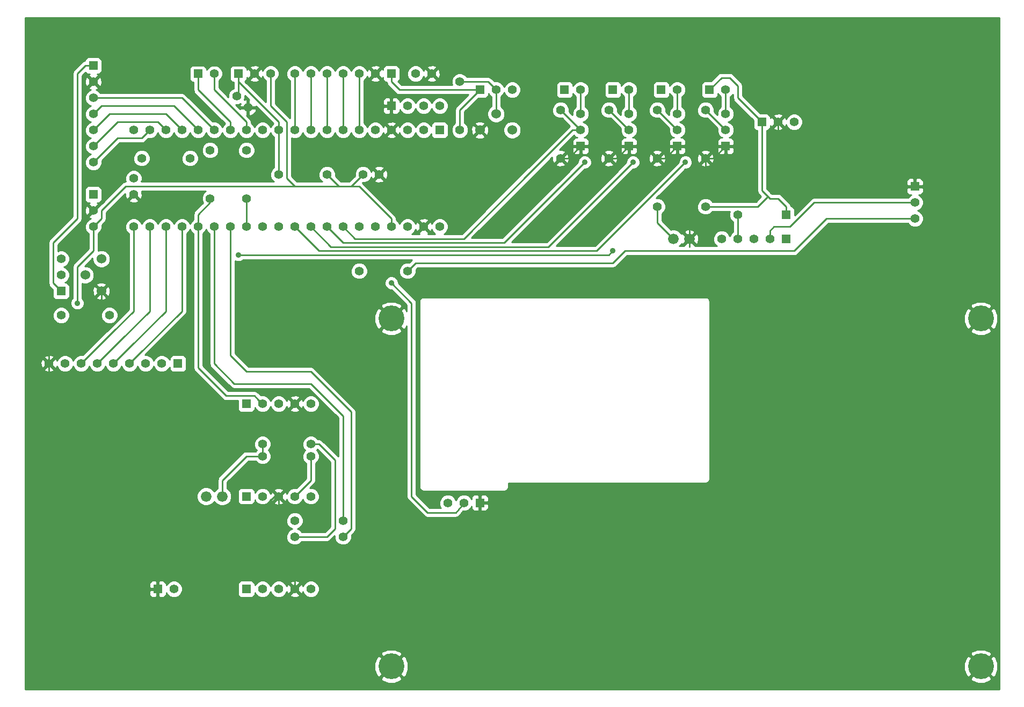
<source format=gbl>
G04 (created by PCBNEW (2013-07-07 BZR 4022)-stable) date 12/12/2015 1:25:57 PM*
%MOIN*%
G04 Gerber Fmt 3.4, Leading zero omitted, Abs format*
%FSLAX34Y34*%
G01*
G70*
G90*
G04 APERTURE LIST*
%ADD10C,0.00590551*%
%ADD11R,0.055X0.055*%
%ADD12C,0.055*%
%ADD13C,0.06*%
%ADD14C,0.066*%
%ADD15C,0.16*%
%ADD16C,0.035*%
%ADD17C,0.01*%
G04 APERTURE END LIST*
G54D10*
G54D11*
X32750Y-43000D03*
G54D12*
X31750Y-43000D03*
X30750Y-43000D03*
X29750Y-43000D03*
X28750Y-43000D03*
X27750Y-43000D03*
X26750Y-43000D03*
X25750Y-43000D03*
X24750Y-43000D03*
G54D11*
X46000Y-25000D03*
G54D12*
X45000Y-25000D03*
X44000Y-25000D03*
X43000Y-25000D03*
X42000Y-25000D03*
X41000Y-25000D03*
X40000Y-25000D03*
G54D11*
X27500Y-24500D03*
G54D12*
X27500Y-25500D03*
X27500Y-26500D03*
X27500Y-27500D03*
X27500Y-28500D03*
X27500Y-29500D03*
X27500Y-30500D03*
G54D11*
X37000Y-51250D03*
G54D12*
X38000Y-51250D03*
X39000Y-51250D03*
X40000Y-51250D03*
X41000Y-51250D03*
G54D11*
X37000Y-45500D03*
G54D12*
X38000Y-45500D03*
X39000Y-45500D03*
X40000Y-45500D03*
X41000Y-45500D03*
G54D11*
X37000Y-57000D03*
G54D12*
X38000Y-57000D03*
X39000Y-57000D03*
X40000Y-57000D03*
X41000Y-57000D03*
G54D11*
X70500Y-35250D03*
G54D12*
X69500Y-35250D03*
X68500Y-35250D03*
X67500Y-35250D03*
X66500Y-35250D03*
G54D11*
X46000Y-27000D03*
G54D12*
X47000Y-27000D03*
X48000Y-27000D03*
X49000Y-27000D03*
G54D11*
X51500Y-51650D03*
G54D12*
X50500Y-51650D03*
X49500Y-51650D03*
G54D11*
X57750Y-29500D03*
G54D12*
X57750Y-28500D03*
X57750Y-27500D03*
G54D11*
X60750Y-29500D03*
G54D12*
X60750Y-28500D03*
X60750Y-27500D03*
G54D11*
X78500Y-32000D03*
G54D12*
X78500Y-33000D03*
X78500Y-34000D03*
G54D11*
X63750Y-29500D03*
G54D12*
X63750Y-28500D03*
X63750Y-27500D03*
G54D11*
X66750Y-29500D03*
G54D12*
X66750Y-28500D03*
X66750Y-27500D03*
G54D11*
X25500Y-38500D03*
G54D12*
X25500Y-37500D03*
X25500Y-36500D03*
G54D11*
X27500Y-32500D03*
G54D12*
X27500Y-33500D03*
X27500Y-34500D03*
G54D11*
X51500Y-26000D03*
G54D12*
X52500Y-26000D03*
X53500Y-26000D03*
G54D11*
X69000Y-28000D03*
G54D12*
X70000Y-28000D03*
X71000Y-28000D03*
G54D11*
X36500Y-25000D03*
G54D12*
X37500Y-25000D03*
X38500Y-25000D03*
G54D11*
X62750Y-26000D03*
G54D12*
X63750Y-26000D03*
G54D11*
X65750Y-26000D03*
G54D12*
X66750Y-26000D03*
G54D11*
X59750Y-26000D03*
G54D12*
X60750Y-26000D03*
G54D11*
X56750Y-26000D03*
G54D12*
X57750Y-26000D03*
G54D11*
X34000Y-25000D03*
G54D12*
X35000Y-25000D03*
G54D11*
X31500Y-57000D03*
G54D12*
X32500Y-57000D03*
G54D13*
X28000Y-38500D03*
X27000Y-37500D03*
X28000Y-36500D03*
X51500Y-28500D03*
X52500Y-27500D03*
X53500Y-28500D03*
G54D12*
X62500Y-27250D03*
X62500Y-30250D03*
X59500Y-27250D03*
X59500Y-30250D03*
X65500Y-27250D03*
X65500Y-30250D03*
X56500Y-27250D03*
X56500Y-30250D03*
X34750Y-32750D03*
X34750Y-29750D03*
X40000Y-52750D03*
X43000Y-52750D03*
X38000Y-48000D03*
X41000Y-48000D03*
X38000Y-48750D03*
X41000Y-48750D03*
X37000Y-29750D03*
X37000Y-32750D03*
X65500Y-33250D03*
X62500Y-33250D03*
X40000Y-53750D03*
X43000Y-53750D03*
X47000Y-37250D03*
X44000Y-37250D03*
X50250Y-28500D03*
X50250Y-25500D03*
X33500Y-30250D03*
X30500Y-30250D03*
X25500Y-40000D03*
X28500Y-40000D03*
X42000Y-31250D03*
X39000Y-31250D03*
G54D14*
X34500Y-51250D03*
X35500Y-51250D03*
X63500Y-35250D03*
X64500Y-35250D03*
G54D11*
X49000Y-28500D03*
G54D12*
X48000Y-28500D03*
X47000Y-28500D03*
X46000Y-28500D03*
X45000Y-28500D03*
X44000Y-28500D03*
X43000Y-28500D03*
X42000Y-28500D03*
X41000Y-28500D03*
X40000Y-28500D03*
X39000Y-28500D03*
X38000Y-28500D03*
X37000Y-28500D03*
X36000Y-28500D03*
X35000Y-28500D03*
X34000Y-28500D03*
X33000Y-28500D03*
X32000Y-28500D03*
X31000Y-28500D03*
X30000Y-28500D03*
X30000Y-34500D03*
X31000Y-34500D03*
X32000Y-34500D03*
X33000Y-34500D03*
X34000Y-34500D03*
X35000Y-34500D03*
X36000Y-34500D03*
X37000Y-34500D03*
X38000Y-34500D03*
X39000Y-34500D03*
X40000Y-34500D03*
X41000Y-34500D03*
X42000Y-34500D03*
X43000Y-34500D03*
X44000Y-34500D03*
X45000Y-34500D03*
X46000Y-34500D03*
X47000Y-34500D03*
X48000Y-34500D03*
X49000Y-34500D03*
G54D11*
X70500Y-33750D03*
G54D12*
X67500Y-33750D03*
X36396Y-26396D03*
X37103Y-27103D03*
X30000Y-31500D03*
X30000Y-32500D03*
X45250Y-31250D03*
X44250Y-31250D03*
X47500Y-25000D03*
X48500Y-25000D03*
G54D15*
X82600Y-61800D03*
X46000Y-61800D03*
X46000Y-40200D03*
X82600Y-40200D03*
G54D16*
X36500Y-36250D03*
X59750Y-36000D03*
X64250Y-30500D03*
X61000Y-30500D03*
X58000Y-30500D03*
X46000Y-38000D03*
X26500Y-39250D03*
G54D17*
X65500Y-33250D02*
X68750Y-33250D01*
X68750Y-33250D02*
X69375Y-32625D01*
X70500Y-33750D02*
X70500Y-33250D01*
X69000Y-32250D02*
X69000Y-28000D01*
X69500Y-32750D02*
X69375Y-32625D01*
X69375Y-32625D02*
X69000Y-32250D01*
X70000Y-32750D02*
X69500Y-32750D01*
X70500Y-33250D02*
X70000Y-32750D01*
X67500Y-26250D02*
X67500Y-26500D01*
X67500Y-26500D02*
X69000Y-28000D01*
X67500Y-25750D02*
X67000Y-25250D01*
X67500Y-26250D02*
X67500Y-25750D01*
X66500Y-25250D02*
X65750Y-26000D01*
X67000Y-25250D02*
X66500Y-25250D01*
X78500Y-33000D02*
X73250Y-33000D01*
X69500Y-34750D02*
X69750Y-34500D01*
X69750Y-34500D02*
X70750Y-34500D01*
X70750Y-34500D02*
X72250Y-33000D01*
X72250Y-33000D02*
X73250Y-33000D01*
X69500Y-34750D02*
X69500Y-35250D01*
X59500Y-36250D02*
X39250Y-36250D01*
X59750Y-36000D02*
X59500Y-36250D01*
X39250Y-36250D02*
X36500Y-36250D01*
X27500Y-26500D02*
X33000Y-26500D01*
X33000Y-26500D02*
X35000Y-28500D01*
X78500Y-34000D02*
X73250Y-34000D01*
X73000Y-34000D02*
X71000Y-36000D01*
X71000Y-36000D02*
X60500Y-36000D01*
X60500Y-36000D02*
X59750Y-36750D01*
X59750Y-36750D02*
X47500Y-36750D01*
X47500Y-36750D02*
X47000Y-37250D01*
X73250Y-34000D02*
X73000Y-34000D01*
X30250Y-42500D02*
X33000Y-39750D01*
X29750Y-43000D02*
X30250Y-42500D01*
X33000Y-39500D02*
X33000Y-34500D01*
X33000Y-39750D02*
X33000Y-39500D01*
X32000Y-39500D02*
X32000Y-39750D01*
X28750Y-43000D02*
X29750Y-42000D01*
X32000Y-39500D02*
X32000Y-34500D01*
X32000Y-39750D02*
X29750Y-42000D01*
X29250Y-41500D02*
X31000Y-39750D01*
X31000Y-34500D02*
X31000Y-39500D01*
X29250Y-41500D02*
X27750Y-43000D01*
X31000Y-39750D02*
X31000Y-39500D01*
X35000Y-25000D02*
X35000Y-26000D01*
X37000Y-28000D02*
X37000Y-28500D01*
X35000Y-26000D02*
X37000Y-28000D01*
X34000Y-25000D02*
X34000Y-26000D01*
X36000Y-28000D02*
X36000Y-28500D01*
X34000Y-26000D02*
X36000Y-28000D01*
X27500Y-30500D02*
X29000Y-29000D01*
X30500Y-29000D02*
X31000Y-28500D01*
X29000Y-29000D02*
X30500Y-29000D01*
X67500Y-33750D02*
X67500Y-35250D01*
X50250Y-25500D02*
X52000Y-25500D01*
X52000Y-25500D02*
X52500Y-26000D01*
X52500Y-27500D02*
X52500Y-26000D01*
X46000Y-25000D02*
X46000Y-25500D01*
X46500Y-26000D02*
X51500Y-26000D01*
X46000Y-25500D02*
X46500Y-26000D01*
X50250Y-28500D02*
X50250Y-27250D01*
X50250Y-27250D02*
X51500Y-26000D01*
X40000Y-25000D02*
X40000Y-28500D01*
X41000Y-25000D02*
X41000Y-28500D01*
X42000Y-28500D02*
X42000Y-25000D01*
X27500Y-29500D02*
X29000Y-28000D01*
X31500Y-28000D02*
X32000Y-28500D01*
X29000Y-28000D02*
X31500Y-28000D01*
X43000Y-25000D02*
X43000Y-28500D01*
X44000Y-28500D02*
X44000Y-25000D01*
X38000Y-45500D02*
X37750Y-45250D01*
X37500Y-45000D02*
X35750Y-45000D01*
X37500Y-45000D02*
X37750Y-45250D01*
X34000Y-38250D02*
X34000Y-34500D01*
X35750Y-45000D02*
X34000Y-43250D01*
X34000Y-43250D02*
X34000Y-38250D01*
X34750Y-32750D02*
X34750Y-33000D01*
X34000Y-33750D02*
X34000Y-34500D01*
X34750Y-33000D02*
X34000Y-33750D01*
X63750Y-31000D02*
X58750Y-36000D01*
X64250Y-30500D02*
X63750Y-31000D01*
X41500Y-36000D02*
X40000Y-34500D01*
X58750Y-36000D02*
X41500Y-36000D01*
X66750Y-28500D02*
X65500Y-27250D01*
X66750Y-26000D02*
X66750Y-27500D01*
X35000Y-38500D02*
X35000Y-43000D01*
X35000Y-37000D02*
X35000Y-38500D01*
X43000Y-52750D02*
X43000Y-47250D01*
X35000Y-37000D02*
X35000Y-34500D01*
X43000Y-46750D02*
X43000Y-47250D01*
X43000Y-46250D02*
X43000Y-46750D01*
X41000Y-44250D02*
X43000Y-46250D01*
X36250Y-44250D02*
X41000Y-44250D01*
X35000Y-43000D02*
X36250Y-44250D01*
X43500Y-46000D02*
X41000Y-43500D01*
X36000Y-34500D02*
X36000Y-37500D01*
X36000Y-38000D02*
X36000Y-38250D01*
X36000Y-37500D02*
X36000Y-38000D01*
X43500Y-53250D02*
X43500Y-47250D01*
X43500Y-53250D02*
X43000Y-53750D01*
X43500Y-46000D02*
X43500Y-47250D01*
X36000Y-42500D02*
X36000Y-38250D01*
X37000Y-43500D02*
X36000Y-42500D01*
X41000Y-43500D02*
X37000Y-43500D01*
X63750Y-27500D02*
X63750Y-26000D01*
X60500Y-31000D02*
X55750Y-35750D01*
X61000Y-30500D02*
X60500Y-31000D01*
X42250Y-35750D02*
X41000Y-34500D01*
X55750Y-35750D02*
X42250Y-35750D01*
X62500Y-27250D02*
X63750Y-28500D01*
X27500Y-28500D02*
X28500Y-27500D01*
X32000Y-27500D02*
X33000Y-28500D01*
X28500Y-27500D02*
X32000Y-27500D01*
X37000Y-34500D02*
X37000Y-32750D01*
X62500Y-33250D02*
X62500Y-34250D01*
X62500Y-34250D02*
X62750Y-34500D01*
X62750Y-34500D02*
X63500Y-35250D01*
X57500Y-31000D02*
X53000Y-35500D01*
X58000Y-30500D02*
X57500Y-31000D01*
X43000Y-35500D02*
X42000Y-34500D01*
X53000Y-35500D02*
X43000Y-35500D01*
X59500Y-27250D02*
X60750Y-28500D01*
X60750Y-27500D02*
X60750Y-26000D01*
X57750Y-26000D02*
X57750Y-27500D01*
X39000Y-28500D02*
X39000Y-31250D01*
X36500Y-25500D02*
X36500Y-26292D01*
X36500Y-26292D02*
X36396Y-26396D01*
X36500Y-25000D02*
X36500Y-25500D01*
X39000Y-28000D02*
X39000Y-28500D01*
X36500Y-25500D02*
X39000Y-28000D01*
X27500Y-27500D02*
X28000Y-27000D01*
X32500Y-27000D02*
X34000Y-28500D01*
X28000Y-27000D02*
X32500Y-27000D01*
X54750Y-31000D02*
X50500Y-35250D01*
X57750Y-28500D02*
X57250Y-28500D01*
X57250Y-28500D02*
X54750Y-31000D01*
X43750Y-35250D02*
X43000Y-34500D01*
X50500Y-35250D02*
X43750Y-35250D01*
X57750Y-28500D02*
X56500Y-27250D01*
X42500Y-49750D02*
X42500Y-49000D01*
X42500Y-49750D02*
X42500Y-53250D01*
X42500Y-53250D02*
X42000Y-53750D01*
X40000Y-53750D02*
X42000Y-53750D01*
X41500Y-48000D02*
X41000Y-48000D01*
X42500Y-49000D02*
X41500Y-48000D01*
X41000Y-48750D02*
X41000Y-49750D01*
X41000Y-50250D02*
X40000Y-51250D01*
X41000Y-49750D02*
X41000Y-50250D01*
X35500Y-51250D02*
X35500Y-50250D01*
X37000Y-48750D02*
X38000Y-48750D01*
X35500Y-50250D02*
X37000Y-48750D01*
X38000Y-48000D02*
X38000Y-48750D01*
X26500Y-34000D02*
X26500Y-25000D01*
X25000Y-38000D02*
X25000Y-36000D01*
X25000Y-36000D02*
X25000Y-35500D01*
X25000Y-35500D02*
X26500Y-34000D01*
X25500Y-38500D02*
X25000Y-38000D01*
X27000Y-24500D02*
X27500Y-24500D01*
X26500Y-25000D02*
X27000Y-24500D01*
X30000Y-39500D02*
X30000Y-39750D01*
X26750Y-43000D02*
X28750Y-41000D01*
X30000Y-39500D02*
X30000Y-34500D01*
X30000Y-39750D02*
X28750Y-41000D01*
X46000Y-38000D02*
X47250Y-39250D01*
X47250Y-51250D02*
X48250Y-52250D01*
X47250Y-39250D02*
X47250Y-51250D01*
X42000Y-31250D02*
X42750Y-32000D01*
X43000Y-32000D02*
X43500Y-32000D01*
X43500Y-32000D02*
X44250Y-31250D01*
X27500Y-34500D02*
X27500Y-36000D01*
X26500Y-37000D02*
X26500Y-39250D01*
X27500Y-36000D02*
X26500Y-37000D01*
X40000Y-32000D02*
X29500Y-32000D01*
X28000Y-34000D02*
X27500Y-34500D01*
X28000Y-33500D02*
X28000Y-34000D01*
X29500Y-32000D02*
X28000Y-33500D01*
X38500Y-25000D02*
X38500Y-27000D01*
X46000Y-34000D02*
X46000Y-34500D01*
X44000Y-32000D02*
X46000Y-34000D01*
X40000Y-32000D02*
X42750Y-32000D01*
X42750Y-32000D02*
X43000Y-32000D01*
X43000Y-32000D02*
X44000Y-32000D01*
X39500Y-31500D02*
X40000Y-32000D01*
X39500Y-28000D02*
X39500Y-31500D01*
X38500Y-27000D02*
X39500Y-28000D01*
X50000Y-52250D02*
X50500Y-51650D01*
X48250Y-52250D02*
X50000Y-52250D01*
X78500Y-32000D02*
X73250Y-32000D01*
X70000Y-30500D02*
X70000Y-28000D01*
X70000Y-31000D02*
X71000Y-32000D01*
X71000Y-32000D02*
X73250Y-32000D01*
X70000Y-30500D02*
X70000Y-31000D01*
X40000Y-57000D02*
X40000Y-55250D01*
X40000Y-55250D02*
X39250Y-54500D01*
X39000Y-54250D02*
X39000Y-51250D01*
X39250Y-54500D02*
X39000Y-54250D01*
X31500Y-54000D02*
X31500Y-53750D01*
X31500Y-53750D02*
X32000Y-53750D01*
X31500Y-54000D02*
X31500Y-57000D01*
X24750Y-47000D02*
X31500Y-53750D01*
X24750Y-43000D02*
X24750Y-47000D01*
X38750Y-51250D02*
X39000Y-51250D01*
X38750Y-51250D02*
X36250Y-53750D01*
X31750Y-53750D02*
X32000Y-53750D01*
X32000Y-53750D02*
X36250Y-53750D01*
X65500Y-30250D02*
X65500Y-31750D01*
X64500Y-32750D02*
X64500Y-35250D01*
X65500Y-31750D02*
X64500Y-32750D01*
X65500Y-30250D02*
X66000Y-30250D01*
X66000Y-30250D02*
X66750Y-29500D01*
X63750Y-29500D02*
X66750Y-29500D01*
X60750Y-29500D02*
X63750Y-29500D01*
X57750Y-29500D02*
X60750Y-29500D01*
X56500Y-30250D02*
X57000Y-30250D01*
X57000Y-30250D02*
X57750Y-29500D01*
X59500Y-30250D02*
X60000Y-30250D01*
X60000Y-30250D02*
X60750Y-29500D01*
X62500Y-30250D02*
X63000Y-30250D01*
X63000Y-30250D02*
X63750Y-29500D01*
X28000Y-38500D02*
X28000Y-39000D01*
X24750Y-42250D02*
X24750Y-43000D01*
X28000Y-39000D02*
X24750Y-42250D01*
X37500Y-25000D02*
X37000Y-24500D01*
X28500Y-24500D02*
X27500Y-25500D01*
X37000Y-24500D02*
X28500Y-24500D01*
X64500Y-35750D02*
X64500Y-35250D01*
G54D10*
G36*
X38666Y-28090D02*
X38555Y-28202D01*
X38499Y-28335D01*
X38445Y-28203D01*
X38297Y-28055D01*
X38104Y-27975D01*
X37896Y-27974D01*
X37703Y-28054D01*
X37622Y-28135D01*
X37622Y-27236D01*
X37573Y-27153D01*
X37153Y-27153D01*
X37153Y-27573D01*
X37236Y-27622D01*
X37424Y-27531D01*
X37564Y-27376D01*
X37622Y-27236D01*
X37622Y-28135D01*
X37555Y-28202D01*
X37499Y-28335D01*
X37445Y-28203D01*
X37300Y-28057D01*
X37300Y-28000D01*
X37299Y-27999D01*
X37277Y-27885D01*
X37212Y-27787D01*
X37212Y-27787D01*
X37018Y-27594D01*
X37053Y-27573D01*
X37053Y-27224D01*
X37097Y-27179D01*
X37027Y-27109D01*
X36982Y-27153D01*
X36633Y-27153D01*
X36612Y-27188D01*
X36345Y-26921D01*
X36500Y-26921D01*
X36627Y-26869D01*
X36584Y-26970D01*
X36633Y-27053D01*
X36982Y-27053D01*
X37027Y-27097D01*
X37097Y-27027D01*
X37053Y-26982D01*
X37053Y-26633D01*
X36970Y-26584D01*
X36865Y-26635D01*
X36921Y-26501D01*
X36921Y-26345D01*
X37188Y-26612D01*
X37153Y-26633D01*
X37153Y-26982D01*
X37109Y-27027D01*
X37179Y-27097D01*
X37224Y-27053D01*
X37573Y-27053D01*
X37594Y-27018D01*
X38666Y-28090D01*
X38666Y-28090D01*
G37*
G54D17*
X38666Y-28090D02*
X38555Y-28202D01*
X38499Y-28335D01*
X38445Y-28203D01*
X38297Y-28055D01*
X38104Y-27975D01*
X37896Y-27974D01*
X37703Y-28054D01*
X37622Y-28135D01*
X37622Y-27236D01*
X37573Y-27153D01*
X37153Y-27153D01*
X37153Y-27573D01*
X37236Y-27622D01*
X37424Y-27531D01*
X37564Y-27376D01*
X37622Y-27236D01*
X37622Y-28135D01*
X37555Y-28202D01*
X37499Y-28335D01*
X37445Y-28203D01*
X37300Y-28057D01*
X37300Y-28000D01*
X37299Y-27999D01*
X37277Y-27885D01*
X37212Y-27787D01*
X37212Y-27787D01*
X37018Y-27594D01*
X37053Y-27573D01*
X37053Y-27224D01*
X37097Y-27179D01*
X37027Y-27109D01*
X36982Y-27153D01*
X36633Y-27153D01*
X36612Y-27188D01*
X36345Y-26921D01*
X36500Y-26921D01*
X36627Y-26869D01*
X36584Y-26970D01*
X36633Y-27053D01*
X36982Y-27053D01*
X37027Y-27097D01*
X37097Y-27027D01*
X37053Y-26982D01*
X37053Y-26633D01*
X36970Y-26584D01*
X36865Y-26635D01*
X36921Y-26501D01*
X36921Y-26345D01*
X37188Y-26612D01*
X37153Y-26633D01*
X37153Y-26982D01*
X37109Y-27027D01*
X37179Y-27097D01*
X37224Y-27053D01*
X37573Y-27053D01*
X37594Y-27018D01*
X38666Y-28090D01*
G54D10*
G36*
X83730Y-63230D02*
X83651Y-63230D01*
X83651Y-62001D01*
X83651Y-40401D01*
X83648Y-39983D01*
X83494Y-39611D01*
X83347Y-39523D01*
X83276Y-39594D01*
X83276Y-39452D01*
X83188Y-39305D01*
X82801Y-39148D01*
X82383Y-39151D01*
X82011Y-39305D01*
X81923Y-39452D01*
X82600Y-40129D01*
X83276Y-39452D01*
X83276Y-39594D01*
X82670Y-40200D01*
X83347Y-40876D01*
X83494Y-40788D01*
X83651Y-40401D01*
X83651Y-62001D01*
X83648Y-61583D01*
X83494Y-61211D01*
X83347Y-61123D01*
X83276Y-61194D01*
X83276Y-61052D01*
X83276Y-40947D01*
X82600Y-40270D01*
X82529Y-40341D01*
X82529Y-40200D01*
X81852Y-39523D01*
X81705Y-39611D01*
X81548Y-39998D01*
X81551Y-40416D01*
X81705Y-40788D01*
X81852Y-40876D01*
X82529Y-40200D01*
X82529Y-40341D01*
X81923Y-40947D01*
X82011Y-41094D01*
X82398Y-41251D01*
X82816Y-41248D01*
X83188Y-41094D01*
X83276Y-40947D01*
X83276Y-61052D01*
X83188Y-60905D01*
X82801Y-60748D01*
X82383Y-60751D01*
X82011Y-60905D01*
X81923Y-61052D01*
X82600Y-61729D01*
X83276Y-61052D01*
X83276Y-61194D01*
X82670Y-61800D01*
X83347Y-62476D01*
X83494Y-62388D01*
X83651Y-62001D01*
X83651Y-63230D01*
X83276Y-63230D01*
X83276Y-62547D01*
X82600Y-61870D01*
X82529Y-61941D01*
X82529Y-61800D01*
X81852Y-61123D01*
X81705Y-61211D01*
X81548Y-61598D01*
X81551Y-62016D01*
X81705Y-62388D01*
X81852Y-62476D01*
X82529Y-61800D01*
X82529Y-61941D01*
X81923Y-62547D01*
X82011Y-62694D01*
X82398Y-62851D01*
X82816Y-62848D01*
X83188Y-62694D01*
X83276Y-62547D01*
X83276Y-63230D01*
X79025Y-63230D01*
X79025Y-33896D01*
X78945Y-33703D01*
X78797Y-33555D01*
X78664Y-33499D01*
X78797Y-33445D01*
X78944Y-33297D01*
X79024Y-33104D01*
X79025Y-32896D01*
X78945Y-32703D01*
X78797Y-32555D01*
X78725Y-32525D01*
X78725Y-32525D01*
X78824Y-32524D01*
X78916Y-32486D01*
X78987Y-32416D01*
X79025Y-32324D01*
X79025Y-31675D01*
X78987Y-31583D01*
X78916Y-31513D01*
X78824Y-31475D01*
X78725Y-31474D01*
X78612Y-31475D01*
X78550Y-31537D01*
X78550Y-31950D01*
X78962Y-31950D01*
X79025Y-31887D01*
X79025Y-31675D01*
X79025Y-32324D01*
X79025Y-32112D01*
X78962Y-32050D01*
X78550Y-32050D01*
X78550Y-32057D01*
X78450Y-32057D01*
X78450Y-32050D01*
X78450Y-31950D01*
X78450Y-31537D01*
X78387Y-31475D01*
X78274Y-31474D01*
X78175Y-31475D01*
X78083Y-31513D01*
X78012Y-31583D01*
X77974Y-31675D01*
X77975Y-31887D01*
X78037Y-31950D01*
X78450Y-31950D01*
X78450Y-32050D01*
X78037Y-32050D01*
X77975Y-32112D01*
X77974Y-32324D01*
X78012Y-32416D01*
X78083Y-32486D01*
X78175Y-32524D01*
X78274Y-32525D01*
X78274Y-32525D01*
X78203Y-32554D01*
X78057Y-32700D01*
X73250Y-32700D01*
X72250Y-32700D01*
X72135Y-32722D01*
X72037Y-32787D01*
X71525Y-33300D01*
X71525Y-27896D01*
X71445Y-27703D01*
X71297Y-27555D01*
X71104Y-27475D01*
X70896Y-27474D01*
X70703Y-27554D01*
X70555Y-27702D01*
X70502Y-27828D01*
X70460Y-27727D01*
X70367Y-27702D01*
X70297Y-27773D01*
X70297Y-27632D01*
X70272Y-27539D01*
X70075Y-27470D01*
X69867Y-27481D01*
X69727Y-27539D01*
X69702Y-27632D01*
X70000Y-27929D01*
X70297Y-27632D01*
X70297Y-27773D01*
X70070Y-28000D01*
X70367Y-28297D01*
X70460Y-28272D01*
X70499Y-28162D01*
X70554Y-28297D01*
X70702Y-28444D01*
X70895Y-28524D01*
X71103Y-28525D01*
X71297Y-28445D01*
X71444Y-28297D01*
X71524Y-28104D01*
X71525Y-27896D01*
X71525Y-33300D01*
X71025Y-33800D01*
X71025Y-33425D01*
X70987Y-33333D01*
X70916Y-33263D01*
X70824Y-33225D01*
X70795Y-33225D01*
X70777Y-33135D01*
X70712Y-33037D01*
X70712Y-33037D01*
X70297Y-32622D01*
X70297Y-28367D01*
X70000Y-28070D01*
X69702Y-28367D01*
X69727Y-28460D01*
X69924Y-28529D01*
X70132Y-28518D01*
X70272Y-28460D01*
X70297Y-28367D01*
X70297Y-32622D01*
X70212Y-32537D01*
X70114Y-32472D01*
X70000Y-32450D01*
X69624Y-32450D01*
X69587Y-32412D01*
X69587Y-32412D01*
X69587Y-32412D01*
X69300Y-32125D01*
X69300Y-28525D01*
X69324Y-28525D01*
X69416Y-28487D01*
X69486Y-28416D01*
X69524Y-28324D01*
X69525Y-28237D01*
X69539Y-28272D01*
X69632Y-28297D01*
X69929Y-28000D01*
X69632Y-27702D01*
X69539Y-27727D01*
X69525Y-27768D01*
X69525Y-27675D01*
X69487Y-27583D01*
X69416Y-27513D01*
X69324Y-27475D01*
X69225Y-27474D01*
X68899Y-27474D01*
X67800Y-26375D01*
X67800Y-26250D01*
X67800Y-25750D01*
X67777Y-25635D01*
X67712Y-25537D01*
X67712Y-25537D01*
X67212Y-25037D01*
X67114Y-24972D01*
X67000Y-24950D01*
X66500Y-24950D01*
X66385Y-24972D01*
X66287Y-25037D01*
X65850Y-25474D01*
X65425Y-25474D01*
X65333Y-25512D01*
X65263Y-25583D01*
X65225Y-25675D01*
X65224Y-25774D01*
X65224Y-26324D01*
X65262Y-26416D01*
X65333Y-26486D01*
X65425Y-26524D01*
X65524Y-26525D01*
X66074Y-26525D01*
X66166Y-26487D01*
X66236Y-26416D01*
X66274Y-26324D01*
X66275Y-26225D01*
X66275Y-26225D01*
X66304Y-26297D01*
X66450Y-26442D01*
X66450Y-27057D01*
X66305Y-27202D01*
X66225Y-27395D01*
X66224Y-27550D01*
X66024Y-27350D01*
X66025Y-27146D01*
X65945Y-26953D01*
X65797Y-26805D01*
X65604Y-26725D01*
X65396Y-26724D01*
X65203Y-26804D01*
X65055Y-26952D01*
X64975Y-27145D01*
X64974Y-27353D01*
X65054Y-27547D01*
X65202Y-27694D01*
X65395Y-27774D01*
X65600Y-27775D01*
X66225Y-28399D01*
X66224Y-28603D01*
X66304Y-28797D01*
X66452Y-28944D01*
X66524Y-28974D01*
X66524Y-28974D01*
X66425Y-28975D01*
X66333Y-29013D01*
X66262Y-29083D01*
X66224Y-29175D01*
X66225Y-29387D01*
X66287Y-29450D01*
X66700Y-29450D01*
X66700Y-29442D01*
X66800Y-29442D01*
X66800Y-29450D01*
X67212Y-29450D01*
X67275Y-29387D01*
X67275Y-29175D01*
X67237Y-29083D01*
X67166Y-29013D01*
X67074Y-28975D01*
X66975Y-28974D01*
X66975Y-28974D01*
X67047Y-28945D01*
X67194Y-28797D01*
X67274Y-28604D01*
X67275Y-28396D01*
X67195Y-28203D01*
X67047Y-28055D01*
X66914Y-27999D01*
X67047Y-27945D01*
X67194Y-27797D01*
X67274Y-27604D01*
X67275Y-27396D01*
X67195Y-27203D01*
X67050Y-27057D01*
X67050Y-26442D01*
X67194Y-26297D01*
X67200Y-26285D01*
X67200Y-26500D01*
X67222Y-26614D01*
X67287Y-26712D01*
X68474Y-27899D01*
X68474Y-28324D01*
X68512Y-28416D01*
X68583Y-28486D01*
X68675Y-28524D01*
X68700Y-28524D01*
X68700Y-32250D01*
X68722Y-32364D01*
X68787Y-32462D01*
X68950Y-32625D01*
X68625Y-32950D01*
X67275Y-32950D01*
X67275Y-29824D01*
X67275Y-29612D01*
X67212Y-29550D01*
X66800Y-29550D01*
X66800Y-29962D01*
X66862Y-30025D01*
X66975Y-30025D01*
X67074Y-30024D01*
X67166Y-29986D01*
X67237Y-29916D01*
X67275Y-29824D01*
X67275Y-32950D01*
X66700Y-32950D01*
X66700Y-29962D01*
X66700Y-29550D01*
X66287Y-29550D01*
X66225Y-29612D01*
X66224Y-29824D01*
X66262Y-29916D01*
X66333Y-29986D01*
X66425Y-30024D01*
X66524Y-30025D01*
X66637Y-30025D01*
X66700Y-29962D01*
X66700Y-32950D01*
X66029Y-32950D01*
X66029Y-30325D01*
X66018Y-30117D01*
X65960Y-29977D01*
X65867Y-29952D01*
X65797Y-30023D01*
X65797Y-29882D01*
X65772Y-29789D01*
X65575Y-29720D01*
X65367Y-29731D01*
X65227Y-29789D01*
X65202Y-29882D01*
X65500Y-30179D01*
X65797Y-29882D01*
X65797Y-30023D01*
X65570Y-30250D01*
X65867Y-30547D01*
X65960Y-30522D01*
X66029Y-30325D01*
X66029Y-32950D01*
X65942Y-32950D01*
X65797Y-32805D01*
X65797Y-32804D01*
X65797Y-30617D01*
X65500Y-30320D01*
X65429Y-30391D01*
X65429Y-30250D01*
X65132Y-29952D01*
X65039Y-29977D01*
X64970Y-30174D01*
X64981Y-30382D01*
X65039Y-30522D01*
X65132Y-30547D01*
X65429Y-30250D01*
X65429Y-30391D01*
X65202Y-30617D01*
X65227Y-30710D01*
X65424Y-30779D01*
X65632Y-30768D01*
X65772Y-30710D01*
X65797Y-30617D01*
X65797Y-32804D01*
X65604Y-32725D01*
X65396Y-32724D01*
X65203Y-32804D01*
X65055Y-32952D01*
X64975Y-33145D01*
X64974Y-33353D01*
X65054Y-33547D01*
X65202Y-33694D01*
X65395Y-33774D01*
X65603Y-33775D01*
X65797Y-33695D01*
X65942Y-33550D01*
X67014Y-33550D01*
X66975Y-33645D01*
X66974Y-33853D01*
X67054Y-34047D01*
X67200Y-34192D01*
X67200Y-34807D01*
X67055Y-34952D01*
X66999Y-35085D01*
X66945Y-34953D01*
X66797Y-34805D01*
X66604Y-34725D01*
X66396Y-34724D01*
X66203Y-34804D01*
X66055Y-34952D01*
X65975Y-35145D01*
X65974Y-35353D01*
X66054Y-35547D01*
X66202Y-35694D01*
X66214Y-35700D01*
X65084Y-35700D01*
X65084Y-35338D01*
X65074Y-35108D01*
X65006Y-34944D01*
X64907Y-34913D01*
X64836Y-34983D01*
X64836Y-34842D01*
X64805Y-34743D01*
X64588Y-34665D01*
X64358Y-34675D01*
X64194Y-34743D01*
X64163Y-34842D01*
X64500Y-35179D01*
X64836Y-34842D01*
X64836Y-34983D01*
X64570Y-35250D01*
X64907Y-35586D01*
X65006Y-35555D01*
X65084Y-35338D01*
X65084Y-35700D01*
X64823Y-35700D01*
X64836Y-35657D01*
X64500Y-35320D01*
X64163Y-35657D01*
X64176Y-35700D01*
X63870Y-35700D01*
X63991Y-35578D01*
X64000Y-35557D01*
X64092Y-35586D01*
X64429Y-35250D01*
X64092Y-34913D01*
X64000Y-34942D01*
X63991Y-34921D01*
X63828Y-34758D01*
X63615Y-34670D01*
X63385Y-34669D01*
X63356Y-34681D01*
X62962Y-34287D01*
X62962Y-34287D01*
X62962Y-34287D01*
X62800Y-34125D01*
X62800Y-33692D01*
X62944Y-33547D01*
X63024Y-33354D01*
X63025Y-33146D01*
X62945Y-32953D01*
X62797Y-32805D01*
X62604Y-32725D01*
X62449Y-32724D01*
X63962Y-31212D01*
X63962Y-31212D01*
X63962Y-31212D01*
X64249Y-30924D01*
X64334Y-30925D01*
X64490Y-30860D01*
X64610Y-30741D01*
X64674Y-30584D01*
X64675Y-30415D01*
X64610Y-30259D01*
X64491Y-30139D01*
X64334Y-30075D01*
X64275Y-30075D01*
X64275Y-28396D01*
X64195Y-28203D01*
X64047Y-28055D01*
X63914Y-27999D01*
X64047Y-27945D01*
X64194Y-27797D01*
X64274Y-27604D01*
X64275Y-27396D01*
X64195Y-27203D01*
X64050Y-27057D01*
X64050Y-26442D01*
X64194Y-26297D01*
X64274Y-26104D01*
X64275Y-25896D01*
X64195Y-25703D01*
X64047Y-25555D01*
X63854Y-25475D01*
X63646Y-25474D01*
X63453Y-25554D01*
X63305Y-25702D01*
X63275Y-25774D01*
X63275Y-25675D01*
X63237Y-25583D01*
X63166Y-25513D01*
X63074Y-25475D01*
X62975Y-25474D01*
X62425Y-25474D01*
X62333Y-25512D01*
X62263Y-25583D01*
X62225Y-25675D01*
X62224Y-25774D01*
X62224Y-26324D01*
X62262Y-26416D01*
X62333Y-26486D01*
X62425Y-26524D01*
X62524Y-26525D01*
X63074Y-26525D01*
X63166Y-26487D01*
X63236Y-26416D01*
X63274Y-26324D01*
X63275Y-26225D01*
X63275Y-26225D01*
X63304Y-26297D01*
X63450Y-26442D01*
X63450Y-27057D01*
X63305Y-27202D01*
X63225Y-27395D01*
X63224Y-27550D01*
X63024Y-27350D01*
X63025Y-27146D01*
X62945Y-26953D01*
X62797Y-26805D01*
X62604Y-26725D01*
X62396Y-26724D01*
X62203Y-26804D01*
X62055Y-26952D01*
X61975Y-27145D01*
X61974Y-27353D01*
X62054Y-27547D01*
X62202Y-27694D01*
X62395Y-27774D01*
X62600Y-27775D01*
X63225Y-28399D01*
X63224Y-28603D01*
X63304Y-28797D01*
X63452Y-28944D01*
X63524Y-28974D01*
X63524Y-28974D01*
X63425Y-28975D01*
X63333Y-29013D01*
X63262Y-29083D01*
X63224Y-29175D01*
X63225Y-29387D01*
X63287Y-29450D01*
X63700Y-29450D01*
X63700Y-29442D01*
X63800Y-29442D01*
X63800Y-29450D01*
X64212Y-29450D01*
X64275Y-29387D01*
X64275Y-29175D01*
X64237Y-29083D01*
X64166Y-29013D01*
X64074Y-28975D01*
X63975Y-28974D01*
X63975Y-28974D01*
X64047Y-28945D01*
X64194Y-28797D01*
X64274Y-28604D01*
X64275Y-28396D01*
X64275Y-30075D01*
X64275Y-30075D01*
X64275Y-29824D01*
X64275Y-29612D01*
X64212Y-29550D01*
X63800Y-29550D01*
X63800Y-29962D01*
X63862Y-30025D01*
X63975Y-30025D01*
X64074Y-30024D01*
X64166Y-29986D01*
X64237Y-29916D01*
X64275Y-29824D01*
X64275Y-30075D01*
X64165Y-30074D01*
X64009Y-30139D01*
X63889Y-30258D01*
X63825Y-30415D01*
X63824Y-30500D01*
X63700Y-30625D01*
X63700Y-29962D01*
X63700Y-29550D01*
X63287Y-29550D01*
X63225Y-29612D01*
X63224Y-29824D01*
X63262Y-29916D01*
X63333Y-29986D01*
X63425Y-30024D01*
X63524Y-30025D01*
X63637Y-30025D01*
X63700Y-29962D01*
X63700Y-30625D01*
X63537Y-30787D01*
X63537Y-30787D01*
X63029Y-31295D01*
X63029Y-30325D01*
X63018Y-30117D01*
X62960Y-29977D01*
X62867Y-29952D01*
X62797Y-30023D01*
X62797Y-29882D01*
X62772Y-29789D01*
X62575Y-29720D01*
X62367Y-29731D01*
X62227Y-29789D01*
X62202Y-29882D01*
X62500Y-30179D01*
X62797Y-29882D01*
X62797Y-30023D01*
X62570Y-30250D01*
X62867Y-30547D01*
X62960Y-30522D01*
X63029Y-30325D01*
X63029Y-31295D01*
X62797Y-31528D01*
X62797Y-30617D01*
X62500Y-30320D01*
X62429Y-30391D01*
X62429Y-30250D01*
X62132Y-29952D01*
X62039Y-29977D01*
X61970Y-30174D01*
X61981Y-30382D01*
X62039Y-30522D01*
X62132Y-30547D01*
X62429Y-30250D01*
X62429Y-30391D01*
X62202Y-30617D01*
X62227Y-30710D01*
X62424Y-30779D01*
X62632Y-30768D01*
X62772Y-30710D01*
X62797Y-30617D01*
X62797Y-31528D01*
X58625Y-35700D01*
X56224Y-35700D01*
X60712Y-31212D01*
X60712Y-31212D01*
X60712Y-31212D01*
X60999Y-30924D01*
X61084Y-30925D01*
X61240Y-30860D01*
X61360Y-30741D01*
X61424Y-30584D01*
X61425Y-30415D01*
X61360Y-30259D01*
X61275Y-30174D01*
X61275Y-28396D01*
X61195Y-28203D01*
X61047Y-28055D01*
X60914Y-27999D01*
X61047Y-27945D01*
X61194Y-27797D01*
X61274Y-27604D01*
X61275Y-27396D01*
X61195Y-27203D01*
X61050Y-27057D01*
X61050Y-26442D01*
X61194Y-26297D01*
X61274Y-26104D01*
X61275Y-25896D01*
X61195Y-25703D01*
X61047Y-25555D01*
X60854Y-25475D01*
X60646Y-25474D01*
X60453Y-25554D01*
X60305Y-25702D01*
X60275Y-25774D01*
X60275Y-25675D01*
X60237Y-25583D01*
X60166Y-25513D01*
X60074Y-25475D01*
X59975Y-25474D01*
X59425Y-25474D01*
X59333Y-25512D01*
X59263Y-25583D01*
X59225Y-25675D01*
X59224Y-25774D01*
X59224Y-26324D01*
X59262Y-26416D01*
X59333Y-26486D01*
X59425Y-26524D01*
X59524Y-26525D01*
X60074Y-26525D01*
X60166Y-26487D01*
X60236Y-26416D01*
X60274Y-26324D01*
X60275Y-26225D01*
X60275Y-26225D01*
X60304Y-26297D01*
X60450Y-26442D01*
X60450Y-27057D01*
X60305Y-27202D01*
X60225Y-27395D01*
X60224Y-27550D01*
X60024Y-27350D01*
X60025Y-27146D01*
X59945Y-26953D01*
X59797Y-26805D01*
X59604Y-26725D01*
X59396Y-26724D01*
X59203Y-26804D01*
X59055Y-26952D01*
X58975Y-27145D01*
X58974Y-27353D01*
X59054Y-27547D01*
X59202Y-27694D01*
X59395Y-27774D01*
X59600Y-27775D01*
X60225Y-28399D01*
X60224Y-28603D01*
X60304Y-28797D01*
X60452Y-28944D01*
X60524Y-28974D01*
X60524Y-28974D01*
X60425Y-28975D01*
X60333Y-29013D01*
X60262Y-29083D01*
X60224Y-29175D01*
X60225Y-29387D01*
X60287Y-29450D01*
X60700Y-29450D01*
X60700Y-29442D01*
X60800Y-29442D01*
X60800Y-29450D01*
X61212Y-29450D01*
X61275Y-29387D01*
X61275Y-29175D01*
X61237Y-29083D01*
X61166Y-29013D01*
X61074Y-28975D01*
X60975Y-28974D01*
X60975Y-28974D01*
X61047Y-28945D01*
X61194Y-28797D01*
X61274Y-28604D01*
X61275Y-28396D01*
X61275Y-30174D01*
X61275Y-30173D01*
X61275Y-29824D01*
X61275Y-29612D01*
X61212Y-29550D01*
X60800Y-29550D01*
X60800Y-29962D01*
X60862Y-30025D01*
X60975Y-30025D01*
X61074Y-30024D01*
X61166Y-29986D01*
X61237Y-29916D01*
X61275Y-29824D01*
X61275Y-30173D01*
X61241Y-30139D01*
X61084Y-30075D01*
X60915Y-30074D01*
X60759Y-30139D01*
X60700Y-30198D01*
X60700Y-29962D01*
X60700Y-29550D01*
X60287Y-29550D01*
X60225Y-29612D01*
X60224Y-29824D01*
X60262Y-29916D01*
X60333Y-29986D01*
X60425Y-30024D01*
X60524Y-30025D01*
X60637Y-30025D01*
X60700Y-29962D01*
X60700Y-30198D01*
X60639Y-30258D01*
X60575Y-30415D01*
X60574Y-30500D01*
X60287Y-30787D01*
X60287Y-30787D01*
X60029Y-31045D01*
X60029Y-30325D01*
X60018Y-30117D01*
X59960Y-29977D01*
X59867Y-29952D01*
X59797Y-30023D01*
X59797Y-29882D01*
X59772Y-29789D01*
X59575Y-29720D01*
X59367Y-29731D01*
X59227Y-29789D01*
X59202Y-29882D01*
X59500Y-30179D01*
X59797Y-29882D01*
X59797Y-30023D01*
X59570Y-30250D01*
X59867Y-30547D01*
X59960Y-30522D01*
X60029Y-30325D01*
X60029Y-31045D01*
X59797Y-31278D01*
X59797Y-30617D01*
X59500Y-30320D01*
X59429Y-30391D01*
X59429Y-30250D01*
X59132Y-29952D01*
X59039Y-29977D01*
X58970Y-30174D01*
X58981Y-30382D01*
X59039Y-30522D01*
X59132Y-30547D01*
X59429Y-30250D01*
X59429Y-30391D01*
X59202Y-30617D01*
X59227Y-30710D01*
X59424Y-30779D01*
X59632Y-30768D01*
X59772Y-30710D01*
X59797Y-30617D01*
X59797Y-31278D01*
X55625Y-35450D01*
X53474Y-35450D01*
X57712Y-31212D01*
X57999Y-30924D01*
X58084Y-30925D01*
X58240Y-30860D01*
X58360Y-30741D01*
X58424Y-30584D01*
X58425Y-30415D01*
X58360Y-30259D01*
X58275Y-30173D01*
X58275Y-29824D01*
X58275Y-29612D01*
X58212Y-29550D01*
X57800Y-29550D01*
X57800Y-29962D01*
X57862Y-30025D01*
X57975Y-30025D01*
X58074Y-30024D01*
X58166Y-29986D01*
X58237Y-29916D01*
X58275Y-29824D01*
X58275Y-30173D01*
X58241Y-30139D01*
X58084Y-30075D01*
X57915Y-30074D01*
X57759Y-30139D01*
X57700Y-30198D01*
X57700Y-29962D01*
X57700Y-29550D01*
X57287Y-29550D01*
X57225Y-29612D01*
X57224Y-29824D01*
X57262Y-29916D01*
X57333Y-29986D01*
X57425Y-30024D01*
X57524Y-30025D01*
X57637Y-30025D01*
X57700Y-29962D01*
X57700Y-30198D01*
X57639Y-30258D01*
X57575Y-30415D01*
X57574Y-30500D01*
X57287Y-30787D01*
X57029Y-31045D01*
X57029Y-30325D01*
X57018Y-30117D01*
X56960Y-29977D01*
X56867Y-29952D01*
X56570Y-30250D01*
X56867Y-30547D01*
X56960Y-30522D01*
X57029Y-30325D01*
X57029Y-31045D01*
X56797Y-31278D01*
X56797Y-30617D01*
X56500Y-30320D01*
X56202Y-30617D01*
X56227Y-30710D01*
X56424Y-30779D01*
X56632Y-30768D01*
X56772Y-30710D01*
X56797Y-30617D01*
X56797Y-31278D01*
X52875Y-35200D01*
X50974Y-35200D01*
X54962Y-31212D01*
X54962Y-31212D01*
X54962Y-31212D01*
X55971Y-30202D01*
X55981Y-30382D01*
X56039Y-30522D01*
X56132Y-30547D01*
X56429Y-30250D01*
X56423Y-30244D01*
X56494Y-30173D01*
X56500Y-30179D01*
X56797Y-29882D01*
X56772Y-29789D01*
X56575Y-29720D01*
X56447Y-29727D01*
X57340Y-28833D01*
X57452Y-28944D01*
X57524Y-28974D01*
X57524Y-28974D01*
X57425Y-28975D01*
X57333Y-29013D01*
X57262Y-29083D01*
X57224Y-29175D01*
X57225Y-29387D01*
X57287Y-29450D01*
X57700Y-29450D01*
X57700Y-29442D01*
X57800Y-29442D01*
X57800Y-29450D01*
X58212Y-29450D01*
X58275Y-29387D01*
X58275Y-29175D01*
X58237Y-29083D01*
X58166Y-29013D01*
X58074Y-28975D01*
X57975Y-28974D01*
X57975Y-28974D01*
X58047Y-28945D01*
X58194Y-28797D01*
X58274Y-28604D01*
X58275Y-28396D01*
X58195Y-28203D01*
X58047Y-28055D01*
X57914Y-27999D01*
X58047Y-27945D01*
X58194Y-27797D01*
X58274Y-27604D01*
X58275Y-27396D01*
X58195Y-27203D01*
X58050Y-27057D01*
X58050Y-26442D01*
X58194Y-26297D01*
X58274Y-26104D01*
X58275Y-25896D01*
X58195Y-25703D01*
X58047Y-25555D01*
X57854Y-25475D01*
X57646Y-25474D01*
X57453Y-25554D01*
X57305Y-25702D01*
X57275Y-25774D01*
X57275Y-25675D01*
X57237Y-25583D01*
X57166Y-25513D01*
X57074Y-25475D01*
X56975Y-25474D01*
X56425Y-25474D01*
X56333Y-25512D01*
X56263Y-25583D01*
X56225Y-25675D01*
X56224Y-25774D01*
X56224Y-26324D01*
X56262Y-26416D01*
X56333Y-26486D01*
X56425Y-26524D01*
X56524Y-26525D01*
X57074Y-26525D01*
X57166Y-26487D01*
X57236Y-26416D01*
X57274Y-26324D01*
X57275Y-26225D01*
X57275Y-26225D01*
X57304Y-26297D01*
X57450Y-26442D01*
X57450Y-27057D01*
X57305Y-27202D01*
X57225Y-27395D01*
X57224Y-27550D01*
X57024Y-27350D01*
X57025Y-27146D01*
X56945Y-26953D01*
X56797Y-26805D01*
X56604Y-26725D01*
X56396Y-26724D01*
X56203Y-26804D01*
X56055Y-26952D01*
X55975Y-27145D01*
X55974Y-27353D01*
X56054Y-27547D01*
X56202Y-27694D01*
X56395Y-27774D01*
X56600Y-27775D01*
X57083Y-28257D01*
X57037Y-28287D01*
X54537Y-30787D01*
X54537Y-30787D01*
X54050Y-31275D01*
X54050Y-28391D01*
X54025Y-28330D01*
X54025Y-25896D01*
X53945Y-25703D01*
X53797Y-25555D01*
X53604Y-25475D01*
X53396Y-25474D01*
X53203Y-25554D01*
X53055Y-25702D01*
X52999Y-25835D01*
X52945Y-25703D01*
X52797Y-25555D01*
X52604Y-25475D01*
X52399Y-25474D01*
X52212Y-25287D01*
X52114Y-25222D01*
X52000Y-25200D01*
X50692Y-25200D01*
X50547Y-25055D01*
X50354Y-24975D01*
X50146Y-24974D01*
X49953Y-25054D01*
X49805Y-25202D01*
X49725Y-25395D01*
X49724Y-25603D01*
X49764Y-25700D01*
X49029Y-25700D01*
X49029Y-25075D01*
X49018Y-24867D01*
X48960Y-24727D01*
X48867Y-24702D01*
X48797Y-24773D01*
X48797Y-24632D01*
X48772Y-24539D01*
X48575Y-24470D01*
X48367Y-24481D01*
X48227Y-24539D01*
X48202Y-24632D01*
X48500Y-24929D01*
X48797Y-24632D01*
X48797Y-24773D01*
X48570Y-25000D01*
X48867Y-25297D01*
X48960Y-25272D01*
X49029Y-25075D01*
X49029Y-25700D01*
X48797Y-25700D01*
X48797Y-25367D01*
X48500Y-25070D01*
X48429Y-25141D01*
X48429Y-25000D01*
X48132Y-24702D01*
X48039Y-24727D01*
X48000Y-24837D01*
X47945Y-24703D01*
X47797Y-24555D01*
X47604Y-24475D01*
X47396Y-24474D01*
X47203Y-24554D01*
X47055Y-24702D01*
X46975Y-24895D01*
X46974Y-25103D01*
X47054Y-25297D01*
X47202Y-25444D01*
X47395Y-25524D01*
X47603Y-25525D01*
X47797Y-25445D01*
X47944Y-25297D01*
X47997Y-25171D01*
X48039Y-25272D01*
X48132Y-25297D01*
X48429Y-25000D01*
X48429Y-25141D01*
X48202Y-25367D01*
X48227Y-25460D01*
X48424Y-25529D01*
X48632Y-25518D01*
X48772Y-25460D01*
X48797Y-25367D01*
X48797Y-25700D01*
X46624Y-25700D01*
X46412Y-25488D01*
X46416Y-25487D01*
X46486Y-25416D01*
X46524Y-25324D01*
X46525Y-25225D01*
X46525Y-24675D01*
X46487Y-24583D01*
X46416Y-24513D01*
X46324Y-24475D01*
X46225Y-24474D01*
X45675Y-24474D01*
X45583Y-24512D01*
X45513Y-24583D01*
X45475Y-24675D01*
X45474Y-24762D01*
X45460Y-24727D01*
X45367Y-24702D01*
X45297Y-24773D01*
X45297Y-24632D01*
X45272Y-24539D01*
X45075Y-24470D01*
X44867Y-24481D01*
X44727Y-24539D01*
X44702Y-24632D01*
X45000Y-24929D01*
X45297Y-24632D01*
X45297Y-24773D01*
X45070Y-25000D01*
X45367Y-25297D01*
X45460Y-25272D01*
X45474Y-25231D01*
X45474Y-25324D01*
X45512Y-25416D01*
X45583Y-25486D01*
X45675Y-25524D01*
X45704Y-25524D01*
X45722Y-25614D01*
X45787Y-25712D01*
X46287Y-26212D01*
X46287Y-26212D01*
X46385Y-26277D01*
X46500Y-26300D01*
X50775Y-26300D01*
X50037Y-27037D01*
X49972Y-27135D01*
X49950Y-27250D01*
X49950Y-28057D01*
X49805Y-28202D01*
X49725Y-28395D01*
X49724Y-28603D01*
X49804Y-28797D01*
X49952Y-28944D01*
X50145Y-29024D01*
X50353Y-29025D01*
X50547Y-28945D01*
X50694Y-28797D01*
X50774Y-28604D01*
X50775Y-28396D01*
X50695Y-28203D01*
X50550Y-28057D01*
X50550Y-27374D01*
X51399Y-26525D01*
X51824Y-26525D01*
X51916Y-26487D01*
X51986Y-26416D01*
X52024Y-26324D01*
X52025Y-26225D01*
X52025Y-26225D01*
X52054Y-26297D01*
X52200Y-26442D01*
X52200Y-27028D01*
X52188Y-27033D01*
X52034Y-27188D01*
X51950Y-27390D01*
X51949Y-27608D01*
X52033Y-27811D01*
X52188Y-27965D01*
X52390Y-28049D01*
X52608Y-28050D01*
X52811Y-27966D01*
X52965Y-27811D01*
X53049Y-27609D01*
X53050Y-27391D01*
X52966Y-27188D01*
X52811Y-27034D01*
X52800Y-27029D01*
X52800Y-26442D01*
X52944Y-26297D01*
X53000Y-26164D01*
X53054Y-26297D01*
X53202Y-26444D01*
X53395Y-26524D01*
X53603Y-26525D01*
X53797Y-26445D01*
X53944Y-26297D01*
X54024Y-26104D01*
X54025Y-25896D01*
X54025Y-28330D01*
X53966Y-28188D01*
X53811Y-28034D01*
X53609Y-27950D01*
X53391Y-27949D01*
X53188Y-28033D01*
X53034Y-28188D01*
X52950Y-28390D01*
X52949Y-28608D01*
X53033Y-28811D01*
X53188Y-28965D01*
X53390Y-29049D01*
X53608Y-29050D01*
X53811Y-28966D01*
X53965Y-28811D01*
X54049Y-28609D01*
X54050Y-28391D01*
X54050Y-31275D01*
X52054Y-33270D01*
X52054Y-28581D01*
X52043Y-28363D01*
X51981Y-28212D01*
X51885Y-28184D01*
X51815Y-28255D01*
X51815Y-28114D01*
X51787Y-28018D01*
X51581Y-27945D01*
X51363Y-27956D01*
X51212Y-28018D01*
X51184Y-28114D01*
X51500Y-28429D01*
X51815Y-28114D01*
X51815Y-28255D01*
X51570Y-28500D01*
X51885Y-28815D01*
X51981Y-28787D01*
X52054Y-28581D01*
X52054Y-33270D01*
X51815Y-33510D01*
X51815Y-28885D01*
X51500Y-28570D01*
X51429Y-28641D01*
X51429Y-28500D01*
X51114Y-28184D01*
X51018Y-28212D01*
X50945Y-28418D01*
X50956Y-28636D01*
X51018Y-28787D01*
X51114Y-28815D01*
X51429Y-28500D01*
X51429Y-28641D01*
X51184Y-28885D01*
X51212Y-28981D01*
X51418Y-29054D01*
X51636Y-29043D01*
X51787Y-28981D01*
X51815Y-28885D01*
X51815Y-33510D01*
X50375Y-34950D01*
X49285Y-34950D01*
X49297Y-34945D01*
X49444Y-34797D01*
X49524Y-34604D01*
X49525Y-34396D01*
X49525Y-26896D01*
X49445Y-26703D01*
X49297Y-26555D01*
X49104Y-26475D01*
X48896Y-26474D01*
X48703Y-26554D01*
X48555Y-26702D01*
X48499Y-26835D01*
X48445Y-26703D01*
X48297Y-26555D01*
X48104Y-26475D01*
X47896Y-26474D01*
X47703Y-26554D01*
X47555Y-26702D01*
X47499Y-26835D01*
X47445Y-26703D01*
X47297Y-26555D01*
X47104Y-26475D01*
X46896Y-26474D01*
X46703Y-26554D01*
X46555Y-26702D01*
X46525Y-26774D01*
X46525Y-26774D01*
X46524Y-26675D01*
X46486Y-26583D01*
X46416Y-26512D01*
X46324Y-26474D01*
X46112Y-26475D01*
X46050Y-26537D01*
X46050Y-26950D01*
X46057Y-26950D01*
X46057Y-27050D01*
X46050Y-27050D01*
X46050Y-27462D01*
X46112Y-27525D01*
X46324Y-27525D01*
X46416Y-27487D01*
X46486Y-27416D01*
X46524Y-27324D01*
X46525Y-27225D01*
X46525Y-27225D01*
X46554Y-27297D01*
X46702Y-27444D01*
X46895Y-27524D01*
X47103Y-27525D01*
X47297Y-27445D01*
X47444Y-27297D01*
X47500Y-27164D01*
X47554Y-27297D01*
X47702Y-27444D01*
X47895Y-27524D01*
X48103Y-27525D01*
X48297Y-27445D01*
X48444Y-27297D01*
X48500Y-27164D01*
X48554Y-27297D01*
X48702Y-27444D01*
X48895Y-27524D01*
X49103Y-27525D01*
X49297Y-27445D01*
X49444Y-27297D01*
X49524Y-27104D01*
X49525Y-26896D01*
X49525Y-34396D01*
X49525Y-34395D01*
X49525Y-28725D01*
X49525Y-28175D01*
X49487Y-28083D01*
X49416Y-28013D01*
X49324Y-27975D01*
X49225Y-27974D01*
X48675Y-27974D01*
X48583Y-28012D01*
X48513Y-28083D01*
X48475Y-28175D01*
X48474Y-28274D01*
X48474Y-28274D01*
X48445Y-28203D01*
X48297Y-28055D01*
X48104Y-27975D01*
X47896Y-27974D01*
X47703Y-28054D01*
X47555Y-28202D01*
X47499Y-28335D01*
X47445Y-28203D01*
X47297Y-28055D01*
X47104Y-27975D01*
X46896Y-27974D01*
X46703Y-28054D01*
X46555Y-28202D01*
X46502Y-28328D01*
X46460Y-28227D01*
X46367Y-28202D01*
X46297Y-28273D01*
X46297Y-28132D01*
X46272Y-28039D01*
X46075Y-27970D01*
X45950Y-27976D01*
X45950Y-27462D01*
X45950Y-27050D01*
X45950Y-26950D01*
X45950Y-26537D01*
X45887Y-26475D01*
X45675Y-26474D01*
X45583Y-26512D01*
X45513Y-26583D01*
X45475Y-26675D01*
X45474Y-26774D01*
X45475Y-26887D01*
X45537Y-26950D01*
X45950Y-26950D01*
X45950Y-27050D01*
X45537Y-27050D01*
X45475Y-27112D01*
X45474Y-27225D01*
X45475Y-27324D01*
X45513Y-27416D01*
X45583Y-27487D01*
X45675Y-27525D01*
X45887Y-27525D01*
X45950Y-27462D01*
X45950Y-27976D01*
X45867Y-27981D01*
X45727Y-28039D01*
X45702Y-28132D01*
X46000Y-28429D01*
X46297Y-28132D01*
X46297Y-28273D01*
X46070Y-28500D01*
X46367Y-28797D01*
X46460Y-28772D01*
X46499Y-28662D01*
X46554Y-28797D01*
X46702Y-28944D01*
X46895Y-29024D01*
X47103Y-29025D01*
X47297Y-28945D01*
X47444Y-28797D01*
X47500Y-28664D01*
X47554Y-28797D01*
X47702Y-28944D01*
X47895Y-29024D01*
X48103Y-29025D01*
X48297Y-28945D01*
X48444Y-28797D01*
X48474Y-28725D01*
X48474Y-28824D01*
X48512Y-28916D01*
X48583Y-28986D01*
X48675Y-29024D01*
X48774Y-29025D01*
X49324Y-29025D01*
X49416Y-28987D01*
X49486Y-28916D01*
X49524Y-28824D01*
X49525Y-28725D01*
X49525Y-34395D01*
X49445Y-34203D01*
X49297Y-34055D01*
X49104Y-33975D01*
X48896Y-33974D01*
X48703Y-34054D01*
X48555Y-34202D01*
X48502Y-34328D01*
X48460Y-34227D01*
X48367Y-34202D01*
X48297Y-34273D01*
X48297Y-34132D01*
X48272Y-34039D01*
X48075Y-33970D01*
X47867Y-33981D01*
X47727Y-34039D01*
X47702Y-34132D01*
X48000Y-34429D01*
X48297Y-34132D01*
X48297Y-34273D01*
X48070Y-34500D01*
X48367Y-34797D01*
X48460Y-34772D01*
X48499Y-34662D01*
X48554Y-34797D01*
X48702Y-34944D01*
X48714Y-34950D01*
X48275Y-34950D01*
X48297Y-34867D01*
X48000Y-34570D01*
X47702Y-34867D01*
X47724Y-34950D01*
X47285Y-34950D01*
X47297Y-34945D01*
X47444Y-34797D01*
X47497Y-34671D01*
X47539Y-34772D01*
X47632Y-34797D01*
X47929Y-34500D01*
X47632Y-34202D01*
X47539Y-34227D01*
X47500Y-34337D01*
X47445Y-34203D01*
X47297Y-34055D01*
X47104Y-33975D01*
X46896Y-33974D01*
X46703Y-34054D01*
X46555Y-34202D01*
X46499Y-34335D01*
X46445Y-34203D01*
X46300Y-34057D01*
X46300Y-34000D01*
X46299Y-33999D01*
X46297Y-33985D01*
X46297Y-28867D01*
X46000Y-28570D01*
X45702Y-28867D01*
X45727Y-28960D01*
X45924Y-29029D01*
X46132Y-29018D01*
X46272Y-28960D01*
X46297Y-28867D01*
X46297Y-33985D01*
X46277Y-33885D01*
X46212Y-33787D01*
X46212Y-33787D01*
X45779Y-33355D01*
X45779Y-31325D01*
X45768Y-31117D01*
X45710Y-30977D01*
X45617Y-30952D01*
X45547Y-31023D01*
X45547Y-30882D01*
X45522Y-30789D01*
X45325Y-30720D01*
X45117Y-30731D01*
X44977Y-30789D01*
X44952Y-30882D01*
X45250Y-31179D01*
X45547Y-30882D01*
X45547Y-31023D01*
X45320Y-31250D01*
X45617Y-31547D01*
X45710Y-31522D01*
X45779Y-31325D01*
X45779Y-33355D01*
X45547Y-33122D01*
X45547Y-31617D01*
X45250Y-31320D01*
X44952Y-31617D01*
X44977Y-31710D01*
X45174Y-31779D01*
X45382Y-31768D01*
X45522Y-31710D01*
X45547Y-31617D01*
X45547Y-33122D01*
X44212Y-31787D01*
X44192Y-31774D01*
X44353Y-31775D01*
X44547Y-31695D01*
X44694Y-31547D01*
X44747Y-31421D01*
X44789Y-31522D01*
X44882Y-31547D01*
X45179Y-31250D01*
X44882Y-30952D01*
X44789Y-30977D01*
X44750Y-31087D01*
X44695Y-30953D01*
X44547Y-30805D01*
X44354Y-30725D01*
X44146Y-30724D01*
X43953Y-30804D01*
X43805Y-30952D01*
X43725Y-31145D01*
X43724Y-31350D01*
X43375Y-31700D01*
X43000Y-31700D01*
X42874Y-31700D01*
X42524Y-31350D01*
X42525Y-31146D01*
X42445Y-30953D01*
X42297Y-30805D01*
X42104Y-30725D01*
X41896Y-30724D01*
X41703Y-30804D01*
X41555Y-30952D01*
X41475Y-31145D01*
X41474Y-31353D01*
X41554Y-31547D01*
X41702Y-31694D01*
X41714Y-31700D01*
X40124Y-31700D01*
X39800Y-31375D01*
X39800Y-28985D01*
X39895Y-29024D01*
X40103Y-29025D01*
X40297Y-28945D01*
X40444Y-28797D01*
X40500Y-28664D01*
X40554Y-28797D01*
X40702Y-28944D01*
X40895Y-29024D01*
X41103Y-29025D01*
X41297Y-28945D01*
X41444Y-28797D01*
X41500Y-28664D01*
X41554Y-28797D01*
X41702Y-28944D01*
X41895Y-29024D01*
X42103Y-29025D01*
X42297Y-28945D01*
X42444Y-28797D01*
X42500Y-28664D01*
X42554Y-28797D01*
X42702Y-28944D01*
X42895Y-29024D01*
X43103Y-29025D01*
X43297Y-28945D01*
X43444Y-28797D01*
X43500Y-28664D01*
X43554Y-28797D01*
X43702Y-28944D01*
X43895Y-29024D01*
X44103Y-29025D01*
X44297Y-28945D01*
X44444Y-28797D01*
X44500Y-28664D01*
X44554Y-28797D01*
X44702Y-28944D01*
X44895Y-29024D01*
X45103Y-29025D01*
X45297Y-28945D01*
X45444Y-28797D01*
X45497Y-28671D01*
X45539Y-28772D01*
X45632Y-28797D01*
X45929Y-28500D01*
X45632Y-28202D01*
X45539Y-28227D01*
X45500Y-28337D01*
X45445Y-28203D01*
X45297Y-28055D01*
X45297Y-28054D01*
X45297Y-25367D01*
X45000Y-25070D01*
X44702Y-25367D01*
X44727Y-25460D01*
X44924Y-25529D01*
X45132Y-25518D01*
X45272Y-25460D01*
X45297Y-25367D01*
X45297Y-28054D01*
X45104Y-27975D01*
X44896Y-27974D01*
X44703Y-28054D01*
X44555Y-28202D01*
X44499Y-28335D01*
X44445Y-28203D01*
X44300Y-28057D01*
X44300Y-25442D01*
X44444Y-25297D01*
X44497Y-25171D01*
X44539Y-25272D01*
X44632Y-25297D01*
X44929Y-25000D01*
X44632Y-24702D01*
X44539Y-24727D01*
X44500Y-24837D01*
X44445Y-24703D01*
X44297Y-24555D01*
X44104Y-24475D01*
X43896Y-24474D01*
X43703Y-24554D01*
X43555Y-24702D01*
X43499Y-24835D01*
X43445Y-24703D01*
X43297Y-24555D01*
X43104Y-24475D01*
X42896Y-24474D01*
X42703Y-24554D01*
X42555Y-24702D01*
X42499Y-24835D01*
X42445Y-24703D01*
X42297Y-24555D01*
X42104Y-24475D01*
X41896Y-24474D01*
X41703Y-24554D01*
X41555Y-24702D01*
X41499Y-24835D01*
X41445Y-24703D01*
X41297Y-24555D01*
X41104Y-24475D01*
X40896Y-24474D01*
X40703Y-24554D01*
X40555Y-24702D01*
X40499Y-24835D01*
X40445Y-24703D01*
X40297Y-24555D01*
X40104Y-24475D01*
X39896Y-24474D01*
X39703Y-24554D01*
X39555Y-24702D01*
X39475Y-24895D01*
X39474Y-25103D01*
X39554Y-25297D01*
X39700Y-25442D01*
X39700Y-27775D01*
X38800Y-26875D01*
X38800Y-25442D01*
X38944Y-25297D01*
X39024Y-25104D01*
X39025Y-24896D01*
X38945Y-24703D01*
X38797Y-24555D01*
X38604Y-24475D01*
X38396Y-24474D01*
X38203Y-24554D01*
X38055Y-24702D01*
X38002Y-24828D01*
X37960Y-24727D01*
X37867Y-24702D01*
X37797Y-24773D01*
X37797Y-24632D01*
X37772Y-24539D01*
X37575Y-24470D01*
X37367Y-24481D01*
X37227Y-24539D01*
X37202Y-24632D01*
X37500Y-24929D01*
X37797Y-24632D01*
X37797Y-24773D01*
X37570Y-25000D01*
X37867Y-25297D01*
X37960Y-25272D01*
X37999Y-25162D01*
X38054Y-25297D01*
X38200Y-25442D01*
X38200Y-26775D01*
X37797Y-26372D01*
X37797Y-25367D01*
X37500Y-25070D01*
X37202Y-25367D01*
X37227Y-25460D01*
X37424Y-25529D01*
X37632Y-25518D01*
X37772Y-25460D01*
X37797Y-25367D01*
X37797Y-26372D01*
X36912Y-25488D01*
X36916Y-25487D01*
X36986Y-25416D01*
X37024Y-25324D01*
X37025Y-25237D01*
X37039Y-25272D01*
X37132Y-25297D01*
X37429Y-25000D01*
X37132Y-24702D01*
X37039Y-24727D01*
X37025Y-24768D01*
X37025Y-24675D01*
X36987Y-24583D01*
X36916Y-24513D01*
X36824Y-24475D01*
X36725Y-24474D01*
X36175Y-24474D01*
X36083Y-24512D01*
X36013Y-24583D01*
X35975Y-24675D01*
X35974Y-24774D01*
X35974Y-25324D01*
X36012Y-25416D01*
X36083Y-25486D01*
X36175Y-25524D01*
X36200Y-25524D01*
X36200Y-25909D01*
X36099Y-25951D01*
X35951Y-26098D01*
X35871Y-26291D01*
X35871Y-26447D01*
X35300Y-25875D01*
X35300Y-25442D01*
X35444Y-25297D01*
X35524Y-25104D01*
X35525Y-24896D01*
X35445Y-24703D01*
X35297Y-24555D01*
X35104Y-24475D01*
X34896Y-24474D01*
X34703Y-24554D01*
X34555Y-24702D01*
X34525Y-24774D01*
X34525Y-24675D01*
X34487Y-24583D01*
X34416Y-24513D01*
X34324Y-24475D01*
X34225Y-24474D01*
X33675Y-24474D01*
X33583Y-24512D01*
X33513Y-24583D01*
X33475Y-24675D01*
X33474Y-24774D01*
X33474Y-25324D01*
X33512Y-25416D01*
X33583Y-25486D01*
X33675Y-25524D01*
X33700Y-25524D01*
X33700Y-26000D01*
X33722Y-26114D01*
X33787Y-26212D01*
X35666Y-28090D01*
X35555Y-28202D01*
X35499Y-28335D01*
X35445Y-28203D01*
X35297Y-28055D01*
X35104Y-27975D01*
X34899Y-27974D01*
X33212Y-26287D01*
X33114Y-26222D01*
X33000Y-26200D01*
X28029Y-26200D01*
X28029Y-25575D01*
X28025Y-25486D01*
X28025Y-24725D01*
X28025Y-24175D01*
X27987Y-24083D01*
X27916Y-24013D01*
X27824Y-23975D01*
X27725Y-23974D01*
X27175Y-23974D01*
X27083Y-24012D01*
X27013Y-24083D01*
X26975Y-24175D01*
X26975Y-24204D01*
X26885Y-24222D01*
X26787Y-24287D01*
X26287Y-24787D01*
X26222Y-24885D01*
X26200Y-25000D01*
X26200Y-33875D01*
X24787Y-35287D01*
X24722Y-35385D01*
X24700Y-35500D01*
X24700Y-36000D01*
X24700Y-38000D01*
X24722Y-38114D01*
X24787Y-38212D01*
X24974Y-38399D01*
X24974Y-38824D01*
X25012Y-38916D01*
X25083Y-38986D01*
X25175Y-39024D01*
X25274Y-39025D01*
X25824Y-39025D01*
X25916Y-38987D01*
X25986Y-38916D01*
X26024Y-38824D01*
X26025Y-38725D01*
X26025Y-38175D01*
X25987Y-38083D01*
X25916Y-38013D01*
X25824Y-37975D01*
X25725Y-37974D01*
X25725Y-37974D01*
X25797Y-37945D01*
X25944Y-37797D01*
X26024Y-37604D01*
X26025Y-37396D01*
X25945Y-37203D01*
X25797Y-37055D01*
X25664Y-36999D01*
X25797Y-36945D01*
X25944Y-36797D01*
X26024Y-36604D01*
X26025Y-36396D01*
X25945Y-36203D01*
X25797Y-36055D01*
X25604Y-35975D01*
X25396Y-35974D01*
X25300Y-36014D01*
X25300Y-36000D01*
X25300Y-35624D01*
X26712Y-34212D01*
X26712Y-34212D01*
X26777Y-34114D01*
X26799Y-34000D01*
X26800Y-34000D01*
X26800Y-25124D01*
X27011Y-24912D01*
X27012Y-24916D01*
X27083Y-24986D01*
X27175Y-25024D01*
X27262Y-25025D01*
X27227Y-25039D01*
X27202Y-25132D01*
X27500Y-25429D01*
X27797Y-25132D01*
X27772Y-25039D01*
X27731Y-25025D01*
X27824Y-25025D01*
X27916Y-24987D01*
X27986Y-24916D01*
X28024Y-24824D01*
X28025Y-24725D01*
X28025Y-25486D01*
X28018Y-25367D01*
X27960Y-25227D01*
X27867Y-25202D01*
X27570Y-25500D01*
X27867Y-25797D01*
X27960Y-25772D01*
X28029Y-25575D01*
X28029Y-26200D01*
X27942Y-26200D01*
X27797Y-26055D01*
X27671Y-26002D01*
X27772Y-25960D01*
X27797Y-25867D01*
X27500Y-25570D01*
X27429Y-25641D01*
X27429Y-25500D01*
X27132Y-25202D01*
X27039Y-25227D01*
X26970Y-25424D01*
X26981Y-25632D01*
X27039Y-25772D01*
X27132Y-25797D01*
X27429Y-25500D01*
X27429Y-25641D01*
X27202Y-25867D01*
X27227Y-25960D01*
X27337Y-25999D01*
X27203Y-26054D01*
X27055Y-26202D01*
X26975Y-26395D01*
X26974Y-26603D01*
X27054Y-26797D01*
X27202Y-26944D01*
X27335Y-27000D01*
X27203Y-27054D01*
X27055Y-27202D01*
X26975Y-27395D01*
X26974Y-27603D01*
X27054Y-27797D01*
X27202Y-27944D01*
X27335Y-28000D01*
X27203Y-28054D01*
X27055Y-28202D01*
X26975Y-28395D01*
X26974Y-28603D01*
X27054Y-28797D01*
X27202Y-28944D01*
X27335Y-29000D01*
X27203Y-29054D01*
X27055Y-29202D01*
X26975Y-29395D01*
X26974Y-29603D01*
X27054Y-29797D01*
X27202Y-29944D01*
X27335Y-30000D01*
X27203Y-30054D01*
X27055Y-30202D01*
X26975Y-30395D01*
X26974Y-30603D01*
X27054Y-30797D01*
X27202Y-30944D01*
X27395Y-31024D01*
X27603Y-31025D01*
X27797Y-30945D01*
X27944Y-30797D01*
X28024Y-30604D01*
X28025Y-30399D01*
X29124Y-29300D01*
X30500Y-29300D01*
X30500Y-29299D01*
X30614Y-29277D01*
X30614Y-29277D01*
X30712Y-29212D01*
X30899Y-29024D01*
X31103Y-29025D01*
X31297Y-28945D01*
X31444Y-28797D01*
X31500Y-28664D01*
X31554Y-28797D01*
X31702Y-28944D01*
X31895Y-29024D01*
X32103Y-29025D01*
X32297Y-28945D01*
X32444Y-28797D01*
X32500Y-28664D01*
X32554Y-28797D01*
X32702Y-28944D01*
X32895Y-29024D01*
X33103Y-29025D01*
X33297Y-28945D01*
X33444Y-28797D01*
X33500Y-28664D01*
X33554Y-28797D01*
X33702Y-28944D01*
X33895Y-29024D01*
X34103Y-29025D01*
X34297Y-28945D01*
X34444Y-28797D01*
X34500Y-28664D01*
X34554Y-28797D01*
X34702Y-28944D01*
X34895Y-29024D01*
X35103Y-29025D01*
X35297Y-28945D01*
X35444Y-28797D01*
X35500Y-28664D01*
X35554Y-28797D01*
X35702Y-28944D01*
X35895Y-29024D01*
X36103Y-29025D01*
X36297Y-28945D01*
X36444Y-28797D01*
X36500Y-28664D01*
X36554Y-28797D01*
X36702Y-28944D01*
X36895Y-29024D01*
X37103Y-29025D01*
X37297Y-28945D01*
X37444Y-28797D01*
X37500Y-28664D01*
X37554Y-28797D01*
X37702Y-28944D01*
X37895Y-29024D01*
X38103Y-29025D01*
X38297Y-28945D01*
X38444Y-28797D01*
X38500Y-28664D01*
X38554Y-28797D01*
X38700Y-28942D01*
X38700Y-30807D01*
X38555Y-30952D01*
X38475Y-31145D01*
X38474Y-31353D01*
X38554Y-31547D01*
X38702Y-31694D01*
X38714Y-31700D01*
X37525Y-31700D01*
X37525Y-29646D01*
X37445Y-29453D01*
X37297Y-29305D01*
X37104Y-29225D01*
X36896Y-29224D01*
X36703Y-29304D01*
X36555Y-29452D01*
X36475Y-29645D01*
X36474Y-29853D01*
X36554Y-30047D01*
X36702Y-30194D01*
X36895Y-30274D01*
X37103Y-30275D01*
X37297Y-30195D01*
X37444Y-30047D01*
X37524Y-29854D01*
X37525Y-29646D01*
X37525Y-31700D01*
X35275Y-31700D01*
X35275Y-29646D01*
X35195Y-29453D01*
X35047Y-29305D01*
X34854Y-29225D01*
X34646Y-29224D01*
X34453Y-29304D01*
X34305Y-29452D01*
X34225Y-29645D01*
X34224Y-29853D01*
X34304Y-30047D01*
X34452Y-30194D01*
X34645Y-30274D01*
X34853Y-30275D01*
X35047Y-30195D01*
X35194Y-30047D01*
X35274Y-29854D01*
X35275Y-29646D01*
X35275Y-31700D01*
X34025Y-31700D01*
X34025Y-30146D01*
X33945Y-29953D01*
X33797Y-29805D01*
X33604Y-29725D01*
X33396Y-29724D01*
X33203Y-29804D01*
X33055Y-29952D01*
X32975Y-30145D01*
X32974Y-30353D01*
X33054Y-30547D01*
X33202Y-30694D01*
X33395Y-30774D01*
X33603Y-30775D01*
X33797Y-30695D01*
X33944Y-30547D01*
X34024Y-30354D01*
X34025Y-30146D01*
X34025Y-31700D01*
X31025Y-31700D01*
X31025Y-30146D01*
X30945Y-29953D01*
X30797Y-29805D01*
X30604Y-29725D01*
X30396Y-29724D01*
X30203Y-29804D01*
X30055Y-29952D01*
X29975Y-30145D01*
X29974Y-30353D01*
X30054Y-30547D01*
X30202Y-30694D01*
X30395Y-30774D01*
X30603Y-30775D01*
X30797Y-30695D01*
X30944Y-30547D01*
X31024Y-30354D01*
X31025Y-30146D01*
X31025Y-31700D01*
X30485Y-31700D01*
X30524Y-31604D01*
X30525Y-31396D01*
X30445Y-31203D01*
X30297Y-31055D01*
X30104Y-30975D01*
X29896Y-30974D01*
X29703Y-31054D01*
X29555Y-31202D01*
X29475Y-31395D01*
X29474Y-31603D01*
X29514Y-31700D01*
X29500Y-31700D01*
X29385Y-31722D01*
X29287Y-31787D01*
X28025Y-33050D01*
X28025Y-32725D01*
X28025Y-32175D01*
X27987Y-32083D01*
X27916Y-32013D01*
X27824Y-31975D01*
X27725Y-31974D01*
X27175Y-31974D01*
X27083Y-32012D01*
X27013Y-32083D01*
X26975Y-32175D01*
X26974Y-32274D01*
X26974Y-32824D01*
X27012Y-32916D01*
X27083Y-32986D01*
X27175Y-33024D01*
X27262Y-33025D01*
X27227Y-33039D01*
X27202Y-33132D01*
X27500Y-33429D01*
X27797Y-33132D01*
X27772Y-33039D01*
X27731Y-33025D01*
X27824Y-33025D01*
X27916Y-32987D01*
X27986Y-32916D01*
X28024Y-32824D01*
X28025Y-32725D01*
X28025Y-33050D01*
X27871Y-33203D01*
X27867Y-33202D01*
X27570Y-33500D01*
X27576Y-33505D01*
X27505Y-33576D01*
X27500Y-33570D01*
X27429Y-33641D01*
X27429Y-33500D01*
X27132Y-33202D01*
X27039Y-33227D01*
X26970Y-33424D01*
X26981Y-33632D01*
X27039Y-33772D01*
X27132Y-33797D01*
X27429Y-33500D01*
X27429Y-33641D01*
X27202Y-33867D01*
X27227Y-33960D01*
X27337Y-33999D01*
X27203Y-34054D01*
X27055Y-34202D01*
X26975Y-34395D01*
X26974Y-34603D01*
X27054Y-34797D01*
X27200Y-34942D01*
X27200Y-35875D01*
X26287Y-36787D01*
X26222Y-36885D01*
X26200Y-37000D01*
X26200Y-38948D01*
X26139Y-39008D01*
X26075Y-39165D01*
X26074Y-39334D01*
X26139Y-39490D01*
X26258Y-39610D01*
X26415Y-39674D01*
X26584Y-39675D01*
X26740Y-39610D01*
X26860Y-39491D01*
X26924Y-39334D01*
X26925Y-39165D01*
X26860Y-39009D01*
X26800Y-38948D01*
X26800Y-38012D01*
X26890Y-38049D01*
X27108Y-38050D01*
X27311Y-37966D01*
X27465Y-37811D01*
X27549Y-37609D01*
X27550Y-37391D01*
X27466Y-37188D01*
X27311Y-37034D01*
X27109Y-36950D01*
X26974Y-36949D01*
X27450Y-36474D01*
X27449Y-36608D01*
X27533Y-36811D01*
X27688Y-36965D01*
X27890Y-37049D01*
X28108Y-37050D01*
X28311Y-36966D01*
X28465Y-36811D01*
X28549Y-36609D01*
X28550Y-36391D01*
X28466Y-36188D01*
X28311Y-36034D01*
X28109Y-35950D01*
X27891Y-35949D01*
X27800Y-35987D01*
X27800Y-34942D01*
X27944Y-34797D01*
X28024Y-34604D01*
X28025Y-34399D01*
X28212Y-34212D01*
X28212Y-34212D01*
X28277Y-34114D01*
X28299Y-34000D01*
X28300Y-34000D01*
X28300Y-33624D01*
X29471Y-32452D01*
X29481Y-32632D01*
X29539Y-32772D01*
X29632Y-32797D01*
X29929Y-32500D01*
X29923Y-32494D01*
X29994Y-32423D01*
X30000Y-32429D01*
X30005Y-32423D01*
X30076Y-32494D01*
X30070Y-32500D01*
X30367Y-32797D01*
X30460Y-32772D01*
X30529Y-32575D01*
X30518Y-32367D01*
X30490Y-32300D01*
X34464Y-32300D01*
X34453Y-32304D01*
X34305Y-32452D01*
X34225Y-32645D01*
X34224Y-32853D01*
X34297Y-33028D01*
X33787Y-33537D01*
X33722Y-33635D01*
X33700Y-33750D01*
X33700Y-34057D01*
X33555Y-34202D01*
X33499Y-34335D01*
X33445Y-34203D01*
X33297Y-34055D01*
X33104Y-33975D01*
X32896Y-33974D01*
X32703Y-34054D01*
X32555Y-34202D01*
X32499Y-34335D01*
X32445Y-34203D01*
X32297Y-34055D01*
X32104Y-33975D01*
X31896Y-33974D01*
X31703Y-34054D01*
X31555Y-34202D01*
X31499Y-34335D01*
X31445Y-34203D01*
X31297Y-34055D01*
X31104Y-33975D01*
X30896Y-33974D01*
X30703Y-34054D01*
X30555Y-34202D01*
X30499Y-34335D01*
X30445Y-34203D01*
X30297Y-34055D01*
X30297Y-34054D01*
X30297Y-32867D01*
X30000Y-32570D01*
X29702Y-32867D01*
X29727Y-32960D01*
X29924Y-33029D01*
X30132Y-33018D01*
X30272Y-32960D01*
X30297Y-32867D01*
X30297Y-34054D01*
X30104Y-33975D01*
X29896Y-33974D01*
X29703Y-34054D01*
X29555Y-34202D01*
X29475Y-34395D01*
X29474Y-34603D01*
X29554Y-34797D01*
X29700Y-34942D01*
X29700Y-39500D01*
X29700Y-39625D01*
X29025Y-40300D01*
X29025Y-39896D01*
X28945Y-39703D01*
X28797Y-39555D01*
X28604Y-39475D01*
X28554Y-39475D01*
X28554Y-38581D01*
X28543Y-38363D01*
X28481Y-38212D01*
X28385Y-38184D01*
X28315Y-38255D01*
X28315Y-38114D01*
X28287Y-38018D01*
X28081Y-37945D01*
X27863Y-37956D01*
X27712Y-38018D01*
X27684Y-38114D01*
X28000Y-38429D01*
X28315Y-38114D01*
X28315Y-38255D01*
X28070Y-38500D01*
X28385Y-38815D01*
X28481Y-38787D01*
X28554Y-38581D01*
X28554Y-39475D01*
X28396Y-39474D01*
X28315Y-39508D01*
X28315Y-38885D01*
X28000Y-38570D01*
X27929Y-38641D01*
X27929Y-38500D01*
X27614Y-38184D01*
X27518Y-38212D01*
X27445Y-38418D01*
X27456Y-38636D01*
X27518Y-38787D01*
X27614Y-38815D01*
X27929Y-38500D01*
X27929Y-38641D01*
X27684Y-38885D01*
X27712Y-38981D01*
X27918Y-39054D01*
X28136Y-39043D01*
X28287Y-38981D01*
X28315Y-38885D01*
X28315Y-39508D01*
X28203Y-39554D01*
X28055Y-39702D01*
X27975Y-39895D01*
X27974Y-40103D01*
X28054Y-40297D01*
X28202Y-40444D01*
X28395Y-40524D01*
X28603Y-40525D01*
X28797Y-40445D01*
X28944Y-40297D01*
X29024Y-40104D01*
X29025Y-39896D01*
X29025Y-40300D01*
X28537Y-40787D01*
X28537Y-40787D01*
X26850Y-42475D01*
X26646Y-42474D01*
X26453Y-42554D01*
X26305Y-42702D01*
X26249Y-42835D01*
X26195Y-42703D01*
X26047Y-42555D01*
X26025Y-42545D01*
X26025Y-39896D01*
X25945Y-39703D01*
X25797Y-39555D01*
X25604Y-39475D01*
X25396Y-39474D01*
X25203Y-39554D01*
X25055Y-39702D01*
X24975Y-39895D01*
X24974Y-40103D01*
X25054Y-40297D01*
X25202Y-40444D01*
X25395Y-40524D01*
X25603Y-40525D01*
X25797Y-40445D01*
X25944Y-40297D01*
X26024Y-40104D01*
X26025Y-39896D01*
X26025Y-42545D01*
X25854Y-42475D01*
X25646Y-42474D01*
X25453Y-42554D01*
X25305Y-42702D01*
X25252Y-42828D01*
X25210Y-42727D01*
X25117Y-42702D01*
X25047Y-42773D01*
X25047Y-42632D01*
X25022Y-42539D01*
X24825Y-42470D01*
X24617Y-42481D01*
X24477Y-42539D01*
X24452Y-42632D01*
X24750Y-42929D01*
X25047Y-42632D01*
X25047Y-42773D01*
X24820Y-43000D01*
X25117Y-43297D01*
X25210Y-43272D01*
X25249Y-43162D01*
X25304Y-43297D01*
X25452Y-43444D01*
X25645Y-43524D01*
X25853Y-43525D01*
X26047Y-43445D01*
X26194Y-43297D01*
X26250Y-43164D01*
X26304Y-43297D01*
X26452Y-43444D01*
X26645Y-43524D01*
X26853Y-43525D01*
X27047Y-43445D01*
X27194Y-43297D01*
X27250Y-43164D01*
X27304Y-43297D01*
X27452Y-43444D01*
X27645Y-43524D01*
X27853Y-43525D01*
X28047Y-43445D01*
X28194Y-43297D01*
X28250Y-43164D01*
X28304Y-43297D01*
X28452Y-43444D01*
X28645Y-43524D01*
X28853Y-43525D01*
X29047Y-43445D01*
X29194Y-43297D01*
X29250Y-43164D01*
X29304Y-43297D01*
X29452Y-43444D01*
X29645Y-43524D01*
X29853Y-43525D01*
X30047Y-43445D01*
X30194Y-43297D01*
X30250Y-43164D01*
X30304Y-43297D01*
X30452Y-43444D01*
X30645Y-43524D01*
X30853Y-43525D01*
X31047Y-43445D01*
X31194Y-43297D01*
X31250Y-43164D01*
X31304Y-43297D01*
X31452Y-43444D01*
X31645Y-43524D01*
X31853Y-43525D01*
X32047Y-43445D01*
X32194Y-43297D01*
X32224Y-43225D01*
X32224Y-43324D01*
X32262Y-43416D01*
X32333Y-43486D01*
X32425Y-43524D01*
X32524Y-43525D01*
X33074Y-43525D01*
X33166Y-43487D01*
X33236Y-43416D01*
X33274Y-43324D01*
X33275Y-43225D01*
X33275Y-42675D01*
X33237Y-42583D01*
X33166Y-42513D01*
X33074Y-42475D01*
X32975Y-42474D01*
X32425Y-42474D01*
X32333Y-42512D01*
X32263Y-42583D01*
X32225Y-42675D01*
X32224Y-42774D01*
X32224Y-42774D01*
X32195Y-42703D01*
X32047Y-42555D01*
X31854Y-42475D01*
X31646Y-42474D01*
X31453Y-42554D01*
X31305Y-42702D01*
X31249Y-42835D01*
X31195Y-42703D01*
X31047Y-42555D01*
X30854Y-42475D01*
X30699Y-42474D01*
X33212Y-39962D01*
X33212Y-39962D01*
X33277Y-39864D01*
X33299Y-39750D01*
X33300Y-39750D01*
X33300Y-39500D01*
X33300Y-34942D01*
X33444Y-34797D01*
X33500Y-34664D01*
X33554Y-34797D01*
X33700Y-34942D01*
X33700Y-38250D01*
X33700Y-43250D01*
X33722Y-43364D01*
X33787Y-43462D01*
X35537Y-45212D01*
X35537Y-45212D01*
X35635Y-45277D01*
X35750Y-45300D01*
X36474Y-45300D01*
X36474Y-45824D01*
X36512Y-45916D01*
X36583Y-45986D01*
X36675Y-46024D01*
X36774Y-46025D01*
X37324Y-46025D01*
X37416Y-45987D01*
X37486Y-45916D01*
X37524Y-45824D01*
X37525Y-45725D01*
X37525Y-45725D01*
X37554Y-45797D01*
X37702Y-45944D01*
X37895Y-46024D01*
X38103Y-46025D01*
X38297Y-45945D01*
X38444Y-45797D01*
X38500Y-45664D01*
X38554Y-45797D01*
X38702Y-45944D01*
X38895Y-46024D01*
X39103Y-46025D01*
X39297Y-45945D01*
X39444Y-45797D01*
X39497Y-45671D01*
X39539Y-45772D01*
X39632Y-45797D01*
X39929Y-45500D01*
X39632Y-45202D01*
X39539Y-45227D01*
X39500Y-45337D01*
X39445Y-45203D01*
X39297Y-45055D01*
X39104Y-44975D01*
X38896Y-44974D01*
X38703Y-45054D01*
X38555Y-45202D01*
X38499Y-45335D01*
X38445Y-45203D01*
X38297Y-45055D01*
X38104Y-44975D01*
X37899Y-44974D01*
X37712Y-44787D01*
X37614Y-44722D01*
X37500Y-44700D01*
X35874Y-44700D01*
X34300Y-43125D01*
X34300Y-38250D01*
X34300Y-34942D01*
X34444Y-34797D01*
X34500Y-34664D01*
X34554Y-34797D01*
X34700Y-34942D01*
X34700Y-37000D01*
X34700Y-38500D01*
X34700Y-43000D01*
X34722Y-43114D01*
X34787Y-43212D01*
X36037Y-44462D01*
X36135Y-44527D01*
X36250Y-44550D01*
X40875Y-44550D01*
X42700Y-46374D01*
X42700Y-46750D01*
X42700Y-47250D01*
X42700Y-48775D01*
X41712Y-47787D01*
X41614Y-47722D01*
X41525Y-47704D01*
X41525Y-45396D01*
X41445Y-45203D01*
X41297Y-45055D01*
X41104Y-44975D01*
X40896Y-44974D01*
X40703Y-45054D01*
X40555Y-45202D01*
X40502Y-45328D01*
X40460Y-45227D01*
X40367Y-45202D01*
X40297Y-45273D01*
X40297Y-45132D01*
X40272Y-45039D01*
X40075Y-44970D01*
X39867Y-44981D01*
X39727Y-45039D01*
X39702Y-45132D01*
X40000Y-45429D01*
X40297Y-45132D01*
X40297Y-45273D01*
X40070Y-45500D01*
X40367Y-45797D01*
X40460Y-45772D01*
X40499Y-45662D01*
X40554Y-45797D01*
X40702Y-45944D01*
X40895Y-46024D01*
X41103Y-46025D01*
X41297Y-45945D01*
X41444Y-45797D01*
X41524Y-45604D01*
X41525Y-45396D01*
X41525Y-47704D01*
X41500Y-47700D01*
X41442Y-47700D01*
X41297Y-47555D01*
X41104Y-47475D01*
X40896Y-47474D01*
X40703Y-47554D01*
X40555Y-47702D01*
X40475Y-47895D01*
X40474Y-48103D01*
X40554Y-48297D01*
X40632Y-48375D01*
X40555Y-48452D01*
X40475Y-48645D01*
X40474Y-48853D01*
X40554Y-49047D01*
X40700Y-49192D01*
X40700Y-49750D01*
X40700Y-50125D01*
X40297Y-50528D01*
X40297Y-45867D01*
X40000Y-45570D01*
X39702Y-45867D01*
X39727Y-45960D01*
X39924Y-46029D01*
X40132Y-46018D01*
X40272Y-45960D01*
X40297Y-45867D01*
X40297Y-50528D01*
X40100Y-50725D01*
X39896Y-50724D01*
X39703Y-50804D01*
X39555Y-50952D01*
X39502Y-51078D01*
X39460Y-50977D01*
X39367Y-50952D01*
X39297Y-51023D01*
X39297Y-50882D01*
X39272Y-50789D01*
X39075Y-50720D01*
X38867Y-50731D01*
X38727Y-50789D01*
X38702Y-50882D01*
X39000Y-51179D01*
X39297Y-50882D01*
X39297Y-51023D01*
X39070Y-51250D01*
X39367Y-51547D01*
X39460Y-51522D01*
X39499Y-51412D01*
X39554Y-51547D01*
X39702Y-51694D01*
X39895Y-51774D01*
X40103Y-51775D01*
X40297Y-51695D01*
X40444Y-51547D01*
X40500Y-51414D01*
X40554Y-51547D01*
X40702Y-51694D01*
X40895Y-51774D01*
X41103Y-51775D01*
X41297Y-51695D01*
X41444Y-51547D01*
X41524Y-51354D01*
X41525Y-51146D01*
X41445Y-50953D01*
X41297Y-50805D01*
X41104Y-50725D01*
X40949Y-50724D01*
X41212Y-50462D01*
X41212Y-50462D01*
X41277Y-50364D01*
X41299Y-50250D01*
X41300Y-50250D01*
X41300Y-49750D01*
X41300Y-49192D01*
X41444Y-49047D01*
X41524Y-48854D01*
X41525Y-48646D01*
X41445Y-48453D01*
X41367Y-48374D01*
X41409Y-48333D01*
X42200Y-49124D01*
X42200Y-49750D01*
X42200Y-53125D01*
X41875Y-53450D01*
X40442Y-53450D01*
X40297Y-53305D01*
X40164Y-53249D01*
X40297Y-53195D01*
X40444Y-53047D01*
X40524Y-52854D01*
X40525Y-52646D01*
X40445Y-52453D01*
X40297Y-52305D01*
X40104Y-52225D01*
X39896Y-52224D01*
X39703Y-52304D01*
X39555Y-52452D01*
X39475Y-52645D01*
X39474Y-52853D01*
X39554Y-53047D01*
X39702Y-53194D01*
X39835Y-53250D01*
X39703Y-53304D01*
X39555Y-53452D01*
X39475Y-53645D01*
X39474Y-53853D01*
X39554Y-54047D01*
X39702Y-54194D01*
X39895Y-54274D01*
X40103Y-54275D01*
X40297Y-54195D01*
X40442Y-54050D01*
X42000Y-54050D01*
X42000Y-54049D01*
X42114Y-54027D01*
X42114Y-54027D01*
X42212Y-53962D01*
X42475Y-53699D01*
X42474Y-53853D01*
X42554Y-54047D01*
X42702Y-54194D01*
X42895Y-54274D01*
X43103Y-54275D01*
X43297Y-54195D01*
X43444Y-54047D01*
X43524Y-53854D01*
X43525Y-53649D01*
X43712Y-53462D01*
X43712Y-53462D01*
X43777Y-53364D01*
X43799Y-53250D01*
X43800Y-53250D01*
X43800Y-47250D01*
X43800Y-46000D01*
X43777Y-45885D01*
X43712Y-45787D01*
X41212Y-43287D01*
X41114Y-43222D01*
X41000Y-43200D01*
X37124Y-43200D01*
X36300Y-42375D01*
X36300Y-38250D01*
X36300Y-38000D01*
X36300Y-37500D01*
X36300Y-36627D01*
X36415Y-36674D01*
X36584Y-36675D01*
X36740Y-36610D01*
X36801Y-36550D01*
X39250Y-36550D01*
X47275Y-36550D01*
X47100Y-36725D01*
X46896Y-36724D01*
X46703Y-36804D01*
X46555Y-36952D01*
X46475Y-37145D01*
X46474Y-37353D01*
X46554Y-37547D01*
X46702Y-37694D01*
X46895Y-37774D01*
X47103Y-37775D01*
X47297Y-37695D01*
X47444Y-37547D01*
X47524Y-37354D01*
X47525Y-37149D01*
X47624Y-37050D01*
X59750Y-37050D01*
X59750Y-37049D01*
X59864Y-37027D01*
X59864Y-37027D01*
X59962Y-36962D01*
X60624Y-36300D01*
X71000Y-36300D01*
X71000Y-36299D01*
X71114Y-36277D01*
X71114Y-36277D01*
X71212Y-36212D01*
X73124Y-34300D01*
X73250Y-34300D01*
X78057Y-34300D01*
X78202Y-34444D01*
X78395Y-34524D01*
X78603Y-34525D01*
X78797Y-34445D01*
X78944Y-34297D01*
X79024Y-34104D01*
X79025Y-33896D01*
X79025Y-63230D01*
X65769Y-63230D01*
X65769Y-50150D01*
X65769Y-39150D01*
X65749Y-39046D01*
X65690Y-38959D01*
X65603Y-38900D01*
X65500Y-38880D01*
X48000Y-38880D01*
X47896Y-38900D01*
X47809Y-38959D01*
X47750Y-39046D01*
X47730Y-39150D01*
X47730Y-50150D01*
X47730Y-50650D01*
X47750Y-50753D01*
X47809Y-50840D01*
X47896Y-50899D01*
X48000Y-50919D01*
X53000Y-50919D01*
X53103Y-50899D01*
X53190Y-50840D01*
X53249Y-50753D01*
X53269Y-50650D01*
X53269Y-50419D01*
X54000Y-50419D01*
X65500Y-50419D01*
X65603Y-50399D01*
X65690Y-50340D01*
X65749Y-50253D01*
X65769Y-50150D01*
X65769Y-63230D01*
X52025Y-63230D01*
X52025Y-51875D01*
X52025Y-51424D01*
X52024Y-51325D01*
X51986Y-51233D01*
X51916Y-51162D01*
X51824Y-51124D01*
X51612Y-51125D01*
X51550Y-51187D01*
X51550Y-51600D01*
X51962Y-51600D01*
X52025Y-51537D01*
X52025Y-51424D01*
X52025Y-51875D01*
X52025Y-51762D01*
X51962Y-51700D01*
X51550Y-51700D01*
X51550Y-52112D01*
X51612Y-52175D01*
X51824Y-52175D01*
X51916Y-52137D01*
X51986Y-52066D01*
X52024Y-51974D01*
X52025Y-51875D01*
X52025Y-63230D01*
X51450Y-63230D01*
X51450Y-52112D01*
X51450Y-51700D01*
X51442Y-51700D01*
X51442Y-51600D01*
X51450Y-51600D01*
X51450Y-51187D01*
X51387Y-51125D01*
X51175Y-51124D01*
X51083Y-51162D01*
X51013Y-51233D01*
X50975Y-51325D01*
X50974Y-51424D01*
X50974Y-51424D01*
X50945Y-51353D01*
X50797Y-51205D01*
X50604Y-51125D01*
X50396Y-51124D01*
X50203Y-51204D01*
X50055Y-51352D01*
X49999Y-51485D01*
X49945Y-51353D01*
X49797Y-51205D01*
X49604Y-51125D01*
X49396Y-51124D01*
X49203Y-51204D01*
X49055Y-51352D01*
X48975Y-51545D01*
X48974Y-51753D01*
X49054Y-51947D01*
X49057Y-51950D01*
X48374Y-51950D01*
X47550Y-51125D01*
X47550Y-39250D01*
X47527Y-39135D01*
X47462Y-39037D01*
X46424Y-38000D01*
X46425Y-37915D01*
X46360Y-37759D01*
X46241Y-37639D01*
X46084Y-37575D01*
X45915Y-37574D01*
X45759Y-37639D01*
X45639Y-37758D01*
X45575Y-37915D01*
X45574Y-38084D01*
X45639Y-38240D01*
X45758Y-38360D01*
X45915Y-38424D01*
X46000Y-38425D01*
X46950Y-39374D01*
X46950Y-39745D01*
X46894Y-39611D01*
X46747Y-39523D01*
X46676Y-39594D01*
X46676Y-39452D01*
X46588Y-39305D01*
X46201Y-39148D01*
X45783Y-39151D01*
X45411Y-39305D01*
X45323Y-39452D01*
X46000Y-40129D01*
X46676Y-39452D01*
X46676Y-39594D01*
X46070Y-40200D01*
X46747Y-40876D01*
X46894Y-40788D01*
X46950Y-40651D01*
X46950Y-51250D01*
X46972Y-51364D01*
X47037Y-51462D01*
X48037Y-52462D01*
X48037Y-52462D01*
X48135Y-52527D01*
X48250Y-52550D01*
X50000Y-52550D01*
X50013Y-52547D01*
X50027Y-52548D01*
X50070Y-52535D01*
X50114Y-52527D01*
X50126Y-52519D01*
X50139Y-52515D01*
X50174Y-52487D01*
X50212Y-52462D01*
X50219Y-52450D01*
X50230Y-52442D01*
X50453Y-52174D01*
X50603Y-52175D01*
X50797Y-52095D01*
X50944Y-51947D01*
X50974Y-51875D01*
X50974Y-51875D01*
X50975Y-51974D01*
X51013Y-52066D01*
X51083Y-52137D01*
X51175Y-52175D01*
X51387Y-52175D01*
X51450Y-52112D01*
X51450Y-63230D01*
X47051Y-63230D01*
X47051Y-62001D01*
X47048Y-61583D01*
X46894Y-61211D01*
X46747Y-61123D01*
X46676Y-61194D01*
X46676Y-61052D01*
X46676Y-40947D01*
X46000Y-40270D01*
X45929Y-40341D01*
X45929Y-40200D01*
X45252Y-39523D01*
X45105Y-39611D01*
X44948Y-39998D01*
X44951Y-40416D01*
X45105Y-40788D01*
X45252Y-40876D01*
X45929Y-40200D01*
X45929Y-40341D01*
X45323Y-40947D01*
X45411Y-41094D01*
X45798Y-41251D01*
X46216Y-41248D01*
X46588Y-41094D01*
X46676Y-40947D01*
X46676Y-61052D01*
X46588Y-60905D01*
X46201Y-60748D01*
X45783Y-60751D01*
X45411Y-60905D01*
X45323Y-61052D01*
X46000Y-61729D01*
X46676Y-61052D01*
X46676Y-61194D01*
X46070Y-61800D01*
X46747Y-62476D01*
X46894Y-62388D01*
X47051Y-62001D01*
X47051Y-63230D01*
X46676Y-63230D01*
X46676Y-62547D01*
X46000Y-61870D01*
X45929Y-61941D01*
X45929Y-61800D01*
X45252Y-61123D01*
X45105Y-61211D01*
X44948Y-61598D01*
X44951Y-62016D01*
X45105Y-62388D01*
X45252Y-62476D01*
X45929Y-61800D01*
X45929Y-61941D01*
X45323Y-62547D01*
X45411Y-62694D01*
X45798Y-62851D01*
X46216Y-62848D01*
X46588Y-62694D01*
X46676Y-62547D01*
X46676Y-63230D01*
X44525Y-63230D01*
X44525Y-37146D01*
X44445Y-36953D01*
X44297Y-36805D01*
X44104Y-36725D01*
X43896Y-36724D01*
X43703Y-36804D01*
X43555Y-36952D01*
X43475Y-37145D01*
X43474Y-37353D01*
X43554Y-37547D01*
X43702Y-37694D01*
X43895Y-37774D01*
X44103Y-37775D01*
X44297Y-37695D01*
X44444Y-37547D01*
X44524Y-37354D01*
X44525Y-37146D01*
X44525Y-63230D01*
X41525Y-63230D01*
X41525Y-56896D01*
X41445Y-56703D01*
X41297Y-56555D01*
X41104Y-56475D01*
X40896Y-56474D01*
X40703Y-56554D01*
X40555Y-56702D01*
X40502Y-56828D01*
X40460Y-56727D01*
X40367Y-56702D01*
X40297Y-56773D01*
X40297Y-56632D01*
X40272Y-56539D01*
X40075Y-56470D01*
X39867Y-56481D01*
X39727Y-56539D01*
X39702Y-56632D01*
X40000Y-56929D01*
X40297Y-56632D01*
X40297Y-56773D01*
X40070Y-57000D01*
X40367Y-57297D01*
X40460Y-57272D01*
X40499Y-57162D01*
X40554Y-57297D01*
X40702Y-57444D01*
X40895Y-57524D01*
X41103Y-57525D01*
X41297Y-57445D01*
X41444Y-57297D01*
X41524Y-57104D01*
X41525Y-56896D01*
X41525Y-63230D01*
X40297Y-63230D01*
X40297Y-57367D01*
X40000Y-57070D01*
X39929Y-57141D01*
X39929Y-57000D01*
X39632Y-56702D01*
X39539Y-56727D01*
X39500Y-56837D01*
X39445Y-56703D01*
X39297Y-56555D01*
X39297Y-56554D01*
X39297Y-51617D01*
X39000Y-51320D01*
X38929Y-51391D01*
X38929Y-51250D01*
X38632Y-50952D01*
X38539Y-50977D01*
X38525Y-51017D01*
X38525Y-48646D01*
X38445Y-48453D01*
X38367Y-48374D01*
X38444Y-48297D01*
X38524Y-48104D01*
X38525Y-47896D01*
X38445Y-47703D01*
X38297Y-47555D01*
X38104Y-47475D01*
X37896Y-47474D01*
X37703Y-47554D01*
X37555Y-47702D01*
X37475Y-47895D01*
X37474Y-48103D01*
X37554Y-48297D01*
X37632Y-48375D01*
X37557Y-48450D01*
X37000Y-48450D01*
X36885Y-48472D01*
X36787Y-48537D01*
X35287Y-50037D01*
X35222Y-50135D01*
X35200Y-50250D01*
X35200Y-50746D01*
X35171Y-50758D01*
X35008Y-50921D01*
X35000Y-50941D01*
X34991Y-50921D01*
X34828Y-50758D01*
X34615Y-50670D01*
X34385Y-50669D01*
X34171Y-50758D01*
X34008Y-50921D01*
X33920Y-51134D01*
X33919Y-51364D01*
X34008Y-51578D01*
X34171Y-51741D01*
X34384Y-51829D01*
X34614Y-51830D01*
X34828Y-51741D01*
X34991Y-51578D01*
X34999Y-51558D01*
X35008Y-51578D01*
X35171Y-51741D01*
X35384Y-51829D01*
X35614Y-51830D01*
X35828Y-51741D01*
X35991Y-51578D01*
X36079Y-51365D01*
X36080Y-51135D01*
X35991Y-50921D01*
X35828Y-50758D01*
X35800Y-50746D01*
X35800Y-50374D01*
X37124Y-49050D01*
X37557Y-49050D01*
X37702Y-49194D01*
X37895Y-49274D01*
X38103Y-49275D01*
X38297Y-49195D01*
X38444Y-49047D01*
X38524Y-48854D01*
X38525Y-48646D01*
X38525Y-51017D01*
X38500Y-51087D01*
X38445Y-50953D01*
X38297Y-50805D01*
X38104Y-50725D01*
X37896Y-50724D01*
X37703Y-50804D01*
X37555Y-50952D01*
X37525Y-51024D01*
X37525Y-50925D01*
X37487Y-50833D01*
X37416Y-50763D01*
X37324Y-50725D01*
X37225Y-50724D01*
X36675Y-50724D01*
X36583Y-50762D01*
X36513Y-50833D01*
X36475Y-50925D01*
X36474Y-51024D01*
X36474Y-51574D01*
X36512Y-51666D01*
X36583Y-51736D01*
X36675Y-51774D01*
X36774Y-51775D01*
X37324Y-51775D01*
X37416Y-51737D01*
X37486Y-51666D01*
X37524Y-51574D01*
X37525Y-51475D01*
X37525Y-51475D01*
X37554Y-51547D01*
X37702Y-51694D01*
X37895Y-51774D01*
X38103Y-51775D01*
X38297Y-51695D01*
X38444Y-51547D01*
X38497Y-51421D01*
X38539Y-51522D01*
X38632Y-51547D01*
X38929Y-51250D01*
X38929Y-51391D01*
X38702Y-51617D01*
X38727Y-51710D01*
X38924Y-51779D01*
X39132Y-51768D01*
X39272Y-51710D01*
X39297Y-51617D01*
X39297Y-56554D01*
X39104Y-56475D01*
X38896Y-56474D01*
X38703Y-56554D01*
X38555Y-56702D01*
X38499Y-56835D01*
X38445Y-56703D01*
X38297Y-56555D01*
X38104Y-56475D01*
X37896Y-56474D01*
X37703Y-56554D01*
X37555Y-56702D01*
X37525Y-56774D01*
X37525Y-56675D01*
X37487Y-56583D01*
X37416Y-56513D01*
X37324Y-56475D01*
X37225Y-56474D01*
X36675Y-56474D01*
X36583Y-56512D01*
X36513Y-56583D01*
X36475Y-56675D01*
X36474Y-56774D01*
X36474Y-57324D01*
X36512Y-57416D01*
X36583Y-57486D01*
X36675Y-57524D01*
X36774Y-57525D01*
X37324Y-57525D01*
X37416Y-57487D01*
X37486Y-57416D01*
X37524Y-57324D01*
X37525Y-57225D01*
X37525Y-57225D01*
X37554Y-57297D01*
X37702Y-57444D01*
X37895Y-57524D01*
X38103Y-57525D01*
X38297Y-57445D01*
X38444Y-57297D01*
X38500Y-57164D01*
X38554Y-57297D01*
X38702Y-57444D01*
X38895Y-57524D01*
X39103Y-57525D01*
X39297Y-57445D01*
X39444Y-57297D01*
X39497Y-57171D01*
X39539Y-57272D01*
X39632Y-57297D01*
X39929Y-57000D01*
X39929Y-57141D01*
X39702Y-57367D01*
X39727Y-57460D01*
X39924Y-57529D01*
X40132Y-57518D01*
X40272Y-57460D01*
X40297Y-57367D01*
X40297Y-63230D01*
X33025Y-63230D01*
X33025Y-56896D01*
X32945Y-56703D01*
X32797Y-56555D01*
X32604Y-56475D01*
X32396Y-56474D01*
X32203Y-56554D01*
X32055Y-56702D01*
X32025Y-56774D01*
X32025Y-56774D01*
X32024Y-56675D01*
X31986Y-56583D01*
X31916Y-56512D01*
X31824Y-56474D01*
X31612Y-56475D01*
X31550Y-56537D01*
X31550Y-56950D01*
X31557Y-56950D01*
X31557Y-57050D01*
X31550Y-57050D01*
X31550Y-57462D01*
X31612Y-57525D01*
X31824Y-57525D01*
X31916Y-57487D01*
X31986Y-57416D01*
X32024Y-57324D01*
X32025Y-57225D01*
X32025Y-57225D01*
X32054Y-57297D01*
X32202Y-57444D01*
X32395Y-57524D01*
X32603Y-57525D01*
X32797Y-57445D01*
X32944Y-57297D01*
X33024Y-57104D01*
X33025Y-56896D01*
X33025Y-63230D01*
X31450Y-63230D01*
X31450Y-57462D01*
X31450Y-57050D01*
X31450Y-56950D01*
X31450Y-56537D01*
X31387Y-56475D01*
X31175Y-56474D01*
X31083Y-56512D01*
X31013Y-56583D01*
X30975Y-56675D01*
X30974Y-56774D01*
X30975Y-56887D01*
X31037Y-56950D01*
X31450Y-56950D01*
X31450Y-57050D01*
X31037Y-57050D01*
X30975Y-57112D01*
X30974Y-57225D01*
X30975Y-57324D01*
X31013Y-57416D01*
X31083Y-57487D01*
X31175Y-57525D01*
X31387Y-57525D01*
X31450Y-57462D01*
X31450Y-63230D01*
X25047Y-63230D01*
X25047Y-43367D01*
X24750Y-43070D01*
X24679Y-43141D01*
X24679Y-43000D01*
X24382Y-42702D01*
X24289Y-42727D01*
X24220Y-42924D01*
X24231Y-43132D01*
X24289Y-43272D01*
X24382Y-43297D01*
X24679Y-43000D01*
X24679Y-43141D01*
X24452Y-43367D01*
X24477Y-43460D01*
X24674Y-43529D01*
X24882Y-43518D01*
X25022Y-43460D01*
X25047Y-43367D01*
X25047Y-63230D01*
X23269Y-63230D01*
X23269Y-21519D01*
X83730Y-21519D01*
X83730Y-63230D01*
X83730Y-63230D01*
G37*
G54D17*
X83730Y-63230D02*
X83651Y-63230D01*
X83651Y-62001D01*
X83651Y-40401D01*
X83648Y-39983D01*
X83494Y-39611D01*
X83347Y-39523D01*
X83276Y-39594D01*
X83276Y-39452D01*
X83188Y-39305D01*
X82801Y-39148D01*
X82383Y-39151D01*
X82011Y-39305D01*
X81923Y-39452D01*
X82600Y-40129D01*
X83276Y-39452D01*
X83276Y-39594D01*
X82670Y-40200D01*
X83347Y-40876D01*
X83494Y-40788D01*
X83651Y-40401D01*
X83651Y-62001D01*
X83648Y-61583D01*
X83494Y-61211D01*
X83347Y-61123D01*
X83276Y-61194D01*
X83276Y-61052D01*
X83276Y-40947D01*
X82600Y-40270D01*
X82529Y-40341D01*
X82529Y-40200D01*
X81852Y-39523D01*
X81705Y-39611D01*
X81548Y-39998D01*
X81551Y-40416D01*
X81705Y-40788D01*
X81852Y-40876D01*
X82529Y-40200D01*
X82529Y-40341D01*
X81923Y-40947D01*
X82011Y-41094D01*
X82398Y-41251D01*
X82816Y-41248D01*
X83188Y-41094D01*
X83276Y-40947D01*
X83276Y-61052D01*
X83188Y-60905D01*
X82801Y-60748D01*
X82383Y-60751D01*
X82011Y-60905D01*
X81923Y-61052D01*
X82600Y-61729D01*
X83276Y-61052D01*
X83276Y-61194D01*
X82670Y-61800D01*
X83347Y-62476D01*
X83494Y-62388D01*
X83651Y-62001D01*
X83651Y-63230D01*
X83276Y-63230D01*
X83276Y-62547D01*
X82600Y-61870D01*
X82529Y-61941D01*
X82529Y-61800D01*
X81852Y-61123D01*
X81705Y-61211D01*
X81548Y-61598D01*
X81551Y-62016D01*
X81705Y-62388D01*
X81852Y-62476D01*
X82529Y-61800D01*
X82529Y-61941D01*
X81923Y-62547D01*
X82011Y-62694D01*
X82398Y-62851D01*
X82816Y-62848D01*
X83188Y-62694D01*
X83276Y-62547D01*
X83276Y-63230D01*
X79025Y-63230D01*
X79025Y-33896D01*
X78945Y-33703D01*
X78797Y-33555D01*
X78664Y-33499D01*
X78797Y-33445D01*
X78944Y-33297D01*
X79024Y-33104D01*
X79025Y-32896D01*
X78945Y-32703D01*
X78797Y-32555D01*
X78725Y-32525D01*
X78725Y-32525D01*
X78824Y-32524D01*
X78916Y-32486D01*
X78987Y-32416D01*
X79025Y-32324D01*
X79025Y-31675D01*
X78987Y-31583D01*
X78916Y-31513D01*
X78824Y-31475D01*
X78725Y-31474D01*
X78612Y-31475D01*
X78550Y-31537D01*
X78550Y-31950D01*
X78962Y-31950D01*
X79025Y-31887D01*
X79025Y-31675D01*
X79025Y-32324D01*
X79025Y-32112D01*
X78962Y-32050D01*
X78550Y-32050D01*
X78550Y-32057D01*
X78450Y-32057D01*
X78450Y-32050D01*
X78450Y-31950D01*
X78450Y-31537D01*
X78387Y-31475D01*
X78274Y-31474D01*
X78175Y-31475D01*
X78083Y-31513D01*
X78012Y-31583D01*
X77974Y-31675D01*
X77975Y-31887D01*
X78037Y-31950D01*
X78450Y-31950D01*
X78450Y-32050D01*
X78037Y-32050D01*
X77975Y-32112D01*
X77974Y-32324D01*
X78012Y-32416D01*
X78083Y-32486D01*
X78175Y-32524D01*
X78274Y-32525D01*
X78274Y-32525D01*
X78203Y-32554D01*
X78057Y-32700D01*
X73250Y-32700D01*
X72250Y-32700D01*
X72135Y-32722D01*
X72037Y-32787D01*
X71525Y-33300D01*
X71525Y-27896D01*
X71445Y-27703D01*
X71297Y-27555D01*
X71104Y-27475D01*
X70896Y-27474D01*
X70703Y-27554D01*
X70555Y-27702D01*
X70502Y-27828D01*
X70460Y-27727D01*
X70367Y-27702D01*
X70297Y-27773D01*
X70297Y-27632D01*
X70272Y-27539D01*
X70075Y-27470D01*
X69867Y-27481D01*
X69727Y-27539D01*
X69702Y-27632D01*
X70000Y-27929D01*
X70297Y-27632D01*
X70297Y-27773D01*
X70070Y-28000D01*
X70367Y-28297D01*
X70460Y-28272D01*
X70499Y-28162D01*
X70554Y-28297D01*
X70702Y-28444D01*
X70895Y-28524D01*
X71103Y-28525D01*
X71297Y-28445D01*
X71444Y-28297D01*
X71524Y-28104D01*
X71525Y-27896D01*
X71525Y-33300D01*
X71025Y-33800D01*
X71025Y-33425D01*
X70987Y-33333D01*
X70916Y-33263D01*
X70824Y-33225D01*
X70795Y-33225D01*
X70777Y-33135D01*
X70712Y-33037D01*
X70712Y-33037D01*
X70297Y-32622D01*
X70297Y-28367D01*
X70000Y-28070D01*
X69702Y-28367D01*
X69727Y-28460D01*
X69924Y-28529D01*
X70132Y-28518D01*
X70272Y-28460D01*
X70297Y-28367D01*
X70297Y-32622D01*
X70212Y-32537D01*
X70114Y-32472D01*
X70000Y-32450D01*
X69624Y-32450D01*
X69587Y-32412D01*
X69587Y-32412D01*
X69587Y-32412D01*
X69300Y-32125D01*
X69300Y-28525D01*
X69324Y-28525D01*
X69416Y-28487D01*
X69486Y-28416D01*
X69524Y-28324D01*
X69525Y-28237D01*
X69539Y-28272D01*
X69632Y-28297D01*
X69929Y-28000D01*
X69632Y-27702D01*
X69539Y-27727D01*
X69525Y-27768D01*
X69525Y-27675D01*
X69487Y-27583D01*
X69416Y-27513D01*
X69324Y-27475D01*
X69225Y-27474D01*
X68899Y-27474D01*
X67800Y-26375D01*
X67800Y-26250D01*
X67800Y-25750D01*
X67777Y-25635D01*
X67712Y-25537D01*
X67712Y-25537D01*
X67212Y-25037D01*
X67114Y-24972D01*
X67000Y-24950D01*
X66500Y-24950D01*
X66385Y-24972D01*
X66287Y-25037D01*
X65850Y-25474D01*
X65425Y-25474D01*
X65333Y-25512D01*
X65263Y-25583D01*
X65225Y-25675D01*
X65224Y-25774D01*
X65224Y-26324D01*
X65262Y-26416D01*
X65333Y-26486D01*
X65425Y-26524D01*
X65524Y-26525D01*
X66074Y-26525D01*
X66166Y-26487D01*
X66236Y-26416D01*
X66274Y-26324D01*
X66275Y-26225D01*
X66275Y-26225D01*
X66304Y-26297D01*
X66450Y-26442D01*
X66450Y-27057D01*
X66305Y-27202D01*
X66225Y-27395D01*
X66224Y-27550D01*
X66024Y-27350D01*
X66025Y-27146D01*
X65945Y-26953D01*
X65797Y-26805D01*
X65604Y-26725D01*
X65396Y-26724D01*
X65203Y-26804D01*
X65055Y-26952D01*
X64975Y-27145D01*
X64974Y-27353D01*
X65054Y-27547D01*
X65202Y-27694D01*
X65395Y-27774D01*
X65600Y-27775D01*
X66225Y-28399D01*
X66224Y-28603D01*
X66304Y-28797D01*
X66452Y-28944D01*
X66524Y-28974D01*
X66524Y-28974D01*
X66425Y-28975D01*
X66333Y-29013D01*
X66262Y-29083D01*
X66224Y-29175D01*
X66225Y-29387D01*
X66287Y-29450D01*
X66700Y-29450D01*
X66700Y-29442D01*
X66800Y-29442D01*
X66800Y-29450D01*
X67212Y-29450D01*
X67275Y-29387D01*
X67275Y-29175D01*
X67237Y-29083D01*
X67166Y-29013D01*
X67074Y-28975D01*
X66975Y-28974D01*
X66975Y-28974D01*
X67047Y-28945D01*
X67194Y-28797D01*
X67274Y-28604D01*
X67275Y-28396D01*
X67195Y-28203D01*
X67047Y-28055D01*
X66914Y-27999D01*
X67047Y-27945D01*
X67194Y-27797D01*
X67274Y-27604D01*
X67275Y-27396D01*
X67195Y-27203D01*
X67050Y-27057D01*
X67050Y-26442D01*
X67194Y-26297D01*
X67200Y-26285D01*
X67200Y-26500D01*
X67222Y-26614D01*
X67287Y-26712D01*
X68474Y-27899D01*
X68474Y-28324D01*
X68512Y-28416D01*
X68583Y-28486D01*
X68675Y-28524D01*
X68700Y-28524D01*
X68700Y-32250D01*
X68722Y-32364D01*
X68787Y-32462D01*
X68950Y-32625D01*
X68625Y-32950D01*
X67275Y-32950D01*
X67275Y-29824D01*
X67275Y-29612D01*
X67212Y-29550D01*
X66800Y-29550D01*
X66800Y-29962D01*
X66862Y-30025D01*
X66975Y-30025D01*
X67074Y-30024D01*
X67166Y-29986D01*
X67237Y-29916D01*
X67275Y-29824D01*
X67275Y-32950D01*
X66700Y-32950D01*
X66700Y-29962D01*
X66700Y-29550D01*
X66287Y-29550D01*
X66225Y-29612D01*
X66224Y-29824D01*
X66262Y-29916D01*
X66333Y-29986D01*
X66425Y-30024D01*
X66524Y-30025D01*
X66637Y-30025D01*
X66700Y-29962D01*
X66700Y-32950D01*
X66029Y-32950D01*
X66029Y-30325D01*
X66018Y-30117D01*
X65960Y-29977D01*
X65867Y-29952D01*
X65797Y-30023D01*
X65797Y-29882D01*
X65772Y-29789D01*
X65575Y-29720D01*
X65367Y-29731D01*
X65227Y-29789D01*
X65202Y-29882D01*
X65500Y-30179D01*
X65797Y-29882D01*
X65797Y-30023D01*
X65570Y-30250D01*
X65867Y-30547D01*
X65960Y-30522D01*
X66029Y-30325D01*
X66029Y-32950D01*
X65942Y-32950D01*
X65797Y-32805D01*
X65797Y-32804D01*
X65797Y-30617D01*
X65500Y-30320D01*
X65429Y-30391D01*
X65429Y-30250D01*
X65132Y-29952D01*
X65039Y-29977D01*
X64970Y-30174D01*
X64981Y-30382D01*
X65039Y-30522D01*
X65132Y-30547D01*
X65429Y-30250D01*
X65429Y-30391D01*
X65202Y-30617D01*
X65227Y-30710D01*
X65424Y-30779D01*
X65632Y-30768D01*
X65772Y-30710D01*
X65797Y-30617D01*
X65797Y-32804D01*
X65604Y-32725D01*
X65396Y-32724D01*
X65203Y-32804D01*
X65055Y-32952D01*
X64975Y-33145D01*
X64974Y-33353D01*
X65054Y-33547D01*
X65202Y-33694D01*
X65395Y-33774D01*
X65603Y-33775D01*
X65797Y-33695D01*
X65942Y-33550D01*
X67014Y-33550D01*
X66975Y-33645D01*
X66974Y-33853D01*
X67054Y-34047D01*
X67200Y-34192D01*
X67200Y-34807D01*
X67055Y-34952D01*
X66999Y-35085D01*
X66945Y-34953D01*
X66797Y-34805D01*
X66604Y-34725D01*
X66396Y-34724D01*
X66203Y-34804D01*
X66055Y-34952D01*
X65975Y-35145D01*
X65974Y-35353D01*
X66054Y-35547D01*
X66202Y-35694D01*
X66214Y-35700D01*
X65084Y-35700D01*
X65084Y-35338D01*
X65074Y-35108D01*
X65006Y-34944D01*
X64907Y-34913D01*
X64836Y-34983D01*
X64836Y-34842D01*
X64805Y-34743D01*
X64588Y-34665D01*
X64358Y-34675D01*
X64194Y-34743D01*
X64163Y-34842D01*
X64500Y-35179D01*
X64836Y-34842D01*
X64836Y-34983D01*
X64570Y-35250D01*
X64907Y-35586D01*
X65006Y-35555D01*
X65084Y-35338D01*
X65084Y-35700D01*
X64823Y-35700D01*
X64836Y-35657D01*
X64500Y-35320D01*
X64163Y-35657D01*
X64176Y-35700D01*
X63870Y-35700D01*
X63991Y-35578D01*
X64000Y-35557D01*
X64092Y-35586D01*
X64429Y-35250D01*
X64092Y-34913D01*
X64000Y-34942D01*
X63991Y-34921D01*
X63828Y-34758D01*
X63615Y-34670D01*
X63385Y-34669D01*
X63356Y-34681D01*
X62962Y-34287D01*
X62962Y-34287D01*
X62962Y-34287D01*
X62800Y-34125D01*
X62800Y-33692D01*
X62944Y-33547D01*
X63024Y-33354D01*
X63025Y-33146D01*
X62945Y-32953D01*
X62797Y-32805D01*
X62604Y-32725D01*
X62449Y-32724D01*
X63962Y-31212D01*
X63962Y-31212D01*
X63962Y-31212D01*
X64249Y-30924D01*
X64334Y-30925D01*
X64490Y-30860D01*
X64610Y-30741D01*
X64674Y-30584D01*
X64675Y-30415D01*
X64610Y-30259D01*
X64491Y-30139D01*
X64334Y-30075D01*
X64275Y-30075D01*
X64275Y-28396D01*
X64195Y-28203D01*
X64047Y-28055D01*
X63914Y-27999D01*
X64047Y-27945D01*
X64194Y-27797D01*
X64274Y-27604D01*
X64275Y-27396D01*
X64195Y-27203D01*
X64050Y-27057D01*
X64050Y-26442D01*
X64194Y-26297D01*
X64274Y-26104D01*
X64275Y-25896D01*
X64195Y-25703D01*
X64047Y-25555D01*
X63854Y-25475D01*
X63646Y-25474D01*
X63453Y-25554D01*
X63305Y-25702D01*
X63275Y-25774D01*
X63275Y-25675D01*
X63237Y-25583D01*
X63166Y-25513D01*
X63074Y-25475D01*
X62975Y-25474D01*
X62425Y-25474D01*
X62333Y-25512D01*
X62263Y-25583D01*
X62225Y-25675D01*
X62224Y-25774D01*
X62224Y-26324D01*
X62262Y-26416D01*
X62333Y-26486D01*
X62425Y-26524D01*
X62524Y-26525D01*
X63074Y-26525D01*
X63166Y-26487D01*
X63236Y-26416D01*
X63274Y-26324D01*
X63275Y-26225D01*
X63275Y-26225D01*
X63304Y-26297D01*
X63450Y-26442D01*
X63450Y-27057D01*
X63305Y-27202D01*
X63225Y-27395D01*
X63224Y-27550D01*
X63024Y-27350D01*
X63025Y-27146D01*
X62945Y-26953D01*
X62797Y-26805D01*
X62604Y-26725D01*
X62396Y-26724D01*
X62203Y-26804D01*
X62055Y-26952D01*
X61975Y-27145D01*
X61974Y-27353D01*
X62054Y-27547D01*
X62202Y-27694D01*
X62395Y-27774D01*
X62600Y-27775D01*
X63225Y-28399D01*
X63224Y-28603D01*
X63304Y-28797D01*
X63452Y-28944D01*
X63524Y-28974D01*
X63524Y-28974D01*
X63425Y-28975D01*
X63333Y-29013D01*
X63262Y-29083D01*
X63224Y-29175D01*
X63225Y-29387D01*
X63287Y-29450D01*
X63700Y-29450D01*
X63700Y-29442D01*
X63800Y-29442D01*
X63800Y-29450D01*
X64212Y-29450D01*
X64275Y-29387D01*
X64275Y-29175D01*
X64237Y-29083D01*
X64166Y-29013D01*
X64074Y-28975D01*
X63975Y-28974D01*
X63975Y-28974D01*
X64047Y-28945D01*
X64194Y-28797D01*
X64274Y-28604D01*
X64275Y-28396D01*
X64275Y-30075D01*
X64275Y-30075D01*
X64275Y-29824D01*
X64275Y-29612D01*
X64212Y-29550D01*
X63800Y-29550D01*
X63800Y-29962D01*
X63862Y-30025D01*
X63975Y-30025D01*
X64074Y-30024D01*
X64166Y-29986D01*
X64237Y-29916D01*
X64275Y-29824D01*
X64275Y-30075D01*
X64165Y-30074D01*
X64009Y-30139D01*
X63889Y-30258D01*
X63825Y-30415D01*
X63824Y-30500D01*
X63700Y-30625D01*
X63700Y-29962D01*
X63700Y-29550D01*
X63287Y-29550D01*
X63225Y-29612D01*
X63224Y-29824D01*
X63262Y-29916D01*
X63333Y-29986D01*
X63425Y-30024D01*
X63524Y-30025D01*
X63637Y-30025D01*
X63700Y-29962D01*
X63700Y-30625D01*
X63537Y-30787D01*
X63537Y-30787D01*
X63029Y-31295D01*
X63029Y-30325D01*
X63018Y-30117D01*
X62960Y-29977D01*
X62867Y-29952D01*
X62797Y-30023D01*
X62797Y-29882D01*
X62772Y-29789D01*
X62575Y-29720D01*
X62367Y-29731D01*
X62227Y-29789D01*
X62202Y-29882D01*
X62500Y-30179D01*
X62797Y-29882D01*
X62797Y-30023D01*
X62570Y-30250D01*
X62867Y-30547D01*
X62960Y-30522D01*
X63029Y-30325D01*
X63029Y-31295D01*
X62797Y-31528D01*
X62797Y-30617D01*
X62500Y-30320D01*
X62429Y-30391D01*
X62429Y-30250D01*
X62132Y-29952D01*
X62039Y-29977D01*
X61970Y-30174D01*
X61981Y-30382D01*
X62039Y-30522D01*
X62132Y-30547D01*
X62429Y-30250D01*
X62429Y-30391D01*
X62202Y-30617D01*
X62227Y-30710D01*
X62424Y-30779D01*
X62632Y-30768D01*
X62772Y-30710D01*
X62797Y-30617D01*
X62797Y-31528D01*
X58625Y-35700D01*
X56224Y-35700D01*
X60712Y-31212D01*
X60712Y-31212D01*
X60712Y-31212D01*
X60999Y-30924D01*
X61084Y-30925D01*
X61240Y-30860D01*
X61360Y-30741D01*
X61424Y-30584D01*
X61425Y-30415D01*
X61360Y-30259D01*
X61275Y-30174D01*
X61275Y-28396D01*
X61195Y-28203D01*
X61047Y-28055D01*
X60914Y-27999D01*
X61047Y-27945D01*
X61194Y-27797D01*
X61274Y-27604D01*
X61275Y-27396D01*
X61195Y-27203D01*
X61050Y-27057D01*
X61050Y-26442D01*
X61194Y-26297D01*
X61274Y-26104D01*
X61275Y-25896D01*
X61195Y-25703D01*
X61047Y-25555D01*
X60854Y-25475D01*
X60646Y-25474D01*
X60453Y-25554D01*
X60305Y-25702D01*
X60275Y-25774D01*
X60275Y-25675D01*
X60237Y-25583D01*
X60166Y-25513D01*
X60074Y-25475D01*
X59975Y-25474D01*
X59425Y-25474D01*
X59333Y-25512D01*
X59263Y-25583D01*
X59225Y-25675D01*
X59224Y-25774D01*
X59224Y-26324D01*
X59262Y-26416D01*
X59333Y-26486D01*
X59425Y-26524D01*
X59524Y-26525D01*
X60074Y-26525D01*
X60166Y-26487D01*
X60236Y-26416D01*
X60274Y-26324D01*
X60275Y-26225D01*
X60275Y-26225D01*
X60304Y-26297D01*
X60450Y-26442D01*
X60450Y-27057D01*
X60305Y-27202D01*
X60225Y-27395D01*
X60224Y-27550D01*
X60024Y-27350D01*
X60025Y-27146D01*
X59945Y-26953D01*
X59797Y-26805D01*
X59604Y-26725D01*
X59396Y-26724D01*
X59203Y-26804D01*
X59055Y-26952D01*
X58975Y-27145D01*
X58974Y-27353D01*
X59054Y-27547D01*
X59202Y-27694D01*
X59395Y-27774D01*
X59600Y-27775D01*
X60225Y-28399D01*
X60224Y-28603D01*
X60304Y-28797D01*
X60452Y-28944D01*
X60524Y-28974D01*
X60524Y-28974D01*
X60425Y-28975D01*
X60333Y-29013D01*
X60262Y-29083D01*
X60224Y-29175D01*
X60225Y-29387D01*
X60287Y-29450D01*
X60700Y-29450D01*
X60700Y-29442D01*
X60800Y-29442D01*
X60800Y-29450D01*
X61212Y-29450D01*
X61275Y-29387D01*
X61275Y-29175D01*
X61237Y-29083D01*
X61166Y-29013D01*
X61074Y-28975D01*
X60975Y-28974D01*
X60975Y-28974D01*
X61047Y-28945D01*
X61194Y-28797D01*
X61274Y-28604D01*
X61275Y-28396D01*
X61275Y-30174D01*
X61275Y-30173D01*
X61275Y-29824D01*
X61275Y-29612D01*
X61212Y-29550D01*
X60800Y-29550D01*
X60800Y-29962D01*
X60862Y-30025D01*
X60975Y-30025D01*
X61074Y-30024D01*
X61166Y-29986D01*
X61237Y-29916D01*
X61275Y-29824D01*
X61275Y-30173D01*
X61241Y-30139D01*
X61084Y-30075D01*
X60915Y-30074D01*
X60759Y-30139D01*
X60700Y-30198D01*
X60700Y-29962D01*
X60700Y-29550D01*
X60287Y-29550D01*
X60225Y-29612D01*
X60224Y-29824D01*
X60262Y-29916D01*
X60333Y-29986D01*
X60425Y-30024D01*
X60524Y-30025D01*
X60637Y-30025D01*
X60700Y-29962D01*
X60700Y-30198D01*
X60639Y-30258D01*
X60575Y-30415D01*
X60574Y-30500D01*
X60287Y-30787D01*
X60287Y-30787D01*
X60029Y-31045D01*
X60029Y-30325D01*
X60018Y-30117D01*
X59960Y-29977D01*
X59867Y-29952D01*
X59797Y-30023D01*
X59797Y-29882D01*
X59772Y-29789D01*
X59575Y-29720D01*
X59367Y-29731D01*
X59227Y-29789D01*
X59202Y-29882D01*
X59500Y-30179D01*
X59797Y-29882D01*
X59797Y-30023D01*
X59570Y-30250D01*
X59867Y-30547D01*
X59960Y-30522D01*
X60029Y-30325D01*
X60029Y-31045D01*
X59797Y-31278D01*
X59797Y-30617D01*
X59500Y-30320D01*
X59429Y-30391D01*
X59429Y-30250D01*
X59132Y-29952D01*
X59039Y-29977D01*
X58970Y-30174D01*
X58981Y-30382D01*
X59039Y-30522D01*
X59132Y-30547D01*
X59429Y-30250D01*
X59429Y-30391D01*
X59202Y-30617D01*
X59227Y-30710D01*
X59424Y-30779D01*
X59632Y-30768D01*
X59772Y-30710D01*
X59797Y-30617D01*
X59797Y-31278D01*
X55625Y-35450D01*
X53474Y-35450D01*
X57712Y-31212D01*
X57999Y-30924D01*
X58084Y-30925D01*
X58240Y-30860D01*
X58360Y-30741D01*
X58424Y-30584D01*
X58425Y-30415D01*
X58360Y-30259D01*
X58275Y-30173D01*
X58275Y-29824D01*
X58275Y-29612D01*
X58212Y-29550D01*
X57800Y-29550D01*
X57800Y-29962D01*
X57862Y-30025D01*
X57975Y-30025D01*
X58074Y-30024D01*
X58166Y-29986D01*
X58237Y-29916D01*
X58275Y-29824D01*
X58275Y-30173D01*
X58241Y-30139D01*
X58084Y-30075D01*
X57915Y-30074D01*
X57759Y-30139D01*
X57700Y-30198D01*
X57700Y-29962D01*
X57700Y-29550D01*
X57287Y-29550D01*
X57225Y-29612D01*
X57224Y-29824D01*
X57262Y-29916D01*
X57333Y-29986D01*
X57425Y-30024D01*
X57524Y-30025D01*
X57637Y-30025D01*
X57700Y-29962D01*
X57700Y-30198D01*
X57639Y-30258D01*
X57575Y-30415D01*
X57574Y-30500D01*
X57287Y-30787D01*
X57029Y-31045D01*
X57029Y-30325D01*
X57018Y-30117D01*
X56960Y-29977D01*
X56867Y-29952D01*
X56570Y-30250D01*
X56867Y-30547D01*
X56960Y-30522D01*
X57029Y-30325D01*
X57029Y-31045D01*
X56797Y-31278D01*
X56797Y-30617D01*
X56500Y-30320D01*
X56202Y-30617D01*
X56227Y-30710D01*
X56424Y-30779D01*
X56632Y-30768D01*
X56772Y-30710D01*
X56797Y-30617D01*
X56797Y-31278D01*
X52875Y-35200D01*
X50974Y-35200D01*
X54962Y-31212D01*
X54962Y-31212D01*
X54962Y-31212D01*
X55971Y-30202D01*
X55981Y-30382D01*
X56039Y-30522D01*
X56132Y-30547D01*
X56429Y-30250D01*
X56423Y-30244D01*
X56494Y-30173D01*
X56500Y-30179D01*
X56797Y-29882D01*
X56772Y-29789D01*
X56575Y-29720D01*
X56447Y-29727D01*
X57340Y-28833D01*
X57452Y-28944D01*
X57524Y-28974D01*
X57524Y-28974D01*
X57425Y-28975D01*
X57333Y-29013D01*
X57262Y-29083D01*
X57224Y-29175D01*
X57225Y-29387D01*
X57287Y-29450D01*
X57700Y-29450D01*
X57700Y-29442D01*
X57800Y-29442D01*
X57800Y-29450D01*
X58212Y-29450D01*
X58275Y-29387D01*
X58275Y-29175D01*
X58237Y-29083D01*
X58166Y-29013D01*
X58074Y-28975D01*
X57975Y-28974D01*
X57975Y-28974D01*
X58047Y-28945D01*
X58194Y-28797D01*
X58274Y-28604D01*
X58275Y-28396D01*
X58195Y-28203D01*
X58047Y-28055D01*
X57914Y-27999D01*
X58047Y-27945D01*
X58194Y-27797D01*
X58274Y-27604D01*
X58275Y-27396D01*
X58195Y-27203D01*
X58050Y-27057D01*
X58050Y-26442D01*
X58194Y-26297D01*
X58274Y-26104D01*
X58275Y-25896D01*
X58195Y-25703D01*
X58047Y-25555D01*
X57854Y-25475D01*
X57646Y-25474D01*
X57453Y-25554D01*
X57305Y-25702D01*
X57275Y-25774D01*
X57275Y-25675D01*
X57237Y-25583D01*
X57166Y-25513D01*
X57074Y-25475D01*
X56975Y-25474D01*
X56425Y-25474D01*
X56333Y-25512D01*
X56263Y-25583D01*
X56225Y-25675D01*
X56224Y-25774D01*
X56224Y-26324D01*
X56262Y-26416D01*
X56333Y-26486D01*
X56425Y-26524D01*
X56524Y-26525D01*
X57074Y-26525D01*
X57166Y-26487D01*
X57236Y-26416D01*
X57274Y-26324D01*
X57275Y-26225D01*
X57275Y-26225D01*
X57304Y-26297D01*
X57450Y-26442D01*
X57450Y-27057D01*
X57305Y-27202D01*
X57225Y-27395D01*
X57224Y-27550D01*
X57024Y-27350D01*
X57025Y-27146D01*
X56945Y-26953D01*
X56797Y-26805D01*
X56604Y-26725D01*
X56396Y-26724D01*
X56203Y-26804D01*
X56055Y-26952D01*
X55975Y-27145D01*
X55974Y-27353D01*
X56054Y-27547D01*
X56202Y-27694D01*
X56395Y-27774D01*
X56600Y-27775D01*
X57083Y-28257D01*
X57037Y-28287D01*
X54537Y-30787D01*
X54537Y-30787D01*
X54050Y-31275D01*
X54050Y-28391D01*
X54025Y-28330D01*
X54025Y-25896D01*
X53945Y-25703D01*
X53797Y-25555D01*
X53604Y-25475D01*
X53396Y-25474D01*
X53203Y-25554D01*
X53055Y-25702D01*
X52999Y-25835D01*
X52945Y-25703D01*
X52797Y-25555D01*
X52604Y-25475D01*
X52399Y-25474D01*
X52212Y-25287D01*
X52114Y-25222D01*
X52000Y-25200D01*
X50692Y-25200D01*
X50547Y-25055D01*
X50354Y-24975D01*
X50146Y-24974D01*
X49953Y-25054D01*
X49805Y-25202D01*
X49725Y-25395D01*
X49724Y-25603D01*
X49764Y-25700D01*
X49029Y-25700D01*
X49029Y-25075D01*
X49018Y-24867D01*
X48960Y-24727D01*
X48867Y-24702D01*
X48797Y-24773D01*
X48797Y-24632D01*
X48772Y-24539D01*
X48575Y-24470D01*
X48367Y-24481D01*
X48227Y-24539D01*
X48202Y-24632D01*
X48500Y-24929D01*
X48797Y-24632D01*
X48797Y-24773D01*
X48570Y-25000D01*
X48867Y-25297D01*
X48960Y-25272D01*
X49029Y-25075D01*
X49029Y-25700D01*
X48797Y-25700D01*
X48797Y-25367D01*
X48500Y-25070D01*
X48429Y-25141D01*
X48429Y-25000D01*
X48132Y-24702D01*
X48039Y-24727D01*
X48000Y-24837D01*
X47945Y-24703D01*
X47797Y-24555D01*
X47604Y-24475D01*
X47396Y-24474D01*
X47203Y-24554D01*
X47055Y-24702D01*
X46975Y-24895D01*
X46974Y-25103D01*
X47054Y-25297D01*
X47202Y-25444D01*
X47395Y-25524D01*
X47603Y-25525D01*
X47797Y-25445D01*
X47944Y-25297D01*
X47997Y-25171D01*
X48039Y-25272D01*
X48132Y-25297D01*
X48429Y-25000D01*
X48429Y-25141D01*
X48202Y-25367D01*
X48227Y-25460D01*
X48424Y-25529D01*
X48632Y-25518D01*
X48772Y-25460D01*
X48797Y-25367D01*
X48797Y-25700D01*
X46624Y-25700D01*
X46412Y-25488D01*
X46416Y-25487D01*
X46486Y-25416D01*
X46524Y-25324D01*
X46525Y-25225D01*
X46525Y-24675D01*
X46487Y-24583D01*
X46416Y-24513D01*
X46324Y-24475D01*
X46225Y-24474D01*
X45675Y-24474D01*
X45583Y-24512D01*
X45513Y-24583D01*
X45475Y-24675D01*
X45474Y-24762D01*
X45460Y-24727D01*
X45367Y-24702D01*
X45297Y-24773D01*
X45297Y-24632D01*
X45272Y-24539D01*
X45075Y-24470D01*
X44867Y-24481D01*
X44727Y-24539D01*
X44702Y-24632D01*
X45000Y-24929D01*
X45297Y-24632D01*
X45297Y-24773D01*
X45070Y-25000D01*
X45367Y-25297D01*
X45460Y-25272D01*
X45474Y-25231D01*
X45474Y-25324D01*
X45512Y-25416D01*
X45583Y-25486D01*
X45675Y-25524D01*
X45704Y-25524D01*
X45722Y-25614D01*
X45787Y-25712D01*
X46287Y-26212D01*
X46287Y-26212D01*
X46385Y-26277D01*
X46500Y-26300D01*
X50775Y-26300D01*
X50037Y-27037D01*
X49972Y-27135D01*
X49950Y-27250D01*
X49950Y-28057D01*
X49805Y-28202D01*
X49725Y-28395D01*
X49724Y-28603D01*
X49804Y-28797D01*
X49952Y-28944D01*
X50145Y-29024D01*
X50353Y-29025D01*
X50547Y-28945D01*
X50694Y-28797D01*
X50774Y-28604D01*
X50775Y-28396D01*
X50695Y-28203D01*
X50550Y-28057D01*
X50550Y-27374D01*
X51399Y-26525D01*
X51824Y-26525D01*
X51916Y-26487D01*
X51986Y-26416D01*
X52024Y-26324D01*
X52025Y-26225D01*
X52025Y-26225D01*
X52054Y-26297D01*
X52200Y-26442D01*
X52200Y-27028D01*
X52188Y-27033D01*
X52034Y-27188D01*
X51950Y-27390D01*
X51949Y-27608D01*
X52033Y-27811D01*
X52188Y-27965D01*
X52390Y-28049D01*
X52608Y-28050D01*
X52811Y-27966D01*
X52965Y-27811D01*
X53049Y-27609D01*
X53050Y-27391D01*
X52966Y-27188D01*
X52811Y-27034D01*
X52800Y-27029D01*
X52800Y-26442D01*
X52944Y-26297D01*
X53000Y-26164D01*
X53054Y-26297D01*
X53202Y-26444D01*
X53395Y-26524D01*
X53603Y-26525D01*
X53797Y-26445D01*
X53944Y-26297D01*
X54024Y-26104D01*
X54025Y-25896D01*
X54025Y-28330D01*
X53966Y-28188D01*
X53811Y-28034D01*
X53609Y-27950D01*
X53391Y-27949D01*
X53188Y-28033D01*
X53034Y-28188D01*
X52950Y-28390D01*
X52949Y-28608D01*
X53033Y-28811D01*
X53188Y-28965D01*
X53390Y-29049D01*
X53608Y-29050D01*
X53811Y-28966D01*
X53965Y-28811D01*
X54049Y-28609D01*
X54050Y-28391D01*
X54050Y-31275D01*
X52054Y-33270D01*
X52054Y-28581D01*
X52043Y-28363D01*
X51981Y-28212D01*
X51885Y-28184D01*
X51815Y-28255D01*
X51815Y-28114D01*
X51787Y-28018D01*
X51581Y-27945D01*
X51363Y-27956D01*
X51212Y-28018D01*
X51184Y-28114D01*
X51500Y-28429D01*
X51815Y-28114D01*
X51815Y-28255D01*
X51570Y-28500D01*
X51885Y-28815D01*
X51981Y-28787D01*
X52054Y-28581D01*
X52054Y-33270D01*
X51815Y-33510D01*
X51815Y-28885D01*
X51500Y-28570D01*
X51429Y-28641D01*
X51429Y-28500D01*
X51114Y-28184D01*
X51018Y-28212D01*
X50945Y-28418D01*
X50956Y-28636D01*
X51018Y-28787D01*
X51114Y-28815D01*
X51429Y-28500D01*
X51429Y-28641D01*
X51184Y-28885D01*
X51212Y-28981D01*
X51418Y-29054D01*
X51636Y-29043D01*
X51787Y-28981D01*
X51815Y-28885D01*
X51815Y-33510D01*
X50375Y-34950D01*
X49285Y-34950D01*
X49297Y-34945D01*
X49444Y-34797D01*
X49524Y-34604D01*
X49525Y-34396D01*
X49525Y-26896D01*
X49445Y-26703D01*
X49297Y-26555D01*
X49104Y-26475D01*
X48896Y-26474D01*
X48703Y-26554D01*
X48555Y-26702D01*
X48499Y-26835D01*
X48445Y-26703D01*
X48297Y-26555D01*
X48104Y-26475D01*
X47896Y-26474D01*
X47703Y-26554D01*
X47555Y-26702D01*
X47499Y-26835D01*
X47445Y-26703D01*
X47297Y-26555D01*
X47104Y-26475D01*
X46896Y-26474D01*
X46703Y-26554D01*
X46555Y-26702D01*
X46525Y-26774D01*
X46525Y-26774D01*
X46524Y-26675D01*
X46486Y-26583D01*
X46416Y-26512D01*
X46324Y-26474D01*
X46112Y-26475D01*
X46050Y-26537D01*
X46050Y-26950D01*
X46057Y-26950D01*
X46057Y-27050D01*
X46050Y-27050D01*
X46050Y-27462D01*
X46112Y-27525D01*
X46324Y-27525D01*
X46416Y-27487D01*
X46486Y-27416D01*
X46524Y-27324D01*
X46525Y-27225D01*
X46525Y-27225D01*
X46554Y-27297D01*
X46702Y-27444D01*
X46895Y-27524D01*
X47103Y-27525D01*
X47297Y-27445D01*
X47444Y-27297D01*
X47500Y-27164D01*
X47554Y-27297D01*
X47702Y-27444D01*
X47895Y-27524D01*
X48103Y-27525D01*
X48297Y-27445D01*
X48444Y-27297D01*
X48500Y-27164D01*
X48554Y-27297D01*
X48702Y-27444D01*
X48895Y-27524D01*
X49103Y-27525D01*
X49297Y-27445D01*
X49444Y-27297D01*
X49524Y-27104D01*
X49525Y-26896D01*
X49525Y-34396D01*
X49525Y-34395D01*
X49525Y-28725D01*
X49525Y-28175D01*
X49487Y-28083D01*
X49416Y-28013D01*
X49324Y-27975D01*
X49225Y-27974D01*
X48675Y-27974D01*
X48583Y-28012D01*
X48513Y-28083D01*
X48475Y-28175D01*
X48474Y-28274D01*
X48474Y-28274D01*
X48445Y-28203D01*
X48297Y-28055D01*
X48104Y-27975D01*
X47896Y-27974D01*
X47703Y-28054D01*
X47555Y-28202D01*
X47499Y-28335D01*
X47445Y-28203D01*
X47297Y-28055D01*
X47104Y-27975D01*
X46896Y-27974D01*
X46703Y-28054D01*
X46555Y-28202D01*
X46502Y-28328D01*
X46460Y-28227D01*
X46367Y-28202D01*
X46297Y-28273D01*
X46297Y-28132D01*
X46272Y-28039D01*
X46075Y-27970D01*
X45950Y-27976D01*
X45950Y-27462D01*
X45950Y-27050D01*
X45950Y-26950D01*
X45950Y-26537D01*
X45887Y-26475D01*
X45675Y-26474D01*
X45583Y-26512D01*
X45513Y-26583D01*
X45475Y-26675D01*
X45474Y-26774D01*
X45475Y-26887D01*
X45537Y-26950D01*
X45950Y-26950D01*
X45950Y-27050D01*
X45537Y-27050D01*
X45475Y-27112D01*
X45474Y-27225D01*
X45475Y-27324D01*
X45513Y-27416D01*
X45583Y-27487D01*
X45675Y-27525D01*
X45887Y-27525D01*
X45950Y-27462D01*
X45950Y-27976D01*
X45867Y-27981D01*
X45727Y-28039D01*
X45702Y-28132D01*
X46000Y-28429D01*
X46297Y-28132D01*
X46297Y-28273D01*
X46070Y-28500D01*
X46367Y-28797D01*
X46460Y-28772D01*
X46499Y-28662D01*
X46554Y-28797D01*
X46702Y-28944D01*
X46895Y-29024D01*
X47103Y-29025D01*
X47297Y-28945D01*
X47444Y-28797D01*
X47500Y-28664D01*
X47554Y-28797D01*
X47702Y-28944D01*
X47895Y-29024D01*
X48103Y-29025D01*
X48297Y-28945D01*
X48444Y-28797D01*
X48474Y-28725D01*
X48474Y-28824D01*
X48512Y-28916D01*
X48583Y-28986D01*
X48675Y-29024D01*
X48774Y-29025D01*
X49324Y-29025D01*
X49416Y-28987D01*
X49486Y-28916D01*
X49524Y-28824D01*
X49525Y-28725D01*
X49525Y-34395D01*
X49445Y-34203D01*
X49297Y-34055D01*
X49104Y-33975D01*
X48896Y-33974D01*
X48703Y-34054D01*
X48555Y-34202D01*
X48502Y-34328D01*
X48460Y-34227D01*
X48367Y-34202D01*
X48297Y-34273D01*
X48297Y-34132D01*
X48272Y-34039D01*
X48075Y-33970D01*
X47867Y-33981D01*
X47727Y-34039D01*
X47702Y-34132D01*
X48000Y-34429D01*
X48297Y-34132D01*
X48297Y-34273D01*
X48070Y-34500D01*
X48367Y-34797D01*
X48460Y-34772D01*
X48499Y-34662D01*
X48554Y-34797D01*
X48702Y-34944D01*
X48714Y-34950D01*
X48275Y-34950D01*
X48297Y-34867D01*
X48000Y-34570D01*
X47702Y-34867D01*
X47724Y-34950D01*
X47285Y-34950D01*
X47297Y-34945D01*
X47444Y-34797D01*
X47497Y-34671D01*
X47539Y-34772D01*
X47632Y-34797D01*
X47929Y-34500D01*
X47632Y-34202D01*
X47539Y-34227D01*
X47500Y-34337D01*
X47445Y-34203D01*
X47297Y-34055D01*
X47104Y-33975D01*
X46896Y-33974D01*
X46703Y-34054D01*
X46555Y-34202D01*
X46499Y-34335D01*
X46445Y-34203D01*
X46300Y-34057D01*
X46300Y-34000D01*
X46299Y-33999D01*
X46297Y-33985D01*
X46297Y-28867D01*
X46000Y-28570D01*
X45702Y-28867D01*
X45727Y-28960D01*
X45924Y-29029D01*
X46132Y-29018D01*
X46272Y-28960D01*
X46297Y-28867D01*
X46297Y-33985D01*
X46277Y-33885D01*
X46212Y-33787D01*
X46212Y-33787D01*
X45779Y-33355D01*
X45779Y-31325D01*
X45768Y-31117D01*
X45710Y-30977D01*
X45617Y-30952D01*
X45547Y-31023D01*
X45547Y-30882D01*
X45522Y-30789D01*
X45325Y-30720D01*
X45117Y-30731D01*
X44977Y-30789D01*
X44952Y-30882D01*
X45250Y-31179D01*
X45547Y-30882D01*
X45547Y-31023D01*
X45320Y-31250D01*
X45617Y-31547D01*
X45710Y-31522D01*
X45779Y-31325D01*
X45779Y-33355D01*
X45547Y-33122D01*
X45547Y-31617D01*
X45250Y-31320D01*
X44952Y-31617D01*
X44977Y-31710D01*
X45174Y-31779D01*
X45382Y-31768D01*
X45522Y-31710D01*
X45547Y-31617D01*
X45547Y-33122D01*
X44212Y-31787D01*
X44192Y-31774D01*
X44353Y-31775D01*
X44547Y-31695D01*
X44694Y-31547D01*
X44747Y-31421D01*
X44789Y-31522D01*
X44882Y-31547D01*
X45179Y-31250D01*
X44882Y-30952D01*
X44789Y-30977D01*
X44750Y-31087D01*
X44695Y-30953D01*
X44547Y-30805D01*
X44354Y-30725D01*
X44146Y-30724D01*
X43953Y-30804D01*
X43805Y-30952D01*
X43725Y-31145D01*
X43724Y-31350D01*
X43375Y-31700D01*
X43000Y-31700D01*
X42874Y-31700D01*
X42524Y-31350D01*
X42525Y-31146D01*
X42445Y-30953D01*
X42297Y-30805D01*
X42104Y-30725D01*
X41896Y-30724D01*
X41703Y-30804D01*
X41555Y-30952D01*
X41475Y-31145D01*
X41474Y-31353D01*
X41554Y-31547D01*
X41702Y-31694D01*
X41714Y-31700D01*
X40124Y-31700D01*
X39800Y-31375D01*
X39800Y-28985D01*
X39895Y-29024D01*
X40103Y-29025D01*
X40297Y-28945D01*
X40444Y-28797D01*
X40500Y-28664D01*
X40554Y-28797D01*
X40702Y-28944D01*
X40895Y-29024D01*
X41103Y-29025D01*
X41297Y-28945D01*
X41444Y-28797D01*
X41500Y-28664D01*
X41554Y-28797D01*
X41702Y-28944D01*
X41895Y-29024D01*
X42103Y-29025D01*
X42297Y-28945D01*
X42444Y-28797D01*
X42500Y-28664D01*
X42554Y-28797D01*
X42702Y-28944D01*
X42895Y-29024D01*
X43103Y-29025D01*
X43297Y-28945D01*
X43444Y-28797D01*
X43500Y-28664D01*
X43554Y-28797D01*
X43702Y-28944D01*
X43895Y-29024D01*
X44103Y-29025D01*
X44297Y-28945D01*
X44444Y-28797D01*
X44500Y-28664D01*
X44554Y-28797D01*
X44702Y-28944D01*
X44895Y-29024D01*
X45103Y-29025D01*
X45297Y-28945D01*
X45444Y-28797D01*
X45497Y-28671D01*
X45539Y-28772D01*
X45632Y-28797D01*
X45929Y-28500D01*
X45632Y-28202D01*
X45539Y-28227D01*
X45500Y-28337D01*
X45445Y-28203D01*
X45297Y-28055D01*
X45297Y-28054D01*
X45297Y-25367D01*
X45000Y-25070D01*
X44702Y-25367D01*
X44727Y-25460D01*
X44924Y-25529D01*
X45132Y-25518D01*
X45272Y-25460D01*
X45297Y-25367D01*
X45297Y-28054D01*
X45104Y-27975D01*
X44896Y-27974D01*
X44703Y-28054D01*
X44555Y-28202D01*
X44499Y-28335D01*
X44445Y-28203D01*
X44300Y-28057D01*
X44300Y-25442D01*
X44444Y-25297D01*
X44497Y-25171D01*
X44539Y-25272D01*
X44632Y-25297D01*
X44929Y-25000D01*
X44632Y-24702D01*
X44539Y-24727D01*
X44500Y-24837D01*
X44445Y-24703D01*
X44297Y-24555D01*
X44104Y-24475D01*
X43896Y-24474D01*
X43703Y-24554D01*
X43555Y-24702D01*
X43499Y-24835D01*
X43445Y-24703D01*
X43297Y-24555D01*
X43104Y-24475D01*
X42896Y-24474D01*
X42703Y-24554D01*
X42555Y-24702D01*
X42499Y-24835D01*
X42445Y-24703D01*
X42297Y-24555D01*
X42104Y-24475D01*
X41896Y-24474D01*
X41703Y-24554D01*
X41555Y-24702D01*
X41499Y-24835D01*
X41445Y-24703D01*
X41297Y-24555D01*
X41104Y-24475D01*
X40896Y-24474D01*
X40703Y-24554D01*
X40555Y-24702D01*
X40499Y-24835D01*
X40445Y-24703D01*
X40297Y-24555D01*
X40104Y-24475D01*
X39896Y-24474D01*
X39703Y-24554D01*
X39555Y-24702D01*
X39475Y-24895D01*
X39474Y-25103D01*
X39554Y-25297D01*
X39700Y-25442D01*
X39700Y-27775D01*
X38800Y-26875D01*
X38800Y-25442D01*
X38944Y-25297D01*
X39024Y-25104D01*
X39025Y-24896D01*
X38945Y-24703D01*
X38797Y-24555D01*
X38604Y-24475D01*
X38396Y-24474D01*
X38203Y-24554D01*
X38055Y-24702D01*
X38002Y-24828D01*
X37960Y-24727D01*
X37867Y-24702D01*
X37797Y-24773D01*
X37797Y-24632D01*
X37772Y-24539D01*
X37575Y-24470D01*
X37367Y-24481D01*
X37227Y-24539D01*
X37202Y-24632D01*
X37500Y-24929D01*
X37797Y-24632D01*
X37797Y-24773D01*
X37570Y-25000D01*
X37867Y-25297D01*
X37960Y-25272D01*
X37999Y-25162D01*
X38054Y-25297D01*
X38200Y-25442D01*
X38200Y-26775D01*
X37797Y-26372D01*
X37797Y-25367D01*
X37500Y-25070D01*
X37202Y-25367D01*
X37227Y-25460D01*
X37424Y-25529D01*
X37632Y-25518D01*
X37772Y-25460D01*
X37797Y-25367D01*
X37797Y-26372D01*
X36912Y-25488D01*
X36916Y-25487D01*
X36986Y-25416D01*
X37024Y-25324D01*
X37025Y-25237D01*
X37039Y-25272D01*
X37132Y-25297D01*
X37429Y-25000D01*
X37132Y-24702D01*
X37039Y-24727D01*
X37025Y-24768D01*
X37025Y-24675D01*
X36987Y-24583D01*
X36916Y-24513D01*
X36824Y-24475D01*
X36725Y-24474D01*
X36175Y-24474D01*
X36083Y-24512D01*
X36013Y-24583D01*
X35975Y-24675D01*
X35974Y-24774D01*
X35974Y-25324D01*
X36012Y-25416D01*
X36083Y-25486D01*
X36175Y-25524D01*
X36200Y-25524D01*
X36200Y-25909D01*
X36099Y-25951D01*
X35951Y-26098D01*
X35871Y-26291D01*
X35871Y-26447D01*
X35300Y-25875D01*
X35300Y-25442D01*
X35444Y-25297D01*
X35524Y-25104D01*
X35525Y-24896D01*
X35445Y-24703D01*
X35297Y-24555D01*
X35104Y-24475D01*
X34896Y-24474D01*
X34703Y-24554D01*
X34555Y-24702D01*
X34525Y-24774D01*
X34525Y-24675D01*
X34487Y-24583D01*
X34416Y-24513D01*
X34324Y-24475D01*
X34225Y-24474D01*
X33675Y-24474D01*
X33583Y-24512D01*
X33513Y-24583D01*
X33475Y-24675D01*
X33474Y-24774D01*
X33474Y-25324D01*
X33512Y-25416D01*
X33583Y-25486D01*
X33675Y-25524D01*
X33700Y-25524D01*
X33700Y-26000D01*
X33722Y-26114D01*
X33787Y-26212D01*
X35666Y-28090D01*
X35555Y-28202D01*
X35499Y-28335D01*
X35445Y-28203D01*
X35297Y-28055D01*
X35104Y-27975D01*
X34899Y-27974D01*
X33212Y-26287D01*
X33114Y-26222D01*
X33000Y-26200D01*
X28029Y-26200D01*
X28029Y-25575D01*
X28025Y-25486D01*
X28025Y-24725D01*
X28025Y-24175D01*
X27987Y-24083D01*
X27916Y-24013D01*
X27824Y-23975D01*
X27725Y-23974D01*
X27175Y-23974D01*
X27083Y-24012D01*
X27013Y-24083D01*
X26975Y-24175D01*
X26975Y-24204D01*
X26885Y-24222D01*
X26787Y-24287D01*
X26287Y-24787D01*
X26222Y-24885D01*
X26200Y-25000D01*
X26200Y-33875D01*
X24787Y-35287D01*
X24722Y-35385D01*
X24700Y-35500D01*
X24700Y-36000D01*
X24700Y-38000D01*
X24722Y-38114D01*
X24787Y-38212D01*
X24974Y-38399D01*
X24974Y-38824D01*
X25012Y-38916D01*
X25083Y-38986D01*
X25175Y-39024D01*
X25274Y-39025D01*
X25824Y-39025D01*
X25916Y-38987D01*
X25986Y-38916D01*
X26024Y-38824D01*
X26025Y-38725D01*
X26025Y-38175D01*
X25987Y-38083D01*
X25916Y-38013D01*
X25824Y-37975D01*
X25725Y-37974D01*
X25725Y-37974D01*
X25797Y-37945D01*
X25944Y-37797D01*
X26024Y-37604D01*
X26025Y-37396D01*
X25945Y-37203D01*
X25797Y-37055D01*
X25664Y-36999D01*
X25797Y-36945D01*
X25944Y-36797D01*
X26024Y-36604D01*
X26025Y-36396D01*
X25945Y-36203D01*
X25797Y-36055D01*
X25604Y-35975D01*
X25396Y-35974D01*
X25300Y-36014D01*
X25300Y-36000D01*
X25300Y-35624D01*
X26712Y-34212D01*
X26712Y-34212D01*
X26777Y-34114D01*
X26799Y-34000D01*
X26800Y-34000D01*
X26800Y-25124D01*
X27011Y-24912D01*
X27012Y-24916D01*
X27083Y-24986D01*
X27175Y-25024D01*
X27262Y-25025D01*
X27227Y-25039D01*
X27202Y-25132D01*
X27500Y-25429D01*
X27797Y-25132D01*
X27772Y-25039D01*
X27731Y-25025D01*
X27824Y-25025D01*
X27916Y-24987D01*
X27986Y-24916D01*
X28024Y-24824D01*
X28025Y-24725D01*
X28025Y-25486D01*
X28018Y-25367D01*
X27960Y-25227D01*
X27867Y-25202D01*
X27570Y-25500D01*
X27867Y-25797D01*
X27960Y-25772D01*
X28029Y-25575D01*
X28029Y-26200D01*
X27942Y-26200D01*
X27797Y-26055D01*
X27671Y-26002D01*
X27772Y-25960D01*
X27797Y-25867D01*
X27500Y-25570D01*
X27429Y-25641D01*
X27429Y-25500D01*
X27132Y-25202D01*
X27039Y-25227D01*
X26970Y-25424D01*
X26981Y-25632D01*
X27039Y-25772D01*
X27132Y-25797D01*
X27429Y-25500D01*
X27429Y-25641D01*
X27202Y-25867D01*
X27227Y-25960D01*
X27337Y-25999D01*
X27203Y-26054D01*
X27055Y-26202D01*
X26975Y-26395D01*
X26974Y-26603D01*
X27054Y-26797D01*
X27202Y-26944D01*
X27335Y-27000D01*
X27203Y-27054D01*
X27055Y-27202D01*
X26975Y-27395D01*
X26974Y-27603D01*
X27054Y-27797D01*
X27202Y-27944D01*
X27335Y-28000D01*
X27203Y-28054D01*
X27055Y-28202D01*
X26975Y-28395D01*
X26974Y-28603D01*
X27054Y-28797D01*
X27202Y-28944D01*
X27335Y-29000D01*
X27203Y-29054D01*
X27055Y-29202D01*
X26975Y-29395D01*
X26974Y-29603D01*
X27054Y-29797D01*
X27202Y-29944D01*
X27335Y-30000D01*
X27203Y-30054D01*
X27055Y-30202D01*
X26975Y-30395D01*
X26974Y-30603D01*
X27054Y-30797D01*
X27202Y-30944D01*
X27395Y-31024D01*
X27603Y-31025D01*
X27797Y-30945D01*
X27944Y-30797D01*
X28024Y-30604D01*
X28025Y-30399D01*
X29124Y-29300D01*
X30500Y-29300D01*
X30500Y-29299D01*
X30614Y-29277D01*
X30614Y-29277D01*
X30712Y-29212D01*
X30899Y-29024D01*
X31103Y-29025D01*
X31297Y-28945D01*
X31444Y-28797D01*
X31500Y-28664D01*
X31554Y-28797D01*
X31702Y-28944D01*
X31895Y-29024D01*
X32103Y-29025D01*
X32297Y-28945D01*
X32444Y-28797D01*
X32500Y-28664D01*
X32554Y-28797D01*
X32702Y-28944D01*
X32895Y-29024D01*
X33103Y-29025D01*
X33297Y-28945D01*
X33444Y-28797D01*
X33500Y-28664D01*
X33554Y-28797D01*
X33702Y-28944D01*
X33895Y-29024D01*
X34103Y-29025D01*
X34297Y-28945D01*
X34444Y-28797D01*
X34500Y-28664D01*
X34554Y-28797D01*
X34702Y-28944D01*
X34895Y-29024D01*
X35103Y-29025D01*
X35297Y-28945D01*
X35444Y-28797D01*
X35500Y-28664D01*
X35554Y-28797D01*
X35702Y-28944D01*
X35895Y-29024D01*
X36103Y-29025D01*
X36297Y-28945D01*
X36444Y-28797D01*
X36500Y-28664D01*
X36554Y-28797D01*
X36702Y-28944D01*
X36895Y-29024D01*
X37103Y-29025D01*
X37297Y-28945D01*
X37444Y-28797D01*
X37500Y-28664D01*
X37554Y-28797D01*
X37702Y-28944D01*
X37895Y-29024D01*
X38103Y-29025D01*
X38297Y-28945D01*
X38444Y-28797D01*
X38500Y-28664D01*
X38554Y-28797D01*
X38700Y-28942D01*
X38700Y-30807D01*
X38555Y-30952D01*
X38475Y-31145D01*
X38474Y-31353D01*
X38554Y-31547D01*
X38702Y-31694D01*
X38714Y-31700D01*
X37525Y-31700D01*
X37525Y-29646D01*
X37445Y-29453D01*
X37297Y-29305D01*
X37104Y-29225D01*
X36896Y-29224D01*
X36703Y-29304D01*
X36555Y-29452D01*
X36475Y-29645D01*
X36474Y-29853D01*
X36554Y-30047D01*
X36702Y-30194D01*
X36895Y-30274D01*
X37103Y-30275D01*
X37297Y-30195D01*
X37444Y-30047D01*
X37524Y-29854D01*
X37525Y-29646D01*
X37525Y-31700D01*
X35275Y-31700D01*
X35275Y-29646D01*
X35195Y-29453D01*
X35047Y-29305D01*
X34854Y-29225D01*
X34646Y-29224D01*
X34453Y-29304D01*
X34305Y-29452D01*
X34225Y-29645D01*
X34224Y-29853D01*
X34304Y-30047D01*
X34452Y-30194D01*
X34645Y-30274D01*
X34853Y-30275D01*
X35047Y-30195D01*
X35194Y-30047D01*
X35274Y-29854D01*
X35275Y-29646D01*
X35275Y-31700D01*
X34025Y-31700D01*
X34025Y-30146D01*
X33945Y-29953D01*
X33797Y-29805D01*
X33604Y-29725D01*
X33396Y-29724D01*
X33203Y-29804D01*
X33055Y-29952D01*
X32975Y-30145D01*
X32974Y-30353D01*
X33054Y-30547D01*
X33202Y-30694D01*
X33395Y-30774D01*
X33603Y-30775D01*
X33797Y-30695D01*
X33944Y-30547D01*
X34024Y-30354D01*
X34025Y-30146D01*
X34025Y-31700D01*
X31025Y-31700D01*
X31025Y-30146D01*
X30945Y-29953D01*
X30797Y-29805D01*
X30604Y-29725D01*
X30396Y-29724D01*
X30203Y-29804D01*
X30055Y-29952D01*
X29975Y-30145D01*
X29974Y-30353D01*
X30054Y-30547D01*
X30202Y-30694D01*
X30395Y-30774D01*
X30603Y-30775D01*
X30797Y-30695D01*
X30944Y-30547D01*
X31024Y-30354D01*
X31025Y-30146D01*
X31025Y-31700D01*
X30485Y-31700D01*
X30524Y-31604D01*
X30525Y-31396D01*
X30445Y-31203D01*
X30297Y-31055D01*
X30104Y-30975D01*
X29896Y-30974D01*
X29703Y-31054D01*
X29555Y-31202D01*
X29475Y-31395D01*
X29474Y-31603D01*
X29514Y-31700D01*
X29500Y-31700D01*
X29385Y-31722D01*
X29287Y-31787D01*
X28025Y-33050D01*
X28025Y-32725D01*
X28025Y-32175D01*
X27987Y-32083D01*
X27916Y-32013D01*
X27824Y-31975D01*
X27725Y-31974D01*
X27175Y-31974D01*
X27083Y-32012D01*
X27013Y-32083D01*
X26975Y-32175D01*
X26974Y-32274D01*
X26974Y-32824D01*
X27012Y-32916D01*
X27083Y-32986D01*
X27175Y-33024D01*
X27262Y-33025D01*
X27227Y-33039D01*
X27202Y-33132D01*
X27500Y-33429D01*
X27797Y-33132D01*
X27772Y-33039D01*
X27731Y-33025D01*
X27824Y-33025D01*
X27916Y-32987D01*
X27986Y-32916D01*
X28024Y-32824D01*
X28025Y-32725D01*
X28025Y-33050D01*
X27871Y-33203D01*
X27867Y-33202D01*
X27570Y-33500D01*
X27576Y-33505D01*
X27505Y-33576D01*
X27500Y-33570D01*
X27429Y-33641D01*
X27429Y-33500D01*
X27132Y-33202D01*
X27039Y-33227D01*
X26970Y-33424D01*
X26981Y-33632D01*
X27039Y-33772D01*
X27132Y-33797D01*
X27429Y-33500D01*
X27429Y-33641D01*
X27202Y-33867D01*
X27227Y-33960D01*
X27337Y-33999D01*
X27203Y-34054D01*
X27055Y-34202D01*
X26975Y-34395D01*
X26974Y-34603D01*
X27054Y-34797D01*
X27200Y-34942D01*
X27200Y-35875D01*
X26287Y-36787D01*
X26222Y-36885D01*
X26200Y-37000D01*
X26200Y-38948D01*
X26139Y-39008D01*
X26075Y-39165D01*
X26074Y-39334D01*
X26139Y-39490D01*
X26258Y-39610D01*
X26415Y-39674D01*
X26584Y-39675D01*
X26740Y-39610D01*
X26860Y-39491D01*
X26924Y-39334D01*
X26925Y-39165D01*
X26860Y-39009D01*
X26800Y-38948D01*
X26800Y-38012D01*
X26890Y-38049D01*
X27108Y-38050D01*
X27311Y-37966D01*
X27465Y-37811D01*
X27549Y-37609D01*
X27550Y-37391D01*
X27466Y-37188D01*
X27311Y-37034D01*
X27109Y-36950D01*
X26974Y-36949D01*
X27450Y-36474D01*
X27449Y-36608D01*
X27533Y-36811D01*
X27688Y-36965D01*
X27890Y-37049D01*
X28108Y-37050D01*
X28311Y-36966D01*
X28465Y-36811D01*
X28549Y-36609D01*
X28550Y-36391D01*
X28466Y-36188D01*
X28311Y-36034D01*
X28109Y-35950D01*
X27891Y-35949D01*
X27800Y-35987D01*
X27800Y-34942D01*
X27944Y-34797D01*
X28024Y-34604D01*
X28025Y-34399D01*
X28212Y-34212D01*
X28212Y-34212D01*
X28277Y-34114D01*
X28299Y-34000D01*
X28300Y-34000D01*
X28300Y-33624D01*
X29471Y-32452D01*
X29481Y-32632D01*
X29539Y-32772D01*
X29632Y-32797D01*
X29929Y-32500D01*
X29923Y-32494D01*
X29994Y-32423D01*
X30000Y-32429D01*
X30005Y-32423D01*
X30076Y-32494D01*
X30070Y-32500D01*
X30367Y-32797D01*
X30460Y-32772D01*
X30529Y-32575D01*
X30518Y-32367D01*
X30490Y-32300D01*
X34464Y-32300D01*
X34453Y-32304D01*
X34305Y-32452D01*
X34225Y-32645D01*
X34224Y-32853D01*
X34297Y-33028D01*
X33787Y-33537D01*
X33722Y-33635D01*
X33700Y-33750D01*
X33700Y-34057D01*
X33555Y-34202D01*
X33499Y-34335D01*
X33445Y-34203D01*
X33297Y-34055D01*
X33104Y-33975D01*
X32896Y-33974D01*
X32703Y-34054D01*
X32555Y-34202D01*
X32499Y-34335D01*
X32445Y-34203D01*
X32297Y-34055D01*
X32104Y-33975D01*
X31896Y-33974D01*
X31703Y-34054D01*
X31555Y-34202D01*
X31499Y-34335D01*
X31445Y-34203D01*
X31297Y-34055D01*
X31104Y-33975D01*
X30896Y-33974D01*
X30703Y-34054D01*
X30555Y-34202D01*
X30499Y-34335D01*
X30445Y-34203D01*
X30297Y-34055D01*
X30297Y-34054D01*
X30297Y-32867D01*
X30000Y-32570D01*
X29702Y-32867D01*
X29727Y-32960D01*
X29924Y-33029D01*
X30132Y-33018D01*
X30272Y-32960D01*
X30297Y-32867D01*
X30297Y-34054D01*
X30104Y-33975D01*
X29896Y-33974D01*
X29703Y-34054D01*
X29555Y-34202D01*
X29475Y-34395D01*
X29474Y-34603D01*
X29554Y-34797D01*
X29700Y-34942D01*
X29700Y-39500D01*
X29700Y-39625D01*
X29025Y-40300D01*
X29025Y-39896D01*
X28945Y-39703D01*
X28797Y-39555D01*
X28604Y-39475D01*
X28554Y-39475D01*
X28554Y-38581D01*
X28543Y-38363D01*
X28481Y-38212D01*
X28385Y-38184D01*
X28315Y-38255D01*
X28315Y-38114D01*
X28287Y-38018D01*
X28081Y-37945D01*
X27863Y-37956D01*
X27712Y-38018D01*
X27684Y-38114D01*
X28000Y-38429D01*
X28315Y-38114D01*
X28315Y-38255D01*
X28070Y-38500D01*
X28385Y-38815D01*
X28481Y-38787D01*
X28554Y-38581D01*
X28554Y-39475D01*
X28396Y-39474D01*
X28315Y-39508D01*
X28315Y-38885D01*
X28000Y-38570D01*
X27929Y-38641D01*
X27929Y-38500D01*
X27614Y-38184D01*
X27518Y-38212D01*
X27445Y-38418D01*
X27456Y-38636D01*
X27518Y-38787D01*
X27614Y-38815D01*
X27929Y-38500D01*
X27929Y-38641D01*
X27684Y-38885D01*
X27712Y-38981D01*
X27918Y-39054D01*
X28136Y-39043D01*
X28287Y-38981D01*
X28315Y-38885D01*
X28315Y-39508D01*
X28203Y-39554D01*
X28055Y-39702D01*
X27975Y-39895D01*
X27974Y-40103D01*
X28054Y-40297D01*
X28202Y-40444D01*
X28395Y-40524D01*
X28603Y-40525D01*
X28797Y-40445D01*
X28944Y-40297D01*
X29024Y-40104D01*
X29025Y-39896D01*
X29025Y-40300D01*
X28537Y-40787D01*
X28537Y-40787D01*
X26850Y-42475D01*
X26646Y-42474D01*
X26453Y-42554D01*
X26305Y-42702D01*
X26249Y-42835D01*
X26195Y-42703D01*
X26047Y-42555D01*
X26025Y-42545D01*
X26025Y-39896D01*
X25945Y-39703D01*
X25797Y-39555D01*
X25604Y-39475D01*
X25396Y-39474D01*
X25203Y-39554D01*
X25055Y-39702D01*
X24975Y-39895D01*
X24974Y-40103D01*
X25054Y-40297D01*
X25202Y-40444D01*
X25395Y-40524D01*
X25603Y-40525D01*
X25797Y-40445D01*
X25944Y-40297D01*
X26024Y-40104D01*
X26025Y-39896D01*
X26025Y-42545D01*
X25854Y-42475D01*
X25646Y-42474D01*
X25453Y-42554D01*
X25305Y-42702D01*
X25252Y-42828D01*
X25210Y-42727D01*
X25117Y-42702D01*
X25047Y-42773D01*
X25047Y-42632D01*
X25022Y-42539D01*
X24825Y-42470D01*
X24617Y-42481D01*
X24477Y-42539D01*
X24452Y-42632D01*
X24750Y-42929D01*
X25047Y-42632D01*
X25047Y-42773D01*
X24820Y-43000D01*
X25117Y-43297D01*
X25210Y-43272D01*
X25249Y-43162D01*
X25304Y-43297D01*
X25452Y-43444D01*
X25645Y-43524D01*
X25853Y-43525D01*
X26047Y-43445D01*
X26194Y-43297D01*
X26250Y-43164D01*
X26304Y-43297D01*
X26452Y-43444D01*
X26645Y-43524D01*
X26853Y-43525D01*
X27047Y-43445D01*
X27194Y-43297D01*
X27250Y-43164D01*
X27304Y-43297D01*
X27452Y-43444D01*
X27645Y-43524D01*
X27853Y-43525D01*
X28047Y-43445D01*
X28194Y-43297D01*
X28250Y-43164D01*
X28304Y-43297D01*
X28452Y-43444D01*
X28645Y-43524D01*
X28853Y-43525D01*
X29047Y-43445D01*
X29194Y-43297D01*
X29250Y-43164D01*
X29304Y-43297D01*
X29452Y-43444D01*
X29645Y-43524D01*
X29853Y-43525D01*
X30047Y-43445D01*
X30194Y-43297D01*
X30250Y-43164D01*
X30304Y-43297D01*
X30452Y-43444D01*
X30645Y-43524D01*
X30853Y-43525D01*
X31047Y-43445D01*
X31194Y-43297D01*
X31250Y-43164D01*
X31304Y-43297D01*
X31452Y-43444D01*
X31645Y-43524D01*
X31853Y-43525D01*
X32047Y-43445D01*
X32194Y-43297D01*
X32224Y-43225D01*
X32224Y-43324D01*
X32262Y-43416D01*
X32333Y-43486D01*
X32425Y-43524D01*
X32524Y-43525D01*
X33074Y-43525D01*
X33166Y-43487D01*
X33236Y-43416D01*
X33274Y-43324D01*
X33275Y-43225D01*
X33275Y-42675D01*
X33237Y-42583D01*
X33166Y-42513D01*
X33074Y-42475D01*
X32975Y-42474D01*
X32425Y-42474D01*
X32333Y-42512D01*
X32263Y-42583D01*
X32225Y-42675D01*
X32224Y-42774D01*
X32224Y-42774D01*
X32195Y-42703D01*
X32047Y-42555D01*
X31854Y-42475D01*
X31646Y-42474D01*
X31453Y-42554D01*
X31305Y-42702D01*
X31249Y-42835D01*
X31195Y-42703D01*
X31047Y-42555D01*
X30854Y-42475D01*
X30699Y-42474D01*
X33212Y-39962D01*
X33212Y-39962D01*
X33277Y-39864D01*
X33299Y-39750D01*
X33300Y-39750D01*
X33300Y-39500D01*
X33300Y-34942D01*
X33444Y-34797D01*
X33500Y-34664D01*
X33554Y-34797D01*
X33700Y-34942D01*
X33700Y-38250D01*
X33700Y-43250D01*
X33722Y-43364D01*
X33787Y-43462D01*
X35537Y-45212D01*
X35537Y-45212D01*
X35635Y-45277D01*
X35750Y-45300D01*
X36474Y-45300D01*
X36474Y-45824D01*
X36512Y-45916D01*
X36583Y-45986D01*
X36675Y-46024D01*
X36774Y-46025D01*
X37324Y-46025D01*
X37416Y-45987D01*
X37486Y-45916D01*
X37524Y-45824D01*
X37525Y-45725D01*
X37525Y-45725D01*
X37554Y-45797D01*
X37702Y-45944D01*
X37895Y-46024D01*
X38103Y-46025D01*
X38297Y-45945D01*
X38444Y-45797D01*
X38500Y-45664D01*
X38554Y-45797D01*
X38702Y-45944D01*
X38895Y-46024D01*
X39103Y-46025D01*
X39297Y-45945D01*
X39444Y-45797D01*
X39497Y-45671D01*
X39539Y-45772D01*
X39632Y-45797D01*
X39929Y-45500D01*
X39632Y-45202D01*
X39539Y-45227D01*
X39500Y-45337D01*
X39445Y-45203D01*
X39297Y-45055D01*
X39104Y-44975D01*
X38896Y-44974D01*
X38703Y-45054D01*
X38555Y-45202D01*
X38499Y-45335D01*
X38445Y-45203D01*
X38297Y-45055D01*
X38104Y-44975D01*
X37899Y-44974D01*
X37712Y-44787D01*
X37614Y-44722D01*
X37500Y-44700D01*
X35874Y-44700D01*
X34300Y-43125D01*
X34300Y-38250D01*
X34300Y-34942D01*
X34444Y-34797D01*
X34500Y-34664D01*
X34554Y-34797D01*
X34700Y-34942D01*
X34700Y-37000D01*
X34700Y-38500D01*
X34700Y-43000D01*
X34722Y-43114D01*
X34787Y-43212D01*
X36037Y-44462D01*
X36135Y-44527D01*
X36250Y-44550D01*
X40875Y-44550D01*
X42700Y-46374D01*
X42700Y-46750D01*
X42700Y-47250D01*
X42700Y-48775D01*
X41712Y-47787D01*
X41614Y-47722D01*
X41525Y-47704D01*
X41525Y-45396D01*
X41445Y-45203D01*
X41297Y-45055D01*
X41104Y-44975D01*
X40896Y-44974D01*
X40703Y-45054D01*
X40555Y-45202D01*
X40502Y-45328D01*
X40460Y-45227D01*
X40367Y-45202D01*
X40297Y-45273D01*
X40297Y-45132D01*
X40272Y-45039D01*
X40075Y-44970D01*
X39867Y-44981D01*
X39727Y-45039D01*
X39702Y-45132D01*
X40000Y-45429D01*
X40297Y-45132D01*
X40297Y-45273D01*
X40070Y-45500D01*
X40367Y-45797D01*
X40460Y-45772D01*
X40499Y-45662D01*
X40554Y-45797D01*
X40702Y-45944D01*
X40895Y-46024D01*
X41103Y-46025D01*
X41297Y-45945D01*
X41444Y-45797D01*
X41524Y-45604D01*
X41525Y-45396D01*
X41525Y-47704D01*
X41500Y-47700D01*
X41442Y-47700D01*
X41297Y-47555D01*
X41104Y-47475D01*
X40896Y-47474D01*
X40703Y-47554D01*
X40555Y-47702D01*
X40475Y-47895D01*
X40474Y-48103D01*
X40554Y-48297D01*
X40632Y-48375D01*
X40555Y-48452D01*
X40475Y-48645D01*
X40474Y-48853D01*
X40554Y-49047D01*
X40700Y-49192D01*
X40700Y-49750D01*
X40700Y-50125D01*
X40297Y-50528D01*
X40297Y-45867D01*
X40000Y-45570D01*
X39702Y-45867D01*
X39727Y-45960D01*
X39924Y-46029D01*
X40132Y-46018D01*
X40272Y-45960D01*
X40297Y-45867D01*
X40297Y-50528D01*
X40100Y-50725D01*
X39896Y-50724D01*
X39703Y-50804D01*
X39555Y-50952D01*
X39502Y-51078D01*
X39460Y-50977D01*
X39367Y-50952D01*
X39297Y-51023D01*
X39297Y-50882D01*
X39272Y-50789D01*
X39075Y-50720D01*
X38867Y-50731D01*
X38727Y-50789D01*
X38702Y-50882D01*
X39000Y-51179D01*
X39297Y-50882D01*
X39297Y-51023D01*
X39070Y-51250D01*
X39367Y-51547D01*
X39460Y-51522D01*
X39499Y-51412D01*
X39554Y-51547D01*
X39702Y-51694D01*
X39895Y-51774D01*
X40103Y-51775D01*
X40297Y-51695D01*
X40444Y-51547D01*
X40500Y-51414D01*
X40554Y-51547D01*
X40702Y-51694D01*
X40895Y-51774D01*
X41103Y-51775D01*
X41297Y-51695D01*
X41444Y-51547D01*
X41524Y-51354D01*
X41525Y-51146D01*
X41445Y-50953D01*
X41297Y-50805D01*
X41104Y-50725D01*
X40949Y-50724D01*
X41212Y-50462D01*
X41212Y-50462D01*
X41277Y-50364D01*
X41299Y-50250D01*
X41300Y-50250D01*
X41300Y-49750D01*
X41300Y-49192D01*
X41444Y-49047D01*
X41524Y-48854D01*
X41525Y-48646D01*
X41445Y-48453D01*
X41367Y-48374D01*
X41409Y-48333D01*
X42200Y-49124D01*
X42200Y-49750D01*
X42200Y-53125D01*
X41875Y-53450D01*
X40442Y-53450D01*
X40297Y-53305D01*
X40164Y-53249D01*
X40297Y-53195D01*
X40444Y-53047D01*
X40524Y-52854D01*
X40525Y-52646D01*
X40445Y-52453D01*
X40297Y-52305D01*
X40104Y-52225D01*
X39896Y-52224D01*
X39703Y-52304D01*
X39555Y-52452D01*
X39475Y-52645D01*
X39474Y-52853D01*
X39554Y-53047D01*
X39702Y-53194D01*
X39835Y-53250D01*
X39703Y-53304D01*
X39555Y-53452D01*
X39475Y-53645D01*
X39474Y-53853D01*
X39554Y-54047D01*
X39702Y-54194D01*
X39895Y-54274D01*
X40103Y-54275D01*
X40297Y-54195D01*
X40442Y-54050D01*
X42000Y-54050D01*
X42000Y-54049D01*
X42114Y-54027D01*
X42114Y-54027D01*
X42212Y-53962D01*
X42475Y-53699D01*
X42474Y-53853D01*
X42554Y-54047D01*
X42702Y-54194D01*
X42895Y-54274D01*
X43103Y-54275D01*
X43297Y-54195D01*
X43444Y-54047D01*
X43524Y-53854D01*
X43525Y-53649D01*
X43712Y-53462D01*
X43712Y-53462D01*
X43777Y-53364D01*
X43799Y-53250D01*
X43800Y-53250D01*
X43800Y-47250D01*
X43800Y-46000D01*
X43777Y-45885D01*
X43712Y-45787D01*
X41212Y-43287D01*
X41114Y-43222D01*
X41000Y-43200D01*
X37124Y-43200D01*
X36300Y-42375D01*
X36300Y-38250D01*
X36300Y-38000D01*
X36300Y-37500D01*
X36300Y-36627D01*
X36415Y-36674D01*
X36584Y-36675D01*
X36740Y-36610D01*
X36801Y-36550D01*
X39250Y-36550D01*
X47275Y-36550D01*
X47100Y-36725D01*
X46896Y-36724D01*
X46703Y-36804D01*
X46555Y-36952D01*
X46475Y-37145D01*
X46474Y-37353D01*
X46554Y-37547D01*
X46702Y-37694D01*
X46895Y-37774D01*
X47103Y-37775D01*
X47297Y-37695D01*
X47444Y-37547D01*
X47524Y-37354D01*
X47525Y-37149D01*
X47624Y-37050D01*
X59750Y-37050D01*
X59750Y-37049D01*
X59864Y-37027D01*
X59864Y-37027D01*
X59962Y-36962D01*
X60624Y-36300D01*
X71000Y-36300D01*
X71000Y-36299D01*
X71114Y-36277D01*
X71114Y-36277D01*
X71212Y-36212D01*
X73124Y-34300D01*
X73250Y-34300D01*
X78057Y-34300D01*
X78202Y-34444D01*
X78395Y-34524D01*
X78603Y-34525D01*
X78797Y-34445D01*
X78944Y-34297D01*
X79024Y-34104D01*
X79025Y-33896D01*
X79025Y-63230D01*
X65769Y-63230D01*
X65769Y-50150D01*
X65769Y-39150D01*
X65749Y-39046D01*
X65690Y-38959D01*
X65603Y-38900D01*
X65500Y-38880D01*
X48000Y-38880D01*
X47896Y-38900D01*
X47809Y-38959D01*
X47750Y-39046D01*
X47730Y-39150D01*
X47730Y-50150D01*
X47730Y-50650D01*
X47750Y-50753D01*
X47809Y-50840D01*
X47896Y-50899D01*
X48000Y-50919D01*
X53000Y-50919D01*
X53103Y-50899D01*
X53190Y-50840D01*
X53249Y-50753D01*
X53269Y-50650D01*
X53269Y-50419D01*
X54000Y-50419D01*
X65500Y-50419D01*
X65603Y-50399D01*
X65690Y-50340D01*
X65749Y-50253D01*
X65769Y-50150D01*
X65769Y-63230D01*
X52025Y-63230D01*
X52025Y-51875D01*
X52025Y-51424D01*
X52024Y-51325D01*
X51986Y-51233D01*
X51916Y-51162D01*
X51824Y-51124D01*
X51612Y-51125D01*
X51550Y-51187D01*
X51550Y-51600D01*
X51962Y-51600D01*
X52025Y-51537D01*
X52025Y-51424D01*
X52025Y-51875D01*
X52025Y-51762D01*
X51962Y-51700D01*
X51550Y-51700D01*
X51550Y-52112D01*
X51612Y-52175D01*
X51824Y-52175D01*
X51916Y-52137D01*
X51986Y-52066D01*
X52024Y-51974D01*
X52025Y-51875D01*
X52025Y-63230D01*
X51450Y-63230D01*
X51450Y-52112D01*
X51450Y-51700D01*
X51442Y-51700D01*
X51442Y-51600D01*
X51450Y-51600D01*
X51450Y-51187D01*
X51387Y-51125D01*
X51175Y-51124D01*
X51083Y-51162D01*
X51013Y-51233D01*
X50975Y-51325D01*
X50974Y-51424D01*
X50974Y-51424D01*
X50945Y-51353D01*
X50797Y-51205D01*
X50604Y-51125D01*
X50396Y-51124D01*
X50203Y-51204D01*
X50055Y-51352D01*
X49999Y-51485D01*
X49945Y-51353D01*
X49797Y-51205D01*
X49604Y-51125D01*
X49396Y-51124D01*
X49203Y-51204D01*
X49055Y-51352D01*
X48975Y-51545D01*
X48974Y-51753D01*
X49054Y-51947D01*
X49057Y-51950D01*
X48374Y-51950D01*
X47550Y-51125D01*
X47550Y-39250D01*
X47527Y-39135D01*
X47462Y-39037D01*
X46424Y-38000D01*
X46425Y-37915D01*
X46360Y-37759D01*
X46241Y-37639D01*
X46084Y-37575D01*
X45915Y-37574D01*
X45759Y-37639D01*
X45639Y-37758D01*
X45575Y-37915D01*
X45574Y-38084D01*
X45639Y-38240D01*
X45758Y-38360D01*
X45915Y-38424D01*
X46000Y-38425D01*
X46950Y-39374D01*
X46950Y-39745D01*
X46894Y-39611D01*
X46747Y-39523D01*
X46676Y-39594D01*
X46676Y-39452D01*
X46588Y-39305D01*
X46201Y-39148D01*
X45783Y-39151D01*
X45411Y-39305D01*
X45323Y-39452D01*
X46000Y-40129D01*
X46676Y-39452D01*
X46676Y-39594D01*
X46070Y-40200D01*
X46747Y-40876D01*
X46894Y-40788D01*
X46950Y-40651D01*
X46950Y-51250D01*
X46972Y-51364D01*
X47037Y-51462D01*
X48037Y-52462D01*
X48037Y-52462D01*
X48135Y-52527D01*
X48250Y-52550D01*
X50000Y-52550D01*
X50013Y-52547D01*
X50027Y-52548D01*
X50070Y-52535D01*
X50114Y-52527D01*
X50126Y-52519D01*
X50139Y-52515D01*
X50174Y-52487D01*
X50212Y-52462D01*
X50219Y-52450D01*
X50230Y-52442D01*
X50453Y-52174D01*
X50603Y-52175D01*
X50797Y-52095D01*
X50944Y-51947D01*
X50974Y-51875D01*
X50974Y-51875D01*
X50975Y-51974D01*
X51013Y-52066D01*
X51083Y-52137D01*
X51175Y-52175D01*
X51387Y-52175D01*
X51450Y-52112D01*
X51450Y-63230D01*
X47051Y-63230D01*
X47051Y-62001D01*
X47048Y-61583D01*
X46894Y-61211D01*
X46747Y-61123D01*
X46676Y-61194D01*
X46676Y-61052D01*
X46676Y-40947D01*
X46000Y-40270D01*
X45929Y-40341D01*
X45929Y-40200D01*
X45252Y-39523D01*
X45105Y-39611D01*
X44948Y-39998D01*
X44951Y-40416D01*
X45105Y-40788D01*
X45252Y-40876D01*
X45929Y-40200D01*
X45929Y-40341D01*
X45323Y-40947D01*
X45411Y-41094D01*
X45798Y-41251D01*
X46216Y-41248D01*
X46588Y-41094D01*
X46676Y-40947D01*
X46676Y-61052D01*
X46588Y-60905D01*
X46201Y-60748D01*
X45783Y-60751D01*
X45411Y-60905D01*
X45323Y-61052D01*
X46000Y-61729D01*
X46676Y-61052D01*
X46676Y-61194D01*
X46070Y-61800D01*
X46747Y-62476D01*
X46894Y-62388D01*
X47051Y-62001D01*
X47051Y-63230D01*
X46676Y-63230D01*
X46676Y-62547D01*
X46000Y-61870D01*
X45929Y-61941D01*
X45929Y-61800D01*
X45252Y-61123D01*
X45105Y-61211D01*
X44948Y-61598D01*
X44951Y-62016D01*
X45105Y-62388D01*
X45252Y-62476D01*
X45929Y-61800D01*
X45929Y-61941D01*
X45323Y-62547D01*
X45411Y-62694D01*
X45798Y-62851D01*
X46216Y-62848D01*
X46588Y-62694D01*
X46676Y-62547D01*
X46676Y-63230D01*
X44525Y-63230D01*
X44525Y-37146D01*
X44445Y-36953D01*
X44297Y-36805D01*
X44104Y-36725D01*
X43896Y-36724D01*
X43703Y-36804D01*
X43555Y-36952D01*
X43475Y-37145D01*
X43474Y-37353D01*
X43554Y-37547D01*
X43702Y-37694D01*
X43895Y-37774D01*
X44103Y-37775D01*
X44297Y-37695D01*
X44444Y-37547D01*
X44524Y-37354D01*
X44525Y-37146D01*
X44525Y-63230D01*
X41525Y-63230D01*
X41525Y-56896D01*
X41445Y-56703D01*
X41297Y-56555D01*
X41104Y-56475D01*
X40896Y-56474D01*
X40703Y-56554D01*
X40555Y-56702D01*
X40502Y-56828D01*
X40460Y-56727D01*
X40367Y-56702D01*
X40297Y-56773D01*
X40297Y-56632D01*
X40272Y-56539D01*
X40075Y-56470D01*
X39867Y-56481D01*
X39727Y-56539D01*
X39702Y-56632D01*
X40000Y-56929D01*
X40297Y-56632D01*
X40297Y-56773D01*
X40070Y-57000D01*
X40367Y-57297D01*
X40460Y-57272D01*
X40499Y-57162D01*
X40554Y-57297D01*
X40702Y-57444D01*
X40895Y-57524D01*
X41103Y-57525D01*
X41297Y-57445D01*
X41444Y-57297D01*
X41524Y-57104D01*
X41525Y-56896D01*
X41525Y-63230D01*
X40297Y-63230D01*
X40297Y-57367D01*
X40000Y-57070D01*
X39929Y-57141D01*
X39929Y-57000D01*
X39632Y-56702D01*
X39539Y-56727D01*
X39500Y-56837D01*
X39445Y-56703D01*
X39297Y-56555D01*
X39297Y-56554D01*
X39297Y-51617D01*
X39000Y-51320D01*
X38929Y-51391D01*
X38929Y-51250D01*
X38632Y-50952D01*
X38539Y-50977D01*
X38525Y-51017D01*
X38525Y-48646D01*
X38445Y-48453D01*
X38367Y-48374D01*
X38444Y-48297D01*
X38524Y-48104D01*
X38525Y-47896D01*
X38445Y-47703D01*
X38297Y-47555D01*
X38104Y-47475D01*
X37896Y-47474D01*
X37703Y-47554D01*
X37555Y-47702D01*
X37475Y-47895D01*
X37474Y-48103D01*
X37554Y-48297D01*
X37632Y-48375D01*
X37557Y-48450D01*
X37000Y-48450D01*
X36885Y-48472D01*
X36787Y-48537D01*
X35287Y-50037D01*
X35222Y-50135D01*
X35200Y-50250D01*
X35200Y-50746D01*
X35171Y-50758D01*
X35008Y-50921D01*
X35000Y-50941D01*
X34991Y-50921D01*
X34828Y-50758D01*
X34615Y-50670D01*
X34385Y-50669D01*
X34171Y-50758D01*
X34008Y-50921D01*
X33920Y-51134D01*
X33919Y-51364D01*
X34008Y-51578D01*
X34171Y-51741D01*
X34384Y-51829D01*
X34614Y-51830D01*
X34828Y-51741D01*
X34991Y-51578D01*
X34999Y-51558D01*
X35008Y-51578D01*
X35171Y-51741D01*
X35384Y-51829D01*
X35614Y-51830D01*
X35828Y-51741D01*
X35991Y-51578D01*
X36079Y-51365D01*
X36080Y-51135D01*
X35991Y-50921D01*
X35828Y-50758D01*
X35800Y-50746D01*
X35800Y-50374D01*
X37124Y-49050D01*
X37557Y-49050D01*
X37702Y-49194D01*
X37895Y-49274D01*
X38103Y-49275D01*
X38297Y-49195D01*
X38444Y-49047D01*
X38524Y-48854D01*
X38525Y-48646D01*
X38525Y-51017D01*
X38500Y-51087D01*
X38445Y-50953D01*
X38297Y-50805D01*
X38104Y-50725D01*
X37896Y-50724D01*
X37703Y-50804D01*
X37555Y-50952D01*
X37525Y-51024D01*
X37525Y-50925D01*
X37487Y-50833D01*
X37416Y-50763D01*
X37324Y-50725D01*
X37225Y-50724D01*
X36675Y-50724D01*
X36583Y-50762D01*
X36513Y-50833D01*
X36475Y-50925D01*
X36474Y-51024D01*
X36474Y-51574D01*
X36512Y-51666D01*
X36583Y-51736D01*
X36675Y-51774D01*
X36774Y-51775D01*
X37324Y-51775D01*
X37416Y-51737D01*
X37486Y-51666D01*
X37524Y-51574D01*
X37525Y-51475D01*
X37525Y-51475D01*
X37554Y-51547D01*
X37702Y-51694D01*
X37895Y-51774D01*
X38103Y-51775D01*
X38297Y-51695D01*
X38444Y-51547D01*
X38497Y-51421D01*
X38539Y-51522D01*
X38632Y-51547D01*
X38929Y-51250D01*
X38929Y-51391D01*
X38702Y-51617D01*
X38727Y-51710D01*
X38924Y-51779D01*
X39132Y-51768D01*
X39272Y-51710D01*
X39297Y-51617D01*
X39297Y-56554D01*
X39104Y-56475D01*
X38896Y-56474D01*
X38703Y-56554D01*
X38555Y-56702D01*
X38499Y-56835D01*
X38445Y-56703D01*
X38297Y-56555D01*
X38104Y-56475D01*
X37896Y-56474D01*
X37703Y-56554D01*
X37555Y-56702D01*
X37525Y-56774D01*
X37525Y-56675D01*
X37487Y-56583D01*
X37416Y-56513D01*
X37324Y-56475D01*
X37225Y-56474D01*
X36675Y-56474D01*
X36583Y-56512D01*
X36513Y-56583D01*
X36475Y-56675D01*
X36474Y-56774D01*
X36474Y-57324D01*
X36512Y-57416D01*
X36583Y-57486D01*
X36675Y-57524D01*
X36774Y-57525D01*
X37324Y-57525D01*
X37416Y-57487D01*
X37486Y-57416D01*
X37524Y-57324D01*
X37525Y-57225D01*
X37525Y-57225D01*
X37554Y-57297D01*
X37702Y-57444D01*
X37895Y-57524D01*
X38103Y-57525D01*
X38297Y-57445D01*
X38444Y-57297D01*
X38500Y-57164D01*
X38554Y-57297D01*
X38702Y-57444D01*
X38895Y-57524D01*
X39103Y-57525D01*
X39297Y-57445D01*
X39444Y-57297D01*
X39497Y-57171D01*
X39539Y-57272D01*
X39632Y-57297D01*
X39929Y-57000D01*
X39929Y-57141D01*
X39702Y-57367D01*
X39727Y-57460D01*
X39924Y-57529D01*
X40132Y-57518D01*
X40272Y-57460D01*
X40297Y-57367D01*
X40297Y-63230D01*
X33025Y-63230D01*
X33025Y-56896D01*
X32945Y-56703D01*
X32797Y-56555D01*
X32604Y-56475D01*
X32396Y-56474D01*
X32203Y-56554D01*
X32055Y-56702D01*
X32025Y-56774D01*
X32025Y-56774D01*
X32024Y-56675D01*
X31986Y-56583D01*
X31916Y-56512D01*
X31824Y-56474D01*
X31612Y-56475D01*
X31550Y-56537D01*
X31550Y-56950D01*
X31557Y-56950D01*
X31557Y-57050D01*
X31550Y-57050D01*
X31550Y-57462D01*
X31612Y-57525D01*
X31824Y-57525D01*
X31916Y-57487D01*
X31986Y-57416D01*
X32024Y-57324D01*
X32025Y-57225D01*
X32025Y-57225D01*
X32054Y-57297D01*
X32202Y-57444D01*
X32395Y-57524D01*
X32603Y-57525D01*
X32797Y-57445D01*
X32944Y-57297D01*
X33024Y-57104D01*
X33025Y-56896D01*
X33025Y-63230D01*
X31450Y-63230D01*
X31450Y-57462D01*
X31450Y-57050D01*
X31450Y-56950D01*
X31450Y-56537D01*
X31387Y-56475D01*
X31175Y-56474D01*
X31083Y-56512D01*
X31013Y-56583D01*
X30975Y-56675D01*
X30974Y-56774D01*
X30975Y-56887D01*
X31037Y-56950D01*
X31450Y-56950D01*
X31450Y-57050D01*
X31037Y-57050D01*
X30975Y-57112D01*
X30974Y-57225D01*
X30975Y-57324D01*
X31013Y-57416D01*
X31083Y-57487D01*
X31175Y-57525D01*
X31387Y-57525D01*
X31450Y-57462D01*
X31450Y-63230D01*
X25047Y-63230D01*
X25047Y-43367D01*
X24750Y-43070D01*
X24679Y-43141D01*
X24679Y-43000D01*
X24382Y-42702D01*
X24289Y-42727D01*
X24220Y-42924D01*
X24231Y-43132D01*
X24289Y-43272D01*
X24382Y-43297D01*
X24679Y-43000D01*
X24679Y-43141D01*
X24452Y-43367D01*
X24477Y-43460D01*
X24674Y-43529D01*
X24882Y-43518D01*
X25022Y-43460D01*
X25047Y-43367D01*
X25047Y-63230D01*
X23269Y-63230D01*
X23269Y-21519D01*
X83730Y-21519D01*
X83730Y-63230D01*
M02*

</source>
